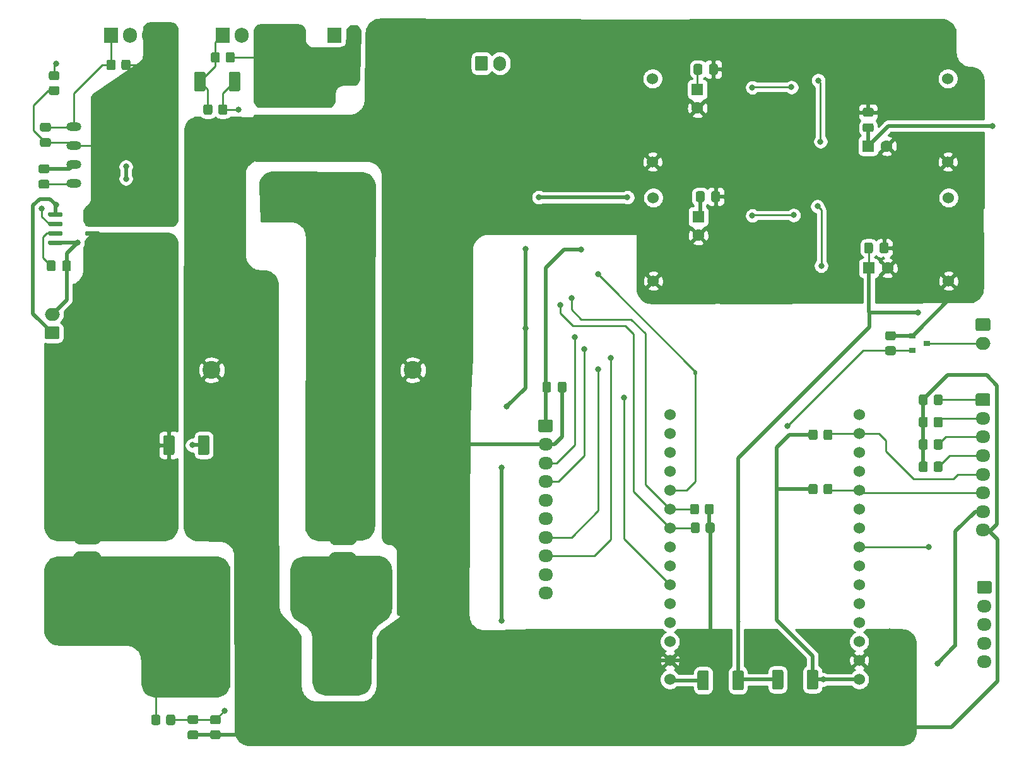
<source format=gbr>
%TF.GenerationSoftware,KiCad,Pcbnew,(5.1.10)-1*%
%TF.CreationDate,2022-09-19T20:48:06-07:00*%
%TF.ProjectId,MPPT_1KW_ESP32_ggmV3,4d505054-5f31-44b5-975f-45535033325f,rev?*%
%TF.SameCoordinates,Original*%
%TF.FileFunction,Copper,L2,Bot*%
%TF.FilePolarity,Positive*%
%FSLAX46Y46*%
G04 Gerber Fmt 4.6, Leading zero omitted, Abs format (unit mm)*
G04 Created by KiCad (PCBNEW (5.1.10)-1) date 2022-09-19 20:48:06*
%MOMM*%
%LPD*%
G01*
G04 APERTURE LIST*
%TA.AperFunction,ComponentPad*%
%ADD10O,2.000000X1.700000*%
%TD*%
%TA.AperFunction,ComponentPad*%
%ADD11O,1.950000X1.700000*%
%TD*%
%TA.AperFunction,ComponentPad*%
%ADD12C,1.524000*%
%TD*%
%TA.AperFunction,ComponentPad*%
%ADD13C,1.600000*%
%TD*%
%TA.AperFunction,ComponentPad*%
%ADD14R,1.600000X1.600000*%
%TD*%
%TA.AperFunction,ComponentPad*%
%ADD15O,2.000000X1.200000*%
%TD*%
%TA.AperFunction,ComponentPad*%
%ADD16C,6.000000*%
%TD*%
%TA.AperFunction,ComponentPad*%
%ADD17C,2.400000*%
%TD*%
%TA.AperFunction,ComponentPad*%
%ADD18R,2.400000X2.400000*%
%TD*%
%TA.AperFunction,ComponentPad*%
%ADD19C,3.600000*%
%TD*%
%TA.AperFunction,SMDPad,CuDef*%
%ADD20R,0.900000X0.800000*%
%TD*%
%TA.AperFunction,ComponentPad*%
%ADD21O,1.700000X2.000000*%
%TD*%
%TA.AperFunction,ComponentPad*%
%ADD22O,1.905000X2.000000*%
%TD*%
%TA.AperFunction,ComponentPad*%
%ADD23R,1.905000X2.000000*%
%TD*%
%TA.AperFunction,ViaPad*%
%ADD24C,0.800000*%
%TD*%
%TA.AperFunction,Conductor*%
%ADD25C,0.250000*%
%TD*%
%TA.AperFunction,Conductor*%
%ADD26C,0.500000*%
%TD*%
%TA.AperFunction,Conductor*%
%ADD27C,0.254000*%
%TD*%
%TA.AperFunction,Conductor*%
%ADD28C,0.100000*%
%TD*%
G04 APERTURE END LIST*
D10*
%TO.P,J8,2*%
%TO.N,BattNeg*%
X93100000Y-110500000D03*
%TO.P,J8,1*%
%TO.N,+5V*%
%TA.AperFunction,ComponentPad*%
G36*
G01*
X93850000Y-113850000D02*
X92350000Y-113850000D01*
G75*
G02*
X92100000Y-113600000I0J250000D01*
G01*
X92100000Y-112400000D01*
G75*
G02*
X92350000Y-112150000I250000J0D01*
G01*
X93850000Y-112150000D01*
G75*
G02*
X94100000Y-112400000I0J-250000D01*
G01*
X94100000Y-113600000D01*
G75*
G02*
X93850000Y-113850000I-250000J0D01*
G01*
G37*
%TD.AperFunction*%
%TD*%
D11*
%TO.P,J6,5*%
%TO.N,TRST*%
X218200000Y-157200000D03*
%TO.P,J6,4*%
%TO.N,TINT*%
X218200000Y-154700000D03*
%TO.P,J6,3*%
%TO.N,Net-(J6-Pad3)*%
X218200000Y-152200000D03*
%TO.P,J6,2*%
%TO.N,Net-(J6-Pad2)*%
X218200000Y-149700000D03*
%TO.P,J6,1*%
%TO.N,Net-(J6-Pad1)*%
%TA.AperFunction,ComponentPad*%
G36*
G01*
X217475000Y-146350000D02*
X218925000Y-146350000D01*
G75*
G02*
X219175000Y-146600000I0J-250000D01*
G01*
X219175000Y-147800000D01*
G75*
G02*
X218925000Y-148050000I-250000J0D01*
G01*
X217475000Y-148050000D01*
G75*
G02*
X217225000Y-147800000I0J250000D01*
G01*
X217225000Y-146600000D01*
G75*
G02*
X217475000Y-146350000I250000J0D01*
G01*
G37*
%TD.AperFunction*%
%TD*%
D12*
%TO.P,U9,4*%
%TO.N,BattNeg*%
X173762000Y-106036000D03*
%TO.P,U9,3*%
%TO.N,+VDC*%
X173762000Y-94860000D03*
%TO.P,U9,2*%
%TO.N,BattNeg*%
X213386000Y-106036000D03*
%TO.P,U9,1*%
%TO.N,VCC*%
X213386000Y-94860000D03*
%TD*%
%TO.P,U6,4*%
%TO.N,BattNeg*%
X173662000Y-90036000D03*
%TO.P,U6,3*%
%TO.N,+VDC*%
X173662000Y-78860000D03*
%TO.P,U6,2*%
%TO.N,BattNeg*%
X213286000Y-90036000D03*
%TO.P,U6,1*%
%TO.N,+12V*%
X213286000Y-78860000D03*
%TD*%
%TO.P,C25,2*%
%TO.N,BattNeg*%
%TA.AperFunction,SMDPad,CuDef*%
G36*
G01*
X204150000Y-102074725D02*
X204150000Y-101125275D01*
G75*
G02*
X204400275Y-100875000I250275J0D01*
G01*
X205074725Y-100875000D01*
G75*
G02*
X205325000Y-101125275I0J-250275D01*
G01*
X205325000Y-102074725D01*
G75*
G02*
X205074725Y-102325000I-250275J0D01*
G01*
X204400275Y-102325000D01*
G75*
G02*
X204150000Y-102074725I0J250275D01*
G01*
G37*
%TD.AperFunction*%
%TO.P,C25,1*%
%TO.N,VCC*%
%TA.AperFunction,SMDPad,CuDef*%
G36*
G01*
X202075000Y-102075000D02*
X202075000Y-101125000D01*
G75*
G02*
X202325000Y-100875000I250000J0D01*
G01*
X203000000Y-100875000D01*
G75*
G02*
X203250000Y-101125000I0J-250000D01*
G01*
X203250000Y-102075000D01*
G75*
G02*
X203000000Y-102325000I-250000J0D01*
G01*
X202325000Y-102325000D01*
G75*
G02*
X202075000Y-102075000I0J250000D01*
G01*
G37*
%TD.AperFunction*%
%TD*%
%TO.P,C24,2*%
%TO.N,BattNeg*%
%TA.AperFunction,SMDPad,CuDef*%
G36*
G01*
X203074725Y-83950000D02*
X202125275Y-83950000D01*
G75*
G02*
X201875000Y-83699725I0J250275D01*
G01*
X201875000Y-83025275D01*
G75*
G02*
X202125275Y-82775000I250275J0D01*
G01*
X203074725Y-82775000D01*
G75*
G02*
X203325000Y-83025275I0J-250275D01*
G01*
X203325000Y-83699725D01*
G75*
G02*
X203074725Y-83950000I-250275J0D01*
G01*
G37*
%TD.AperFunction*%
%TO.P,C24,1*%
%TO.N,+12V*%
%TA.AperFunction,SMDPad,CuDef*%
G36*
G01*
X203074725Y-86025000D02*
X202125275Y-86025000D01*
G75*
G02*
X201875000Y-85774725I0J250275D01*
G01*
X201875000Y-85100275D01*
G75*
G02*
X202125275Y-84850000I250275J0D01*
G01*
X203074725Y-84850000D01*
G75*
G02*
X203325000Y-85100275I0J-250275D01*
G01*
X203325000Y-85774725D01*
G75*
G02*
X203074725Y-86025000I-250275J0D01*
G01*
G37*
%TD.AperFunction*%
%TD*%
%TO.P,C23,2*%
%TO.N,BattNeg*%
%TA.AperFunction,SMDPad,CuDef*%
G36*
G01*
X181550000Y-95174725D02*
X181550000Y-94225275D01*
G75*
G02*
X181800275Y-93975000I250275J0D01*
G01*
X182474725Y-93975000D01*
G75*
G02*
X182725000Y-94225275I0J-250275D01*
G01*
X182725000Y-95174725D01*
G75*
G02*
X182474725Y-95425000I-250275J0D01*
G01*
X181800275Y-95425000D01*
G75*
G02*
X181550000Y-95174725I0J250275D01*
G01*
G37*
%TD.AperFunction*%
%TO.P,C23,1*%
%TO.N,+VDC*%
%TA.AperFunction,SMDPad,CuDef*%
G36*
G01*
X179475000Y-95175000D02*
X179475000Y-94225000D01*
G75*
G02*
X179725000Y-93975000I250000J0D01*
G01*
X180400000Y-93975000D01*
G75*
G02*
X180650000Y-94225000I0J-250000D01*
G01*
X180650000Y-95175000D01*
G75*
G02*
X180400000Y-95425000I-250000J0D01*
G01*
X179725000Y-95425000D01*
G75*
G02*
X179475000Y-95175000I0J250000D01*
G01*
G37*
%TD.AperFunction*%
%TD*%
%TO.P,C22,2*%
%TO.N,BattNeg*%
%TA.AperFunction,SMDPad,CuDef*%
G36*
G01*
X181250000Y-78074725D02*
X181250000Y-77125275D01*
G75*
G02*
X181500275Y-76875000I250275J0D01*
G01*
X182174725Y-76875000D01*
G75*
G02*
X182425000Y-77125275I0J-250275D01*
G01*
X182425000Y-78074725D01*
G75*
G02*
X182174725Y-78325000I-250275J0D01*
G01*
X181500275Y-78325000D01*
G75*
G02*
X181250000Y-78074725I0J250275D01*
G01*
G37*
%TD.AperFunction*%
%TO.P,C22,1*%
%TO.N,+VDC*%
%TA.AperFunction,SMDPad,CuDef*%
G36*
G01*
X179175000Y-78075000D02*
X179175000Y-77125000D01*
G75*
G02*
X179425000Y-76875000I250000J0D01*
G01*
X180100000Y-76875000D01*
G75*
G02*
X180350000Y-77125000I0J-250000D01*
G01*
X180350000Y-78075000D01*
G75*
G02*
X180100000Y-78325000I-250000J0D01*
G01*
X179425000Y-78325000D01*
G75*
G02*
X179175000Y-78075000I0J250000D01*
G01*
G37*
%TD.AperFunction*%
%TD*%
D13*
%TO.P,C19,2*%
%TO.N,BattNeg*%
X205100000Y-87900000D03*
D14*
%TO.P,C19,1*%
%TO.N,+12V*%
X202600000Y-87900000D03*
%TD*%
D13*
%TO.P,C21,2*%
%TO.N,BattNeg*%
X205200000Y-104300000D03*
D14*
%TO.P,C21,1*%
%TO.N,VCC*%
X202700000Y-104300000D03*
%TD*%
D13*
%TO.P,C15,2*%
%TO.N,BattNeg*%
X179800000Y-99900000D03*
D14*
%TO.P,C15,1*%
%TO.N,+VDC*%
X179800000Y-97400000D03*
%TD*%
D13*
%TO.P,C14,2*%
%TO.N,BattNeg*%
X179700000Y-82800000D03*
D14*
%TO.P,C14,1*%
%TO.N,+VDC*%
X179700000Y-80300000D03*
%TD*%
%TO.P,F2,2*%
%TO.N,BattPos*%
%TA.AperFunction,ComponentPad*%
G36*
G01*
X131097500Y-145745000D02*
X133002500Y-145745000D01*
G75*
G02*
X133955000Y-146697500I0J-952500D01*
G01*
X133955000Y-148602500D01*
G75*
G02*
X133002500Y-149555000I-952500J0D01*
G01*
X131097500Y-149555000D01*
G75*
G02*
X130145000Y-148602500I0J952500D01*
G01*
X130145000Y-146697500D01*
G75*
G02*
X131097500Y-145745000I952500J0D01*
G01*
G37*
%TD.AperFunction*%
%TA.AperFunction,ComponentPad*%
G36*
G01*
X131143500Y-142445000D02*
X133048500Y-142445000D01*
G75*
G02*
X134001000Y-143397500I0J-952500D01*
G01*
X134001000Y-145302500D01*
G75*
G02*
X133048500Y-146255000I-952500J0D01*
G01*
X131143500Y-146255000D01*
G75*
G02*
X130191000Y-145302500I0J952500D01*
G01*
X130191000Y-143397500D01*
G75*
G02*
X131143500Y-142445000I952500J0D01*
G01*
G37*
%TD.AperFunction*%
%TO.P,F2,1*%
%TO.N,/BatPos_Fused*%
%TA.AperFunction,ComponentPad*%
G36*
G01*
X131197500Y-137745000D02*
X133102500Y-137745000D01*
G75*
G02*
X134055000Y-138697500I0J-952500D01*
G01*
X134055000Y-140602500D01*
G75*
G02*
X133102500Y-141555000I-952500J0D01*
G01*
X131197500Y-141555000D01*
G75*
G02*
X130245000Y-140602500I0J952500D01*
G01*
X130245000Y-138697500D01*
G75*
G02*
X131197500Y-137745000I952500J0D01*
G01*
G37*
%TD.AperFunction*%
%TA.AperFunction,ComponentPad*%
G36*
G01*
X131243500Y-134445000D02*
X133148500Y-134445000D01*
G75*
G02*
X134101000Y-135397500I0J-952500D01*
G01*
X134101000Y-137302500D01*
G75*
G02*
X133148500Y-138255000I-952500J0D01*
G01*
X131243500Y-138255000D01*
G75*
G02*
X130291000Y-137302500I0J952500D01*
G01*
X130291000Y-135397500D01*
G75*
G02*
X131243500Y-134445000I952500J0D01*
G01*
G37*
%TD.AperFunction*%
%TD*%
%TO.P,F1,2*%
%TO.N,/SolarPos_Fused*%
%TA.AperFunction,ComponentPad*%
G36*
G01*
X98852500Y-138155000D02*
X96947500Y-138155000D01*
G75*
G02*
X95995000Y-137202500I0J952500D01*
G01*
X95995000Y-135297500D01*
G75*
G02*
X96947500Y-134345000I952500J0D01*
G01*
X98852500Y-134345000D01*
G75*
G02*
X99805000Y-135297500I0J-952500D01*
G01*
X99805000Y-137202500D01*
G75*
G02*
X98852500Y-138155000I-952500J0D01*
G01*
G37*
%TD.AperFunction*%
%TA.AperFunction,ComponentPad*%
G36*
G01*
X98806500Y-141455000D02*
X96901500Y-141455000D01*
G75*
G02*
X95949000Y-140502500I0J952500D01*
G01*
X95949000Y-138597500D01*
G75*
G02*
X96901500Y-137645000I952500J0D01*
G01*
X98806500Y-137645000D01*
G75*
G02*
X99759000Y-138597500I0J-952500D01*
G01*
X99759000Y-140502500D01*
G75*
G02*
X98806500Y-141455000I-952500J0D01*
G01*
G37*
%TD.AperFunction*%
%TO.P,F1,1*%
%TO.N,SolarPos*%
%TA.AperFunction,ComponentPad*%
G36*
G01*
X98752500Y-146155000D02*
X96847500Y-146155000D01*
G75*
G02*
X95895000Y-145202500I0J952500D01*
G01*
X95895000Y-143297500D01*
G75*
G02*
X96847500Y-142345000I952500J0D01*
G01*
X98752500Y-142345000D01*
G75*
G02*
X99705000Y-143297500I0J-952500D01*
G01*
X99705000Y-145202500D01*
G75*
G02*
X98752500Y-146155000I-952500J0D01*
G01*
G37*
%TD.AperFunction*%
%TA.AperFunction,ComponentPad*%
G36*
G01*
X98706500Y-149455000D02*
X96801500Y-149455000D01*
G75*
G02*
X95849000Y-148502500I0J952500D01*
G01*
X95849000Y-146597500D01*
G75*
G02*
X96801500Y-145645000I952500J0D01*
G01*
X98706500Y-145645000D01*
G75*
G02*
X99659000Y-146597500I0J-952500D01*
G01*
X99659000Y-148502500D01*
G75*
G02*
X98706500Y-149455000I-952500J0D01*
G01*
G37*
%TD.AperFunction*%
%TD*%
D15*
%TO.P,U2,4*%
%TO.N,Net-(C4-Pad2)*%
X96000000Y-85290000D03*
%TO.P,U2,3*%
%TO.N,Net-(C4-Pad1)*%
X96000000Y-87830000D03*
%TO.P,U2,2*%
%TO.N,+12V*%
X96000000Y-90370000D03*
%TO.P,U2,1*%
%TO.N,Net-(C3-Pad1)*%
X96000000Y-92910000D03*
%TD*%
D16*
%TO.P,J1,4*%
%TO.N,BattNeg*%
X141750000Y-158000000D03*
%TO.P,J1,3*%
%TO.N,BattPos*%
X132250000Y-158000000D03*
%TO.P,J1,2*%
%TO.N,BattNeg*%
X122750000Y-158000000D03*
%TO.P,J1,1*%
%TO.N,SolarPos*%
X113250000Y-158000000D03*
%TD*%
%TO.P,D6,2*%
%TO.N,VCC*%
%TA.AperFunction,SMDPad,CuDef*%
G36*
G01*
X191225000Y-158524999D02*
X191225000Y-160675001D01*
G75*
G02*
X190975001Y-160925000I-249999J0D01*
G01*
X189949999Y-160925000D01*
G75*
G02*
X189700000Y-160675001I0J249999D01*
G01*
X189700000Y-158524999D01*
G75*
G02*
X189949999Y-158275000I249999J0D01*
G01*
X190975001Y-158275000D01*
G75*
G02*
X191225000Y-158524999I0J-249999D01*
G01*
G37*
%TD.AperFunction*%
%TO.P,D6,1*%
%TO.N,+3V3*%
%TA.AperFunction,SMDPad,CuDef*%
G36*
G01*
X195900000Y-158524999D02*
X195900000Y-160675001D01*
G75*
G02*
X195650001Y-160925000I-249999J0D01*
G01*
X194624999Y-160925000D01*
G75*
G02*
X194375000Y-160675001I0J249999D01*
G01*
X194375000Y-158524999D01*
G75*
G02*
X194624999Y-158275000I249999J0D01*
G01*
X195650001Y-158275000D01*
G75*
G02*
X195900000Y-158524999I0J-249999D01*
G01*
G37*
%TD.AperFunction*%
%TD*%
%TO.P,D5,2*%
%TO.N,VCC*%
%TA.AperFunction,SMDPad,CuDef*%
G36*
G01*
X184375000Y-160775001D02*
X184375000Y-158624999D01*
G75*
G02*
X184624999Y-158375000I249999J0D01*
G01*
X185650001Y-158375000D01*
G75*
G02*
X185900000Y-158624999I0J-249999D01*
G01*
X185900000Y-160775001D01*
G75*
G02*
X185650001Y-161025000I-249999J0D01*
G01*
X184624999Y-161025000D01*
G75*
G02*
X184375000Y-160775001I0J249999D01*
G01*
G37*
%TD.AperFunction*%
%TO.P,D5,1*%
%TO.N,+5VP*%
%TA.AperFunction,SMDPad,CuDef*%
G36*
G01*
X179700000Y-160775001D02*
X179700000Y-158624999D01*
G75*
G02*
X179949999Y-158375000I249999J0D01*
G01*
X180975001Y-158375000D01*
G75*
G02*
X181225000Y-158624999I0J-249999D01*
G01*
X181225000Y-160775001D01*
G75*
G02*
X180975001Y-161025000I-249999J0D01*
G01*
X179949999Y-161025000D01*
G75*
G02*
X179700000Y-160775001I0J249999D01*
G01*
G37*
%TD.AperFunction*%
%TD*%
%TO.P,C2,2*%
%TO.N,BattNeg*%
%TA.AperFunction,SMDPad,CuDef*%
G36*
G01*
X94450000Y-104475000D02*
X94450000Y-103525000D01*
G75*
G02*
X94700000Y-103275000I250000J0D01*
G01*
X95375000Y-103275000D01*
G75*
G02*
X95625000Y-103525000I0J-250000D01*
G01*
X95625000Y-104475000D01*
G75*
G02*
X95375000Y-104725000I-250000J0D01*
G01*
X94700000Y-104725000D01*
G75*
G02*
X94450000Y-104475000I0J250000D01*
G01*
G37*
%TD.AperFunction*%
%TO.P,C2,1*%
%TO.N,Net-(C2-Pad1)*%
%TA.AperFunction,SMDPad,CuDef*%
G36*
G01*
X92375000Y-104475000D02*
X92375000Y-103525000D01*
G75*
G02*
X92625000Y-103275000I250000J0D01*
G01*
X93300000Y-103275000D01*
G75*
G02*
X93550000Y-103525000I0J-250000D01*
G01*
X93550000Y-104475000D01*
G75*
G02*
X93300000Y-104725000I-250000J0D01*
G01*
X92625000Y-104725000D01*
G75*
G02*
X92375000Y-104475000I0J250000D01*
G01*
G37*
%TD.AperFunction*%
%TD*%
D17*
%TO.P,C8,2*%
%TO.N,BattNeg*%
X141500000Y-118000000D03*
D18*
%TO.P,C8,1*%
%TO.N,/BatPos_Fused*%
X134000000Y-118000000D03*
%TD*%
D17*
%TO.P,C7,2*%
%TO.N,BattNeg*%
X114500000Y-118000000D03*
D18*
%TO.P,C7,1*%
%TO.N,/SolarPos_Fused*%
X107000000Y-118000000D03*
%TD*%
D19*
%TO.P,L1,2*%
%TO.N,/BatPos_Fused*%
X125000000Y-93700000D03*
%TO.P,L1,1*%
%TO.N,Net-(C10-Pad2)*%
X125000000Y-81000000D03*
%TD*%
D11*
%TO.P,J5,10*%
%TO.N,A3*%
X159300000Y-148000000D03*
%TO.P,J5,9*%
%TO.N,A2*%
X159300000Y-145500000D03*
%TO.P,J5,8*%
%TO.N,A1*%
X159300000Y-143000000D03*
%TO.P,J5,7*%
%TO.N,/A0*%
X159300000Y-140500000D03*
%TO.P,J5,6*%
%TO.N,GPIO34*%
X159300000Y-138000000D03*
%TO.P,J5,5*%
%TO.N,/Address*%
X159300000Y-135500000D03*
%TO.P,J5,4*%
%TO.N,SDA*%
X159300000Y-133000000D03*
%TO.P,J5,3*%
%TO.N,SCL*%
X159300000Y-130500000D03*
%TO.P,J5,2*%
%TO.N,BattNeg*%
X159300000Y-128000000D03*
%TO.P,J5,1*%
%TO.N,+3V3*%
%TA.AperFunction,ComponentPad*%
G36*
G01*
X158575000Y-124650000D02*
X160025000Y-124650000D01*
G75*
G02*
X160275000Y-124900000I0J-250000D01*
G01*
X160275000Y-126100000D01*
G75*
G02*
X160025000Y-126350000I-250000J0D01*
G01*
X158575000Y-126350000D01*
G75*
G02*
X158325000Y-126100000I0J250000D01*
G01*
X158325000Y-124900000D01*
G75*
G02*
X158575000Y-124650000I250000J0D01*
G01*
G37*
%TD.AperFunction*%
%TD*%
%TO.P,D8,2*%
%TO.N,/SolarPos_Fused*%
%TA.AperFunction,SMDPad,CuDef*%
G36*
G01*
X109525000Y-127025100D02*
X109525000Y-129174900D01*
G75*
G02*
X109274900Y-129425000I-250100J0D01*
G01*
X108250100Y-129425000D01*
G75*
G02*
X108000000Y-129174900I0J250100D01*
G01*
X108000000Y-127025100D01*
G75*
G02*
X108250100Y-126775000I250100J0D01*
G01*
X109274900Y-126775000D01*
G75*
G02*
X109525000Y-127025100I0J-250100D01*
G01*
G37*
%TD.AperFunction*%
%TO.P,D8,1*%
%TO.N,+VDC*%
%TA.AperFunction,SMDPad,CuDef*%
G36*
G01*
X114200000Y-127024999D02*
X114200000Y-129175001D01*
G75*
G02*
X113950001Y-129425000I-249999J0D01*
G01*
X112924999Y-129425000D01*
G75*
G02*
X112675000Y-129175001I0J249999D01*
G01*
X112675000Y-127024999D01*
G75*
G02*
X112924999Y-126775000I249999J0D01*
G01*
X113950001Y-126775000D01*
G75*
G02*
X114200000Y-127024999I0J-249999D01*
G01*
G37*
%TD.AperFunction*%
%TD*%
%TO.P,D1,2*%
%TO.N,Net-(D1-Pad2)*%
%TA.AperFunction,SMDPad,CuDef*%
G36*
G01*
X113675000Y-78174999D02*
X113675000Y-80325001D01*
G75*
G02*
X113425001Y-80575000I-249999J0D01*
G01*
X112399999Y-80575000D01*
G75*
G02*
X112150000Y-80325001I0J249999D01*
G01*
X112150000Y-78174999D01*
G75*
G02*
X112399999Y-77925000I249999J0D01*
G01*
X113425001Y-77925000D01*
G75*
G02*
X113675000Y-78174999I0J-249999D01*
G01*
G37*
%TD.AperFunction*%
%TO.P,D1,1*%
%TO.N,Net-(D1-Pad1)*%
%TA.AperFunction,SMDPad,CuDef*%
G36*
G01*
X118350000Y-78174999D02*
X118350000Y-80325001D01*
G75*
G02*
X118100001Y-80575000I-249999J0D01*
G01*
X117074999Y-80575000D01*
G75*
G02*
X116825000Y-80325001I0J249999D01*
G01*
X116825000Y-78174999D01*
G75*
G02*
X117074999Y-77925000I249999J0D01*
G01*
X118100001Y-77925000D01*
G75*
G02*
X118350000Y-78174999I0J-249999D01*
G01*
G37*
%TD.AperFunction*%
%TD*%
D12*
%TO.P,U8,30*%
%TO.N,GPIO23*%
X201400000Y-124000000D03*
%TO.P,U8,29*%
%TO.N,SCL*%
X201400000Y-126540000D03*
%TO.P,U8,28*%
%TO.N,Net-(U8-Pad28)*%
X201400000Y-129080000D03*
%TO.P,U8,27*%
%TO.N,Net-(U8-Pad27)*%
X201400000Y-131620000D03*
%TO.P,U8,26*%
%TO.N,SDA*%
X201400000Y-134160000D03*
%TO.P,U8,25*%
%TO.N,GPIO19*%
X201400000Y-136700000D03*
%TO.P,U8,24*%
%TO.N,GPIO18*%
X201400000Y-139240000D03*
%TO.P,U8,23*%
%TO.N,Net-(J6-Pad1)*%
X201400000Y-141780000D03*
%TO.P,U8,22*%
%TO.N,GPIO17*%
X201400000Y-144320000D03*
%TO.P,U8,21*%
%TO.N,/Sheet2/FAN*%
X201400000Y-146860000D03*
%TO.P,U8,20*%
%TO.N,Net-(J6-Pad2)*%
X201400000Y-149400000D03*
%TO.P,U8,19*%
%TO.N,Net-(R36-Pad2)*%
X201400000Y-151940000D03*
%TO.P,U8,18*%
%TO.N,Net-(J6-Pad3)*%
X201400000Y-154480000D03*
%TO.P,U8,17*%
%TO.N,BattNeg*%
X201400000Y-157020000D03*
%TO.P,U8,16*%
%TO.N,+3V3*%
X201400000Y-159560000D03*
%TO.P,U8,1*%
%TO.N,Net-(U8-Pad1)*%
X176000000Y-124000000D03*
%TO.P,U8,15*%
%TO.N,+5VP*%
X176000000Y-159560000D03*
%TO.P,U8,14*%
%TO.N,BattNeg*%
X176000000Y-157020000D03*
%TO.P,U8,13*%
%TO.N,Net-(U8-Pad13)*%
X176000000Y-154480000D03*
%TO.P,U8,12*%
%TO.N,Net-(U8-Pad12)*%
X176000000Y-151940000D03*
%TO.P,U8,11*%
%TO.N,Net-(U8-Pad11)*%
X176000000Y-149400000D03*
%TO.P,U8,10*%
%TO.N,GPIO27*%
X176000000Y-146860000D03*
%TO.P,U8,9*%
%TO.N,Net-(U8-Pad9)*%
X176000000Y-144320000D03*
%TO.P,U8,8*%
%TO.N,TRST*%
X176000000Y-141780000D03*
%TO.P,U8,7*%
%TO.N,GPIO33*%
X176000000Y-139240000D03*
%TO.P,U8,6*%
%TO.N,GPIO32*%
X176000000Y-136700000D03*
%TO.P,U8,5*%
%TO.N,Net-(C12-Pad1)*%
X176000000Y-134160000D03*
%TO.P,U8,4*%
%TO.N,GPIO34*%
X176000000Y-131620000D03*
%TO.P,U8,3*%
%TO.N,TINT*%
X176000000Y-129080000D03*
%TO.P,U8,2*%
%TO.N,Net-(U8-Pad2)*%
X176000000Y-126540000D03*
%TD*%
%TO.P,R30,2*%
%TO.N,SDA*%
%TA.AperFunction,SMDPad,CuDef*%
G36*
G01*
X196600000Y-134450001D02*
X196600000Y-133549999D01*
G75*
G02*
X196849999Y-133300000I249999J0D01*
G01*
X197550001Y-133300000D01*
G75*
G02*
X197800000Y-133549999I0J-249999D01*
G01*
X197800000Y-134450001D01*
G75*
G02*
X197550001Y-134700000I-249999J0D01*
G01*
X196849999Y-134700000D01*
G75*
G02*
X196600000Y-134450001I0J249999D01*
G01*
G37*
%TD.AperFunction*%
%TO.P,R30,1*%
%TO.N,+3V3*%
%TA.AperFunction,SMDPad,CuDef*%
G36*
G01*
X194600000Y-134450001D02*
X194600000Y-133549999D01*
G75*
G02*
X194849999Y-133300000I249999J0D01*
G01*
X195550001Y-133300000D01*
G75*
G02*
X195800000Y-133549999I0J-249999D01*
G01*
X195800000Y-134450001D01*
G75*
G02*
X195550001Y-134700000I-249999J0D01*
G01*
X194849999Y-134700000D01*
G75*
G02*
X194600000Y-134450001I0J249999D01*
G01*
G37*
%TD.AperFunction*%
%TD*%
%TO.P,R29,2*%
%TO.N,SCL*%
%TA.AperFunction,SMDPad,CuDef*%
G36*
G01*
X196600000Y-127150001D02*
X196600000Y-126249999D01*
G75*
G02*
X196849999Y-126000000I249999J0D01*
G01*
X197550001Y-126000000D01*
G75*
G02*
X197800000Y-126249999I0J-249999D01*
G01*
X197800000Y-127150001D01*
G75*
G02*
X197550001Y-127400000I-249999J0D01*
G01*
X196849999Y-127400000D01*
G75*
G02*
X196600000Y-127150001I0J249999D01*
G01*
G37*
%TD.AperFunction*%
%TO.P,R29,1*%
%TO.N,+3V3*%
%TA.AperFunction,SMDPad,CuDef*%
G36*
G01*
X194600000Y-127150001D02*
X194600000Y-126249999D01*
G75*
G02*
X194849999Y-126000000I249999J0D01*
G01*
X195550001Y-126000000D01*
G75*
G02*
X195800000Y-126249999I0J-249999D01*
G01*
X195800000Y-127150001D01*
G75*
G02*
X195550001Y-127400000I-249999J0D01*
G01*
X194849999Y-127400000D01*
G75*
G02*
X194600000Y-127150001I0J249999D01*
G01*
G37*
%TD.AperFunction*%
%TD*%
%TO.P,R28,2*%
%TO.N,GPIO17*%
%TA.AperFunction,SMDPad,CuDef*%
G36*
G01*
X211400000Y-131450001D02*
X211400000Y-130549999D01*
G75*
G02*
X211649999Y-130300000I249999J0D01*
G01*
X212350001Y-130300000D01*
G75*
G02*
X212600000Y-130549999I0J-249999D01*
G01*
X212600000Y-131450001D01*
G75*
G02*
X212350001Y-131700000I-249999J0D01*
G01*
X211649999Y-131700000D01*
G75*
G02*
X211400000Y-131450001I0J249999D01*
G01*
G37*
%TD.AperFunction*%
%TO.P,R28,1*%
%TO.N,BattNeg*%
%TA.AperFunction,SMDPad,CuDef*%
G36*
G01*
X209400000Y-131450001D02*
X209400000Y-130549999D01*
G75*
G02*
X209649999Y-130300000I249999J0D01*
G01*
X210350001Y-130300000D01*
G75*
G02*
X210600000Y-130549999I0J-249999D01*
G01*
X210600000Y-131450001D01*
G75*
G02*
X210350001Y-131700000I-249999J0D01*
G01*
X209649999Y-131700000D01*
G75*
G02*
X209400000Y-131450001I0J249999D01*
G01*
G37*
%TD.AperFunction*%
%TD*%
%TO.P,R27,2*%
%TO.N,GPIO18*%
%TA.AperFunction,SMDPad,CuDef*%
G36*
G01*
X211400000Y-128450001D02*
X211400000Y-127549999D01*
G75*
G02*
X211649999Y-127300000I249999J0D01*
G01*
X212350001Y-127300000D01*
G75*
G02*
X212600000Y-127549999I0J-249999D01*
G01*
X212600000Y-128450001D01*
G75*
G02*
X212350001Y-128700000I-249999J0D01*
G01*
X211649999Y-128700000D01*
G75*
G02*
X211400000Y-128450001I0J249999D01*
G01*
G37*
%TD.AperFunction*%
%TO.P,R27,1*%
%TO.N,BattNeg*%
%TA.AperFunction,SMDPad,CuDef*%
G36*
G01*
X209400000Y-128450001D02*
X209400000Y-127549999D01*
G75*
G02*
X209649999Y-127300000I249999J0D01*
G01*
X210350001Y-127300000D01*
G75*
G02*
X210600000Y-127549999I0J-249999D01*
G01*
X210600000Y-128450001D01*
G75*
G02*
X210350001Y-128700000I-249999J0D01*
G01*
X209649999Y-128700000D01*
G75*
G02*
X209400000Y-128450001I0J249999D01*
G01*
G37*
%TD.AperFunction*%
%TD*%
%TO.P,R26,2*%
%TO.N,GPIO19*%
%TA.AperFunction,SMDPad,CuDef*%
G36*
G01*
X211400000Y-125450001D02*
X211400000Y-124549999D01*
G75*
G02*
X211649999Y-124300000I249999J0D01*
G01*
X212350001Y-124300000D01*
G75*
G02*
X212600000Y-124549999I0J-249999D01*
G01*
X212600000Y-125450001D01*
G75*
G02*
X212350001Y-125700000I-249999J0D01*
G01*
X211649999Y-125700000D01*
G75*
G02*
X211400000Y-125450001I0J249999D01*
G01*
G37*
%TD.AperFunction*%
%TO.P,R26,1*%
%TO.N,BattNeg*%
%TA.AperFunction,SMDPad,CuDef*%
G36*
G01*
X209400000Y-125450001D02*
X209400000Y-124549999D01*
G75*
G02*
X209649999Y-124300000I249999J0D01*
G01*
X210350001Y-124300000D01*
G75*
G02*
X210600000Y-124549999I0J-249999D01*
G01*
X210600000Y-125450001D01*
G75*
G02*
X210350001Y-125700000I-249999J0D01*
G01*
X209649999Y-125700000D01*
G75*
G02*
X209400000Y-125450001I0J249999D01*
G01*
G37*
%TD.AperFunction*%
%TD*%
%TO.P,R25,2*%
%TO.N,GPIO23*%
%TA.AperFunction,SMDPad,CuDef*%
G36*
G01*
X211400000Y-122450001D02*
X211400000Y-121549999D01*
G75*
G02*
X211649999Y-121300000I249999J0D01*
G01*
X212350001Y-121300000D01*
G75*
G02*
X212600000Y-121549999I0J-249999D01*
G01*
X212600000Y-122450001D01*
G75*
G02*
X212350001Y-122700000I-249999J0D01*
G01*
X211649999Y-122700000D01*
G75*
G02*
X211400000Y-122450001I0J249999D01*
G01*
G37*
%TD.AperFunction*%
%TO.P,R25,1*%
%TO.N,BattNeg*%
%TA.AperFunction,SMDPad,CuDef*%
G36*
G01*
X209400000Y-122450001D02*
X209400000Y-121549999D01*
G75*
G02*
X209649999Y-121300000I249999J0D01*
G01*
X210350001Y-121300000D01*
G75*
G02*
X210600000Y-121549999I0J-249999D01*
G01*
X210600000Y-122450001D01*
G75*
G02*
X210350001Y-122700000I-249999J0D01*
G01*
X209649999Y-122700000D01*
G75*
G02*
X209400000Y-122450001I0J249999D01*
G01*
G37*
%TD.AperFunction*%
%TD*%
%TO.P,R14,2*%
%TO.N,BattNeg*%
%TA.AperFunction,SMDPad,CuDef*%
G36*
G01*
X206050001Y-114000000D02*
X205149999Y-114000000D01*
G75*
G02*
X204900000Y-113750001I0J249999D01*
G01*
X204900000Y-113049999D01*
G75*
G02*
X205149999Y-112800000I249999J0D01*
G01*
X206050001Y-112800000D01*
G75*
G02*
X206300000Y-113049999I0J-249999D01*
G01*
X206300000Y-113750001D01*
G75*
G02*
X206050001Y-114000000I-249999J0D01*
G01*
G37*
%TD.AperFunction*%
%TO.P,R14,1*%
%TO.N,/Sheet2/FAN*%
%TA.AperFunction,SMDPad,CuDef*%
G36*
G01*
X206050001Y-116000000D02*
X205149999Y-116000000D01*
G75*
G02*
X204900000Y-115750001I0J249999D01*
G01*
X204900000Y-115049999D01*
G75*
G02*
X205149999Y-114800000I249999J0D01*
G01*
X206050001Y-114800000D01*
G75*
G02*
X206300000Y-115049999I0J-249999D01*
G01*
X206300000Y-115750001D01*
G75*
G02*
X206050001Y-116000000I-249999J0D01*
G01*
G37*
%TD.AperFunction*%
%TD*%
D20*
%TO.P,Q5,3*%
%TO.N,Net-(J4-Pad2)*%
X210500000Y-114400000D03*
%TO.P,Q5,2*%
%TO.N,BattNeg*%
X208500000Y-113450000D03*
%TO.P,Q5,1*%
%TO.N,/Sheet2/FAN*%
X208500000Y-115350000D03*
%TD*%
D10*
%TO.P,J4,2*%
%TO.N,Net-(J4-Pad2)*%
X218000000Y-114400000D03*
%TO.P,J4,1*%
%TO.N,+12V*%
%TA.AperFunction,ComponentPad*%
G36*
G01*
X217250000Y-111050000D02*
X218750000Y-111050000D01*
G75*
G02*
X219000000Y-111300000I0J-250000D01*
G01*
X219000000Y-112500000D01*
G75*
G02*
X218750000Y-112750000I-250000J0D01*
G01*
X217250000Y-112750000D01*
G75*
G02*
X217000000Y-112500000I0J250000D01*
G01*
X217000000Y-111300000D01*
G75*
G02*
X217250000Y-111050000I250000J0D01*
G01*
G37*
%TD.AperFunction*%
%TD*%
D21*
%TO.P,J3,2*%
%TO.N,Net-(C12-Pad1)*%
X153200000Y-76800000D03*
%TO.P,J3,1*%
%TO.N,+3V3*%
%TA.AperFunction,ComponentPad*%
G36*
G01*
X149850000Y-77550000D02*
X149850000Y-76050000D01*
G75*
G02*
X150100000Y-75800000I250000J0D01*
G01*
X151300000Y-75800000D01*
G75*
G02*
X151550000Y-76050000I0J-250000D01*
G01*
X151550000Y-77550000D01*
G75*
G02*
X151300000Y-77800000I-250000J0D01*
G01*
X150100000Y-77800000D01*
G75*
G02*
X149850000Y-77550000I0J250000D01*
G01*
G37*
%TD.AperFunction*%
%TD*%
D11*
%TO.P,J2,8*%
%TO.N,BattNeg*%
X218000000Y-139500000D03*
%TO.P,J2,7*%
%TO.N,+3V3*%
X218000000Y-137000000D03*
%TO.P,J2,6*%
%TO.N,SDA*%
X218000000Y-134500000D03*
%TO.P,J2,5*%
%TO.N,SCL*%
X218000000Y-132000000D03*
%TO.P,J2,4*%
%TO.N,GPIO17*%
X218000000Y-129500000D03*
%TO.P,J2,3*%
%TO.N,GPIO18*%
X218000000Y-127000000D03*
%TO.P,J2,2*%
%TO.N,GPIO19*%
X218000000Y-124500000D03*
%TO.P,J2,1*%
%TO.N,GPIO23*%
%TA.AperFunction,ComponentPad*%
G36*
G01*
X217275000Y-121150000D02*
X218725000Y-121150000D01*
G75*
G02*
X218975000Y-121400000I0J-250000D01*
G01*
X218975000Y-122600000D01*
G75*
G02*
X218725000Y-122850000I-250000J0D01*
G01*
X217275000Y-122850000D01*
G75*
G02*
X217025000Y-122600000I0J250000D01*
G01*
X217025000Y-121400000D01*
G75*
G02*
X217275000Y-121150000I250000J0D01*
G01*
G37*
%TD.AperFunction*%
%TD*%
%TO.P,U1,8*%
%TO.N,+5V*%
%TA.AperFunction,SMDPad,CuDef*%
G36*
G01*
X94500000Y-96945000D02*
X94500000Y-97245000D01*
G75*
G02*
X94350000Y-97395000I-150000J0D01*
G01*
X92700000Y-97395000D01*
G75*
G02*
X92550000Y-97245000I0J150000D01*
G01*
X92550000Y-96945000D01*
G75*
G02*
X92700000Y-96795000I150000J0D01*
G01*
X94350000Y-96795000D01*
G75*
G02*
X94500000Y-96945000I0J-150000D01*
G01*
G37*
%TD.AperFunction*%
%TO.P,U1,7*%
%TO.N,Net-(R3-Pad1)*%
%TA.AperFunction,SMDPad,CuDef*%
G36*
G01*
X94500000Y-98215000D02*
X94500000Y-98515000D01*
G75*
G02*
X94350000Y-98665000I-150000J0D01*
G01*
X92700000Y-98665000D01*
G75*
G02*
X92550000Y-98515000I0J150000D01*
G01*
X92550000Y-98215000D01*
G75*
G02*
X92700000Y-98065000I150000J0D01*
G01*
X94350000Y-98065000D01*
G75*
G02*
X94500000Y-98215000I0J-150000D01*
G01*
G37*
%TD.AperFunction*%
%TO.P,U1,6*%
%TO.N,Net-(C2-Pad1)*%
%TA.AperFunction,SMDPad,CuDef*%
G36*
G01*
X94500000Y-99485000D02*
X94500000Y-99785000D01*
G75*
G02*
X94350000Y-99935000I-150000J0D01*
G01*
X92700000Y-99935000D01*
G75*
G02*
X92550000Y-99785000I0J150000D01*
G01*
X92550000Y-99485000D01*
G75*
G02*
X92700000Y-99335000I150000J0D01*
G01*
X94350000Y-99335000D01*
G75*
G02*
X94500000Y-99485000I0J-150000D01*
G01*
G37*
%TD.AperFunction*%
%TO.P,U1,5*%
%TO.N,BattNeg*%
%TA.AperFunction,SMDPad,CuDef*%
G36*
G01*
X94500000Y-100755000D02*
X94500000Y-101055000D01*
G75*
G02*
X94350000Y-101205000I-150000J0D01*
G01*
X92700000Y-101205000D01*
G75*
G02*
X92550000Y-101055000I0J150000D01*
G01*
X92550000Y-100755000D01*
G75*
G02*
X92700000Y-100605000I150000J0D01*
G01*
X94350000Y-100605000D01*
G75*
G02*
X94500000Y-100755000I0J-150000D01*
G01*
G37*
%TD.AperFunction*%
%TO.P,U1,4*%
%TO.N,/SolarPos_Fused*%
%TA.AperFunction,SMDPad,CuDef*%
G36*
G01*
X99450000Y-100755000D02*
X99450000Y-101055000D01*
G75*
G02*
X99300000Y-101205000I-150000J0D01*
G01*
X97650000Y-101205000D01*
G75*
G02*
X97500000Y-101055000I0J150000D01*
G01*
X97500000Y-100755000D01*
G75*
G02*
X97650000Y-100605000I150000J0D01*
G01*
X99300000Y-100605000D01*
G75*
G02*
X99450000Y-100755000I0J-150000D01*
G01*
G37*
%TD.AperFunction*%
%TO.P,U1,3*%
%TA.AperFunction,SMDPad,CuDef*%
G36*
G01*
X99450000Y-99485000D02*
X99450000Y-99785000D01*
G75*
G02*
X99300000Y-99935000I-150000J0D01*
G01*
X97650000Y-99935000D01*
G75*
G02*
X97500000Y-99785000I0J150000D01*
G01*
X97500000Y-99485000D01*
G75*
G02*
X97650000Y-99335000I150000J0D01*
G01*
X99300000Y-99335000D01*
G75*
G02*
X99450000Y-99485000I0J-150000D01*
G01*
G37*
%TD.AperFunction*%
%TO.P,U1,2*%
%TO.N,Net-(C4-Pad1)*%
%TA.AperFunction,SMDPad,CuDef*%
G36*
G01*
X99450000Y-98215000D02*
X99450000Y-98515000D01*
G75*
G02*
X99300000Y-98665000I-150000J0D01*
G01*
X97650000Y-98665000D01*
G75*
G02*
X97500000Y-98515000I0J150000D01*
G01*
X97500000Y-98215000D01*
G75*
G02*
X97650000Y-98065000I150000J0D01*
G01*
X99300000Y-98065000D01*
G75*
G02*
X99450000Y-98215000I0J-150000D01*
G01*
G37*
%TD.AperFunction*%
%TO.P,U1,1*%
%TA.AperFunction,SMDPad,CuDef*%
G36*
G01*
X99450000Y-96945000D02*
X99450000Y-97245000D01*
G75*
G02*
X99300000Y-97395000I-150000J0D01*
G01*
X97650000Y-97395000D01*
G75*
G02*
X97500000Y-97245000I0J150000D01*
G01*
X97500000Y-96945000D01*
G75*
G02*
X97650000Y-96795000I150000J0D01*
G01*
X99300000Y-96795000D01*
G75*
G02*
X99450000Y-96945000I0J-150000D01*
G01*
G37*
%TD.AperFunction*%
%TD*%
%TO.P,R37,2*%
%TO.N,Net-(C4-Pad1)*%
%TA.AperFunction,SMDPad,CuDef*%
G36*
G01*
X102400000Y-77450001D02*
X102400000Y-76549999D01*
G75*
G02*
X102649999Y-76300000I249999J0D01*
G01*
X103350001Y-76300000D01*
G75*
G02*
X103600000Y-76549999I0J-249999D01*
G01*
X103600000Y-77450001D01*
G75*
G02*
X103350001Y-77700000I-249999J0D01*
G01*
X102649999Y-77700000D01*
G75*
G02*
X102400000Y-77450001I0J249999D01*
G01*
G37*
%TD.AperFunction*%
%TO.P,R37,1*%
%TO.N,Net-(C4-Pad2)*%
%TA.AperFunction,SMDPad,CuDef*%
G36*
G01*
X100400000Y-77450001D02*
X100400000Y-76549999D01*
G75*
G02*
X100649999Y-76300000I249999J0D01*
G01*
X101350001Y-76300000D01*
G75*
G02*
X101600000Y-76549999I0J-249999D01*
G01*
X101600000Y-77450001D01*
G75*
G02*
X101350001Y-77700000I-249999J0D01*
G01*
X100649999Y-77700000D01*
G75*
G02*
X100400000Y-77450001I0J249999D01*
G01*
G37*
%TD.AperFunction*%
%TD*%
%TO.P,R20,2*%
%TO.N,BattNeg*%
%TA.AperFunction,SMDPad,CuDef*%
G36*
G01*
X180700000Y-137150001D02*
X180700000Y-136249999D01*
G75*
G02*
X180949999Y-136000000I249999J0D01*
G01*
X181650001Y-136000000D01*
G75*
G02*
X181900000Y-136249999I0J-249999D01*
G01*
X181900000Y-137150001D01*
G75*
G02*
X181650001Y-137400000I-249999J0D01*
G01*
X180949999Y-137400000D01*
G75*
G02*
X180700000Y-137150001I0J249999D01*
G01*
G37*
%TD.AperFunction*%
%TO.P,R20,1*%
%TO.N,GPIO32*%
%TA.AperFunction,SMDPad,CuDef*%
G36*
G01*
X178700000Y-137150001D02*
X178700000Y-136249999D01*
G75*
G02*
X178949999Y-136000000I249999J0D01*
G01*
X179650001Y-136000000D01*
G75*
G02*
X179900000Y-136249999I0J-249999D01*
G01*
X179900000Y-137150001D01*
G75*
G02*
X179650001Y-137400000I-249999J0D01*
G01*
X178949999Y-137400000D01*
G75*
G02*
X178700000Y-137150001I0J249999D01*
G01*
G37*
%TD.AperFunction*%
%TD*%
%TO.P,R13,2*%
%TO.N,BattNeg*%
%TA.AperFunction,SMDPad,CuDef*%
G36*
G01*
X180800000Y-139650001D02*
X180800000Y-138749999D01*
G75*
G02*
X181049999Y-138500000I249999J0D01*
G01*
X181750001Y-138500000D01*
G75*
G02*
X182000000Y-138749999I0J-249999D01*
G01*
X182000000Y-139650001D01*
G75*
G02*
X181750001Y-139900000I-249999J0D01*
G01*
X181049999Y-139900000D01*
G75*
G02*
X180800000Y-139650001I0J249999D01*
G01*
G37*
%TD.AperFunction*%
%TO.P,R13,1*%
%TO.N,GPIO33*%
%TA.AperFunction,SMDPad,CuDef*%
G36*
G01*
X178800000Y-139650001D02*
X178800000Y-138749999D01*
G75*
G02*
X179049999Y-138500000I249999J0D01*
G01*
X179750001Y-138500000D01*
G75*
G02*
X180000000Y-138749999I0J-249999D01*
G01*
X180000000Y-139650001D01*
G75*
G02*
X179750001Y-139900000I-249999J0D01*
G01*
X179049999Y-139900000D01*
G75*
G02*
X178800000Y-139650001I0J249999D01*
G01*
G37*
%TD.AperFunction*%
%TD*%
%TO.P,R9,2*%
%TO.N,Net-(D1-Pad1)*%
%TA.AperFunction,SMDPad,CuDef*%
G36*
G01*
X115400000Y-83450001D02*
X115400000Y-82549999D01*
G75*
G02*
X115649999Y-82300000I249999J0D01*
G01*
X116350001Y-82300000D01*
G75*
G02*
X116600000Y-82549999I0J-249999D01*
G01*
X116600000Y-83450001D01*
G75*
G02*
X116350001Y-83700000I-249999J0D01*
G01*
X115649999Y-83700000D01*
G75*
G02*
X115400000Y-83450001I0J249999D01*
G01*
G37*
%TD.AperFunction*%
%TO.P,R9,1*%
%TO.N,Net-(D1-Pad2)*%
%TA.AperFunction,SMDPad,CuDef*%
G36*
G01*
X113400000Y-83450001D02*
X113400000Y-82549999D01*
G75*
G02*
X113649999Y-82300000I249999J0D01*
G01*
X114350001Y-82300000D01*
G75*
G02*
X114600000Y-82549999I0J-249999D01*
G01*
X114600000Y-83450001D01*
G75*
G02*
X114350001Y-83700000I-249999J0D01*
G01*
X113649999Y-83700000D01*
G75*
G02*
X113400000Y-83450001I0J249999D01*
G01*
G37*
%TD.AperFunction*%
%TD*%
%TO.P,R8,2*%
%TO.N,Net-(C10-Pad2)*%
%TA.AperFunction,SMDPad,CuDef*%
G36*
G01*
X116400000Y-76450001D02*
X116400000Y-75549999D01*
G75*
G02*
X116649999Y-75300000I249999J0D01*
G01*
X117350001Y-75300000D01*
G75*
G02*
X117600000Y-75549999I0J-249999D01*
G01*
X117600000Y-76450001D01*
G75*
G02*
X117350001Y-76700000I-249999J0D01*
G01*
X116649999Y-76700000D01*
G75*
G02*
X116400000Y-76450001I0J249999D01*
G01*
G37*
%TD.AperFunction*%
%TO.P,R8,1*%
%TO.N,Net-(D1-Pad2)*%
%TA.AperFunction,SMDPad,CuDef*%
G36*
G01*
X114400000Y-76450001D02*
X114400000Y-75549999D01*
G75*
G02*
X114649999Y-75300000I249999J0D01*
G01*
X115350001Y-75300000D01*
G75*
G02*
X115600000Y-75549999I0J-249999D01*
G01*
X115600000Y-76450001D01*
G75*
G02*
X115350001Y-76700000I-249999J0D01*
G01*
X114649999Y-76700000D01*
G75*
G02*
X114400000Y-76450001I0J249999D01*
G01*
G37*
%TD.AperFunction*%
%TD*%
%TO.P,R6,2*%
%TO.N,Net-(D52-Pad1)*%
%TA.AperFunction,SMDPad,CuDef*%
G36*
G01*
X93810001Y-79060000D02*
X92909999Y-79060000D01*
G75*
G02*
X92660000Y-78810001I0J249999D01*
G01*
X92660000Y-78109999D01*
G75*
G02*
X92909999Y-77860000I249999J0D01*
G01*
X93810001Y-77860000D01*
G75*
G02*
X94060000Y-78109999I0J-249999D01*
G01*
X94060000Y-78810001D01*
G75*
G02*
X93810001Y-79060000I-249999J0D01*
G01*
G37*
%TD.AperFunction*%
%TO.P,R6,1*%
%TO.N,Net-(C4-Pad1)*%
%TA.AperFunction,SMDPad,CuDef*%
G36*
G01*
X93810001Y-81060000D02*
X92909999Y-81060000D01*
G75*
G02*
X92660000Y-80810001I0J249999D01*
G01*
X92660000Y-80109999D01*
G75*
G02*
X92909999Y-79860000I249999J0D01*
G01*
X93810001Y-79860000D01*
G75*
G02*
X94060000Y-80109999I0J-249999D01*
G01*
X94060000Y-80810001D01*
G75*
G02*
X93810001Y-81060000I-249999J0D01*
G01*
G37*
%TD.AperFunction*%
%TD*%
%TO.P,R2,2*%
%TO.N,BattNeg*%
%TA.AperFunction,SMDPad,CuDef*%
G36*
G01*
X114549999Y-166400000D02*
X115450001Y-166400000D01*
G75*
G02*
X115700000Y-166649999I0J-249999D01*
G01*
X115700000Y-167350001D01*
G75*
G02*
X115450001Y-167600000I-249999J0D01*
G01*
X114549999Y-167600000D01*
G75*
G02*
X114300000Y-167350001I0J249999D01*
G01*
X114300000Y-166649999D01*
G75*
G02*
X114549999Y-166400000I249999J0D01*
G01*
G37*
%TD.AperFunction*%
%TO.P,R2,1*%
%TO.N,A3*%
%TA.AperFunction,SMDPad,CuDef*%
G36*
G01*
X114549999Y-164400000D02*
X115450001Y-164400000D01*
G75*
G02*
X115700000Y-164649999I0J-249999D01*
G01*
X115700000Y-165350001D01*
G75*
G02*
X115450001Y-165600000I-249999J0D01*
G01*
X114549999Y-165600000D01*
G75*
G02*
X114300000Y-165350001I0J249999D01*
G01*
X114300000Y-164649999D01*
G75*
G02*
X114549999Y-164400000I249999J0D01*
G01*
G37*
%TD.AperFunction*%
%TD*%
%TO.P,R1,2*%
%TO.N,A3*%
%TA.AperFunction,SMDPad,CuDef*%
G36*
G01*
X108400000Y-165450001D02*
X108400000Y-164549999D01*
G75*
G02*
X108649999Y-164300000I249999J0D01*
G01*
X109350001Y-164300000D01*
G75*
G02*
X109600000Y-164549999I0J-249999D01*
G01*
X109600000Y-165450001D01*
G75*
G02*
X109350001Y-165700000I-249999J0D01*
G01*
X108649999Y-165700000D01*
G75*
G02*
X108400000Y-165450001I0J249999D01*
G01*
G37*
%TD.AperFunction*%
%TO.P,R1,1*%
%TO.N,SolarPos*%
%TA.AperFunction,SMDPad,CuDef*%
G36*
G01*
X106400000Y-165450001D02*
X106400000Y-164549999D01*
G75*
G02*
X106649999Y-164300000I249999J0D01*
G01*
X107350001Y-164300000D01*
G75*
G02*
X107600000Y-164549999I0J-249999D01*
G01*
X107600000Y-165450001D01*
G75*
G02*
X107350001Y-165700000I-249999J0D01*
G01*
X106649999Y-165700000D01*
G75*
G02*
X106400000Y-165450001I0J249999D01*
G01*
G37*
%TD.AperFunction*%
%TD*%
D22*
%TO.P,Q3,3*%
%TO.N,BattNeg*%
X136080000Y-73000000D03*
%TO.P,Q3,2*%
%TO.N,Net-(C10-Pad2)*%
X133540000Y-73000000D03*
D23*
%TO.P,Q3,1*%
%TO.N,Net-(D2-Pad2)*%
X131000000Y-73000000D03*
%TD*%
D22*
%TO.P,Q2,3*%
%TO.N,Net-(C10-Pad2)*%
X121080000Y-73000000D03*
%TO.P,Q2,2*%
%TO.N,Net-(Q1-Pad2)*%
X118540000Y-73000000D03*
D23*
%TO.P,Q2,1*%
%TO.N,Net-(D1-Pad2)*%
X116000000Y-73000000D03*
%TD*%
D22*
%TO.P,Q1,3*%
%TO.N,Net-(C4-Pad1)*%
X106080000Y-73000000D03*
%TO.P,Q1,2*%
%TO.N,Net-(Q1-Pad2)*%
X103540000Y-73000000D03*
D23*
%TO.P,Q1,1*%
%TO.N,Net-(C4-Pad2)*%
X101000000Y-73000000D03*
%TD*%
%TO.P,C20,2*%
%TO.N,BattNeg*%
%TA.AperFunction,SMDPad,CuDef*%
G36*
G01*
X160950000Y-120775000D02*
X160950000Y-119825000D01*
G75*
G02*
X161200000Y-119575000I250000J0D01*
G01*
X161875000Y-119575000D01*
G75*
G02*
X162125000Y-119825000I0J-250000D01*
G01*
X162125000Y-120775000D01*
G75*
G02*
X161875000Y-121025000I-250000J0D01*
G01*
X161200000Y-121025000D01*
G75*
G02*
X160950000Y-120775000I0J250000D01*
G01*
G37*
%TD.AperFunction*%
%TO.P,C20,1*%
%TO.N,+3V3*%
%TA.AperFunction,SMDPad,CuDef*%
G36*
G01*
X158875000Y-120775000D02*
X158875000Y-119825000D01*
G75*
G02*
X159125000Y-119575000I250000J0D01*
G01*
X159800000Y-119575000D01*
G75*
G02*
X160050000Y-119825000I0J-250000D01*
G01*
X160050000Y-120775000D01*
G75*
G02*
X159800000Y-121025000I-250000J0D01*
G01*
X159125000Y-121025000D01*
G75*
G02*
X158875000Y-120775000I0J250000D01*
G01*
G37*
%TD.AperFunction*%
%TD*%
%TO.P,C4,2*%
%TO.N,Net-(C4-Pad2)*%
%TA.AperFunction,SMDPad,CuDef*%
G36*
G01*
X92675000Y-85950000D02*
X91725000Y-85950000D01*
G75*
G02*
X91475000Y-85700000I0J250000D01*
G01*
X91475000Y-85025000D01*
G75*
G02*
X91725000Y-84775000I250000J0D01*
G01*
X92675000Y-84775000D01*
G75*
G02*
X92925000Y-85025000I0J-250000D01*
G01*
X92925000Y-85700000D01*
G75*
G02*
X92675000Y-85950000I-250000J0D01*
G01*
G37*
%TD.AperFunction*%
%TO.P,C4,1*%
%TO.N,Net-(C4-Pad1)*%
%TA.AperFunction,SMDPad,CuDef*%
G36*
G01*
X92675000Y-88025000D02*
X91725000Y-88025000D01*
G75*
G02*
X91475000Y-87775000I0J250000D01*
G01*
X91475000Y-87100000D01*
G75*
G02*
X91725000Y-86850000I250000J0D01*
G01*
X92675000Y-86850000D01*
G75*
G02*
X92925000Y-87100000I0J-250000D01*
G01*
X92925000Y-87775000D01*
G75*
G02*
X92675000Y-88025000I-250000J0D01*
G01*
G37*
%TD.AperFunction*%
%TD*%
%TO.P,C3,2*%
%TO.N,+12V*%
%TA.AperFunction,SMDPad,CuDef*%
G36*
G01*
X92475000Y-91550000D02*
X91525000Y-91550000D01*
G75*
G02*
X91275000Y-91300000I0J250000D01*
G01*
X91275000Y-90625000D01*
G75*
G02*
X91525000Y-90375000I250000J0D01*
G01*
X92475000Y-90375000D01*
G75*
G02*
X92725000Y-90625000I0J-250000D01*
G01*
X92725000Y-91300000D01*
G75*
G02*
X92475000Y-91550000I-250000J0D01*
G01*
G37*
%TD.AperFunction*%
%TO.P,C3,1*%
%TO.N,Net-(C3-Pad1)*%
%TA.AperFunction,SMDPad,CuDef*%
G36*
G01*
X92475000Y-93625000D02*
X91525000Y-93625000D01*
G75*
G02*
X91275000Y-93375000I0J250000D01*
G01*
X91275000Y-92700000D01*
G75*
G02*
X91525000Y-92450000I250000J0D01*
G01*
X92475000Y-92450000D01*
G75*
G02*
X92725000Y-92700000I0J-250000D01*
G01*
X92725000Y-93375000D01*
G75*
G02*
X92475000Y-93625000I-250000J0D01*
G01*
G37*
%TD.AperFunction*%
%TD*%
%TO.P,C1,2*%
%TO.N,BattNeg*%
%TA.AperFunction,SMDPad,CuDef*%
G36*
G01*
X111525000Y-166450000D02*
X112475000Y-166450000D01*
G75*
G02*
X112725000Y-166700000I0J-250000D01*
G01*
X112725000Y-167375000D01*
G75*
G02*
X112475000Y-167625000I-250000J0D01*
G01*
X111525000Y-167625000D01*
G75*
G02*
X111275000Y-167375000I0J250000D01*
G01*
X111275000Y-166700000D01*
G75*
G02*
X111525000Y-166450000I250000J0D01*
G01*
G37*
%TD.AperFunction*%
%TO.P,C1,1*%
%TO.N,A3*%
%TA.AperFunction,SMDPad,CuDef*%
G36*
G01*
X111525000Y-164375000D02*
X112475000Y-164375000D01*
G75*
G02*
X112725000Y-164625000I0J-250000D01*
G01*
X112725000Y-165300000D01*
G75*
G02*
X112475000Y-165550000I-250000J0D01*
G01*
X111525000Y-165550000D01*
G75*
G02*
X111275000Y-165300000I0J250000D01*
G01*
X111275000Y-164625000D01*
G75*
G02*
X111525000Y-164375000I250000J0D01*
G01*
G37*
%TD.AperFunction*%
%TD*%
D24*
%TO.N,A3*%
X116250000Y-163750000D03*
%TO.N,+12V*%
X219300000Y-85200000D03*
X195900000Y-79100000D03*
X196200000Y-87300000D03*
%TO.N,+5V*%
X93600000Y-95800000D03*
X103000000Y-92300000D03*
X103000000Y-90675000D03*
%TO.N,Net-(C12-Pad1)*%
X166400000Y-105150000D03*
%TO.N,A1*%
X168100000Y-116400000D03*
%TO.N,+3V3*%
X211900000Y-157400000D03*
X153400000Y-151650000D03*
X153400000Y-131100000D03*
X164100000Y-101800000D03*
X196600000Y-159600000D03*
%TO.N,Net-(D1-Pad1)*%
X118100000Y-83000000D03*
%TO.N,GPIO27*%
X169800000Y-121700000D03*
%TO.N,Net-(R3-Pad1)*%
X91700000Y-96300000D03*
%TO.N,GPIO33*%
X161300000Y-109300000D03*
%TO.N,GPIO32*%
X162800000Y-108300000D03*
%TO.N,SCL*%
X163200000Y-113600000D03*
%TO.N,SDA*%
X164500000Y-115200000D03*
%TO.N,BattNeg*%
X116000000Y-88500000D03*
X111400000Y-88500000D03*
X111600000Y-97000000D03*
X148045000Y-82345000D03*
X148000000Y-106300000D03*
X144280000Y-71990000D03*
X96500000Y-100900000D03*
X147800000Y-137700000D03*
X168400000Y-88500000D03*
X175600000Y-75500000D03*
X212600000Y-75600000D03*
X187800000Y-75500000D03*
X201600000Y-75500000D03*
X172200000Y-98700000D03*
X205475000Y-153125000D03*
X111400000Y-87400000D03*
X111400000Y-89600000D03*
X112800000Y-97000000D03*
X114000000Y-97000000D03*
%TO.N,/Sheet2/FAN*%
X191800000Y-125500000D03*
%TO.N,Net-(D52-Pad1)*%
X93600000Y-76800000D03*
%TO.N,/A0*%
X166400000Y-117900000D03*
%TO.N,+VDC*%
X158400000Y-94800000D03*
X154100000Y-122900000D03*
X156600000Y-101700000D03*
X156600000Y-112400000D03*
X170300000Y-94800000D03*
X111900000Y-128100000D03*
%TO.N,Net-(C16-Pad2)*%
X187060000Y-80040000D03*
X192300000Y-80000000D03*
%TO.N,Net-(C18-Pad2)*%
X187060000Y-97260000D03*
X192600000Y-97200000D03*
%TO.N,VCC*%
X195800000Y-96000000D03*
X196300000Y-104000000D03*
X209300000Y-110300000D03*
%TO.N,Net-(J6-Pad1)*%
X210700000Y-141800000D03*
%TD*%
D25*
%TO.N,A3*%
X109000000Y-165000000D02*
X115000000Y-165000000D01*
X115000000Y-165000000D02*
X116250000Y-163750000D01*
%TO.N,Net-(C2-Pad1)*%
X93525000Y-99635000D02*
X92365000Y-99635000D01*
X92365000Y-99635000D02*
X91900000Y-100100000D01*
X91900000Y-102937500D02*
X92962500Y-104000000D01*
X91900000Y-100100000D02*
X91900000Y-102937500D01*
D26*
%TO.N,+12V*%
X95407500Y-90962500D02*
X96000000Y-90370000D01*
X92000000Y-90962500D02*
X95407500Y-90962500D01*
X219262500Y-85162500D02*
X219300000Y-85200000D01*
D25*
X196200000Y-79400000D02*
X195900000Y-79100000D01*
X196200000Y-87300000D02*
X196200000Y-79400000D01*
D26*
X205300000Y-85200000D02*
X202600000Y-87900000D01*
X219300000Y-85200000D02*
X205300000Y-85200000D01*
X202600000Y-85437500D02*
X202600000Y-87900000D01*
D25*
%TO.N,Net-(C3-Pad1)*%
X95872500Y-93037500D02*
X96000000Y-92910000D01*
X92000000Y-93037500D02*
X95872500Y-93037500D01*
%TO.N,Net-(C4-Pad2)*%
X95927500Y-85362500D02*
X96000000Y-85290000D01*
X92200000Y-85362500D02*
X95927500Y-85362500D01*
X101000000Y-77000000D02*
X101000000Y-73000000D01*
X101000000Y-77000000D02*
X99800000Y-77000000D01*
X96000000Y-80800000D02*
X96000000Y-85290000D01*
X99800000Y-77000000D02*
X96000000Y-80800000D01*
%TO.N,Net-(C4-Pad1)*%
X95607500Y-87437500D02*
X96000000Y-87830000D01*
X92200000Y-87437500D02*
X95607500Y-87437500D01*
X103000000Y-77000000D02*
X105200000Y-77000000D01*
X96000000Y-87830000D02*
X98570000Y-87830000D01*
X93360000Y-80460000D02*
X92510000Y-80460000D01*
X92510000Y-80460000D02*
X90560000Y-82410000D01*
X90560000Y-85797500D02*
X92200000Y-87437500D01*
X90560000Y-82410000D02*
X90560000Y-85797500D01*
X98475000Y-97095000D02*
X98475000Y-98365000D01*
D26*
%TO.N,+5V*%
X93525000Y-95875000D02*
X93600000Y-95800000D01*
X93525000Y-97095000D02*
X93525000Y-95875000D01*
X103000000Y-92300000D02*
X103000000Y-90675000D01*
X90525010Y-110425010D02*
X93100000Y-113000000D01*
X91400000Y-95000000D02*
X90525010Y-95874990D01*
X90525010Y-95874990D02*
X90525010Y-110425010D01*
X92800000Y-95000000D02*
X91400000Y-95000000D01*
X93600000Y-95800000D02*
X92800000Y-95000000D01*
D25*
%TO.N,Net-(C10-Pad2)*%
X117000000Y-76000000D02*
X121200000Y-76000000D01*
%TO.N,Net-(C12-Pad1)*%
X176000000Y-134160000D02*
X178240000Y-134160000D01*
X178240000Y-134160000D02*
X179400000Y-133000000D01*
D26*
X179400000Y-118200000D02*
X179400000Y-118500000D01*
D25*
X179400000Y-133000000D02*
X179400000Y-118500000D01*
X167700000Y-106500000D02*
X179400000Y-118200000D01*
X167700000Y-106450000D02*
X166400000Y-105150000D01*
%TO.N,A1*%
X159300000Y-143000000D02*
X165900000Y-143000000D01*
X168100000Y-140800000D02*
X168100000Y-116400000D01*
X165900000Y-143000000D02*
X168100000Y-140800000D01*
D26*
%TO.N,+3V3*%
X192000000Y-126700000D02*
X195200000Y-126700000D01*
X190300000Y-128400000D02*
X192000000Y-126700000D01*
X190400000Y-134000000D02*
X190300000Y-134100000D01*
X195200000Y-134000000D02*
X190400000Y-134000000D01*
X190300000Y-134100000D02*
X190300000Y-128400000D01*
X159300000Y-111800000D02*
X159300000Y-112400000D01*
X153400000Y-131100000D02*
X153400000Y-151650000D01*
X159300000Y-104300000D02*
X159300000Y-112400000D01*
X161800000Y-101800000D02*
X159300000Y-104300000D01*
X159300000Y-112400000D02*
X159300000Y-125500000D01*
X195137500Y-156437500D02*
X190300000Y-151600000D01*
X195137500Y-159600000D02*
X195137500Y-156437500D01*
X190300000Y-134100000D02*
X190300000Y-151600000D01*
X201360000Y-159600000D02*
X201400000Y-159560000D01*
X195137500Y-159600000D02*
X196600000Y-159600000D01*
X196600000Y-159600000D02*
X201360000Y-159600000D01*
X217000000Y-137000000D02*
X214300000Y-139700000D01*
X218000000Y-137000000D02*
X217000000Y-137000000D01*
X214200000Y-155100000D02*
X214300000Y-155100000D01*
X211900000Y-157400000D02*
X214200000Y-155100000D01*
X214300000Y-139700000D02*
X214300000Y-155100000D01*
X161800000Y-101800000D02*
X164100000Y-101800000D01*
D25*
%TO.N,Net-(D1-Pad2)*%
X114000000Y-80337500D02*
X112912500Y-79250000D01*
X114000000Y-83000000D02*
X114000000Y-80337500D01*
X115000000Y-77162500D02*
X115000000Y-76000000D01*
X112912500Y-79250000D02*
X115000000Y-77162500D01*
X115000000Y-74000000D02*
X116000000Y-73000000D01*
X115000000Y-76000000D02*
X115000000Y-74000000D01*
%TO.N,Net-(D1-Pad1)*%
X116000000Y-80837500D02*
X117587500Y-79250000D01*
X116000000Y-83000000D02*
X116000000Y-80837500D01*
X118100000Y-83000000D02*
X116000000Y-83000000D01*
%TO.N,GPIO27*%
X176000000Y-146860000D02*
X169800000Y-140660000D01*
X169800000Y-140660000D02*
X169800000Y-121700000D01*
%TO.N,Net-(R3-Pad1)*%
X93525000Y-98365000D02*
X92665000Y-98365000D01*
X91700000Y-97400000D02*
X91700000Y-96300000D01*
X92665000Y-98365000D02*
X91700000Y-97400000D01*
%TO.N,GPIO33*%
X176040000Y-139200000D02*
X176000000Y-139240000D01*
X179400000Y-139200000D02*
X176040000Y-139200000D01*
X171100000Y-134340000D02*
X176000000Y-139240000D01*
X161300000Y-109300000D02*
X161300000Y-110400000D01*
X161300000Y-110400000D02*
X163000000Y-112100000D01*
X170000000Y-112100000D02*
X171100000Y-113200000D01*
X163000000Y-112100000D02*
X170000000Y-112100000D01*
X171100000Y-113200000D02*
X171100000Y-134340000D01*
%TO.N,GPIO32*%
X179300000Y-136700000D02*
X176000000Y-136700000D01*
X172700000Y-133400000D02*
X176000000Y-136700000D01*
X162800000Y-108300000D02*
X162800000Y-109900000D01*
X162800000Y-109900000D02*
X164100000Y-111200000D01*
X170800000Y-111200000D02*
X172700000Y-113100000D01*
X164100000Y-111200000D02*
X170800000Y-111200000D01*
X172700000Y-113100000D02*
X172700000Y-133400000D01*
%TO.N,GPIO23*%
X218000000Y-122000000D02*
X212000000Y-122000000D01*
%TO.N,GPIO19*%
X212500000Y-124500000D02*
X212000000Y-125000000D01*
X218000000Y-124500000D02*
X212500000Y-124500000D01*
%TO.N,GPIO18*%
X213000000Y-127000000D02*
X212000000Y-128000000D01*
X218000000Y-127000000D02*
X213000000Y-127000000D01*
%TO.N,GPIO17*%
X213500000Y-129500000D02*
X212000000Y-131000000D01*
X218000000Y-129500000D02*
X213500000Y-129500000D01*
%TO.N,SCL*%
X218000000Y-132000000D02*
X214600000Y-132000000D01*
X214600000Y-132000000D02*
X214000000Y-132600000D01*
X214000000Y-132600000D02*
X208700000Y-132600000D01*
X208700000Y-132600000D02*
X205000000Y-128900000D01*
X205000000Y-128900000D02*
X205000000Y-127500000D01*
X204040000Y-126540000D02*
X201400000Y-126540000D01*
X205000000Y-127500000D02*
X204040000Y-126540000D01*
X197360000Y-126540000D02*
X197200000Y-126700000D01*
X201400000Y-126540000D02*
X197360000Y-126540000D01*
X159300000Y-130500000D02*
X160800000Y-130500000D01*
X163200000Y-128100000D02*
X163200000Y-113600000D01*
X160800000Y-130500000D02*
X163200000Y-128100000D01*
%TO.N,SDA*%
X201740000Y-134500000D02*
X201400000Y-134160000D01*
X218000000Y-134500000D02*
X201740000Y-134500000D01*
X197360000Y-134160000D02*
X197200000Y-134000000D01*
X201400000Y-134160000D02*
X197360000Y-134160000D01*
X164500000Y-115200000D02*
X164500000Y-129500000D01*
X161000000Y-133000000D02*
X159300000Y-133000000D01*
X164500000Y-129500000D02*
X161000000Y-133000000D01*
D26*
%TO.N,BattNeg*%
X114962500Y-167037500D02*
X115000000Y-167000000D01*
X112000000Y-167037500D02*
X114962500Y-167037500D01*
X115000000Y-167000000D02*
X119000000Y-167000000D01*
X122936000Y-163064000D02*
X122936000Y-158000000D01*
X119000000Y-167000000D02*
X122936000Y-163064000D01*
X168664000Y-98036000D02*
X167900000Y-98800000D01*
X176562000Y-98036000D02*
X168664000Y-98036000D01*
X94300000Y-100900000D02*
X96500000Y-100900000D01*
X210000000Y-122000000D02*
X210000000Y-125000000D01*
X210000000Y-125000000D02*
X210000000Y-128000000D01*
X210000000Y-128000000D02*
X210000000Y-131000000D01*
X218000000Y-139500000D02*
X219100000Y-139500000D01*
X219100000Y-139500000D02*
X219900000Y-138700000D01*
X219900000Y-138700000D02*
X219900000Y-120100000D01*
X219900000Y-120100000D02*
X218500000Y-118700000D01*
X213300000Y-118700000D02*
X210000000Y-122000000D01*
X218500000Y-118700000D02*
X213300000Y-118700000D01*
X176000000Y-157020000D02*
X173480000Y-157020000D01*
X159300000Y-128000000D02*
X147900000Y-128000000D01*
X181300000Y-139100000D02*
X181400000Y-139200000D01*
X181300000Y-136700000D02*
X181300000Y-139100000D01*
X181400000Y-139200000D02*
X181400000Y-154200000D01*
X178580000Y-157020000D02*
X176000000Y-157020000D01*
X181400000Y-154200000D02*
X178580000Y-157020000D01*
X161537500Y-120300000D02*
X161537500Y-126962500D01*
X160500000Y-128000000D02*
X159300000Y-128000000D01*
X161537500Y-126962500D02*
X160500000Y-128000000D01*
X213800000Y-166000000D02*
X208500000Y-166000000D01*
X208450000Y-113400000D02*
X208500000Y-113450000D01*
X205600000Y-113400000D02*
X208450000Y-113400000D01*
D25*
X205600000Y-113400000D02*
X208600000Y-113400000D01*
D26*
X208600000Y-113400000D02*
X213800000Y-108200000D01*
D25*
X218000000Y-139500000D02*
X218700000Y-139500000D01*
D26*
X217500000Y-162300000D02*
X213800000Y-166000000D01*
X218000000Y-161800000D02*
X217500000Y-162300000D01*
X220000000Y-140800000D02*
X220000000Y-159800000D01*
X220000000Y-159800000D02*
X217500000Y-162300000D01*
X218700000Y-139500000D02*
X220000000Y-140800000D01*
X95037500Y-108562500D02*
X93100000Y-110500000D01*
X95037500Y-104000000D02*
X95037500Y-108562500D01*
X95037500Y-102362500D02*
X96500000Y-100900000D01*
X95037500Y-104000000D02*
X95037500Y-102362500D01*
D25*
%TO.N,SolarPos*%
X107000000Y-165000000D02*
X107000000Y-160000000D01*
X109000000Y-158000000D02*
X113792000Y-158000000D01*
X107000000Y-160000000D02*
X109000000Y-158000000D01*
%TO.N,Net-(J4-Pad2)*%
X210500000Y-114400000D02*
X218000000Y-114400000D01*
%TO.N,/Sheet2/FAN*%
X201900000Y-115400000D02*
X205600000Y-115400000D01*
X191800000Y-125500000D02*
X201900000Y-115400000D01*
X208450000Y-115400000D02*
X208500000Y-115350000D01*
X205600000Y-115400000D02*
X208450000Y-115400000D01*
%TO.N,/SolarPos_Fused*%
X98475000Y-99635000D02*
X98475000Y-100905000D01*
%TO.N,Net-(D52-Pad1)*%
X93360000Y-77040000D02*
X93600000Y-76800000D01*
X93360000Y-78460000D02*
X93360000Y-77040000D01*
%TO.N,/A0*%
X159300000Y-140500000D02*
X162800000Y-140500000D01*
X166400000Y-136900000D02*
X166400000Y-117900000D01*
X162800000Y-140500000D02*
X166400000Y-136900000D01*
D26*
%TO.N,+5VP*%
X176140000Y-159700000D02*
X176000000Y-159560000D01*
X180462500Y-159700000D02*
X176140000Y-159700000D01*
%TO.N,+VDC*%
X154100000Y-122900000D02*
X156600000Y-120400000D01*
X156600000Y-120400000D02*
X156600000Y-112400000D01*
X156600000Y-112400000D02*
X156600000Y-101700000D01*
D25*
X179937500Y-97262500D02*
X179800000Y-97400000D01*
X179800000Y-97098000D02*
X179800000Y-97400000D01*
X180062500Y-97137500D02*
X179800000Y-97400000D01*
D26*
X180062500Y-94700000D02*
X180062500Y-97137500D01*
D25*
X179700000Y-77662500D02*
X179762500Y-77600000D01*
X179700000Y-80300000D02*
X179700000Y-77662500D01*
D26*
X158400000Y-94800000D02*
X170300000Y-94800000D01*
X111900000Y-128100000D02*
X113437500Y-128100000D01*
D25*
%TO.N,Net-(C16-Pad2)*%
X187100000Y-80000000D02*
X187060000Y-80040000D01*
X192300000Y-80000000D02*
X187100000Y-80000000D01*
%TO.N,Net-(C18-Pad2)*%
X187120000Y-97200000D02*
X187060000Y-97260000D01*
X192600000Y-97200000D02*
X187120000Y-97200000D01*
%TO.N,VCC*%
X185200000Y-151700000D02*
X185300000Y-151800000D01*
X196300000Y-96500000D02*
X195800000Y-96000000D01*
X196300000Y-104000000D02*
X196300000Y-96500000D01*
X202700000Y-101637500D02*
X202662500Y-101600000D01*
X202700000Y-104300000D02*
X202700000Y-101637500D01*
X202700000Y-110200000D02*
X202800000Y-110300000D01*
D26*
X209300000Y-110300000D02*
X203000000Y-110300000D01*
X202800000Y-110300000D02*
X202800000Y-112200000D01*
X202800000Y-112200000D02*
X185200000Y-129800000D01*
X202700000Y-110000000D02*
X202700000Y-110200000D01*
D25*
X203000000Y-110300000D02*
X202700000Y-110000000D01*
D26*
X202700000Y-104300000D02*
X202700000Y-110000000D01*
X185137500Y-159700000D02*
X185137500Y-151462500D01*
D25*
X185137500Y-151462500D02*
X185200000Y-151400000D01*
D26*
X185200000Y-151400000D02*
X185200000Y-151700000D01*
X185200000Y-129800000D02*
X185200000Y-151400000D01*
D25*
X185237500Y-159600000D02*
X185137500Y-159700000D01*
D26*
X190462500Y-159600000D02*
X185237500Y-159600000D01*
D25*
%TO.N,Net-(J6-Pad1)*%
X201420000Y-141800000D02*
X201400000Y-141780000D01*
X210700000Y-141800000D02*
X201420000Y-141800000D01*
%TD*%
D27*
%TO.N,SolarPos*%
X115266504Y-143146385D02*
X115527593Y-143203181D01*
X115777940Y-143296556D01*
X116012445Y-143424605D01*
X116226338Y-143584724D01*
X116415276Y-143773662D01*
X116575395Y-143987555D01*
X116703444Y-144222060D01*
X116796819Y-144472407D01*
X116853615Y-144733496D01*
X116873000Y-145004530D01*
X116873000Y-159995470D01*
X116853615Y-160266504D01*
X116796819Y-160527593D01*
X116703444Y-160777940D01*
X116575395Y-161012445D01*
X116415276Y-161226338D01*
X116226338Y-161415276D01*
X116012445Y-161575395D01*
X115777940Y-161703444D01*
X115527593Y-161796819D01*
X115266504Y-161853615D01*
X114995470Y-161873000D01*
X107004530Y-161873000D01*
X106733496Y-161853615D01*
X106472407Y-161796819D01*
X106222060Y-161703444D01*
X105987555Y-161575395D01*
X105773662Y-161415276D01*
X105584724Y-161226338D01*
X105424605Y-161012445D01*
X105296556Y-160777940D01*
X105203181Y-160527593D01*
X105146385Y-160266504D01*
X105127000Y-159995470D01*
X105127000Y-157000000D01*
X105126676Y-156990940D01*
X105106319Y-156706310D01*
X105103741Y-156688374D01*
X105043084Y-156409539D01*
X105037979Y-156392153D01*
X104938257Y-156124788D01*
X104930729Y-156108305D01*
X104793972Y-155857853D01*
X104784176Y-155842610D01*
X104613168Y-155614171D01*
X104601302Y-155600476D01*
X104399524Y-155398698D01*
X104385829Y-155386832D01*
X104157390Y-155215824D01*
X104142147Y-155206028D01*
X103891695Y-155069271D01*
X103875212Y-155061743D01*
X103607847Y-154962021D01*
X103590461Y-154956916D01*
X103311626Y-154896259D01*
X103293690Y-154893681D01*
X103009060Y-154873324D01*
X103000000Y-154873000D01*
X94004530Y-154873000D01*
X93733496Y-154853615D01*
X93472407Y-154796819D01*
X93222060Y-154703444D01*
X92987555Y-154575395D01*
X92773662Y-154415276D01*
X92584724Y-154226338D01*
X92424605Y-154012445D01*
X92296556Y-153777940D01*
X92203181Y-153527593D01*
X92146385Y-153266504D01*
X92127000Y-152995470D01*
X92127000Y-145004530D01*
X92146385Y-144733496D01*
X92203181Y-144472407D01*
X92296556Y-144222060D01*
X92424605Y-143987555D01*
X92584724Y-143773662D01*
X92773662Y-143584724D01*
X92987555Y-143424605D01*
X93222060Y-143296556D01*
X93472407Y-143203181D01*
X93733496Y-143146385D01*
X94004530Y-143127000D01*
X114995470Y-143127000D01*
X115266504Y-143146385D01*
%TA.AperFunction,Conductor*%
D28*
G36*
X115266504Y-143146385D02*
G01*
X115527593Y-143203181D01*
X115777940Y-143296556D01*
X116012445Y-143424605D01*
X116226338Y-143584724D01*
X116415276Y-143773662D01*
X116575395Y-143987555D01*
X116703444Y-144222060D01*
X116796819Y-144472407D01*
X116853615Y-144733496D01*
X116873000Y-145004530D01*
X116873000Y-159995470D01*
X116853615Y-160266504D01*
X116796819Y-160527593D01*
X116703444Y-160777940D01*
X116575395Y-161012445D01*
X116415276Y-161226338D01*
X116226338Y-161415276D01*
X116012445Y-161575395D01*
X115777940Y-161703444D01*
X115527593Y-161796819D01*
X115266504Y-161853615D01*
X114995470Y-161873000D01*
X107004530Y-161873000D01*
X106733496Y-161853615D01*
X106472407Y-161796819D01*
X106222060Y-161703444D01*
X105987555Y-161575395D01*
X105773662Y-161415276D01*
X105584724Y-161226338D01*
X105424605Y-161012445D01*
X105296556Y-160777940D01*
X105203181Y-160527593D01*
X105146385Y-160266504D01*
X105127000Y-159995470D01*
X105127000Y-157000000D01*
X105126676Y-156990940D01*
X105106319Y-156706310D01*
X105103741Y-156688374D01*
X105043084Y-156409539D01*
X105037979Y-156392153D01*
X104938257Y-156124788D01*
X104930729Y-156108305D01*
X104793972Y-155857853D01*
X104784176Y-155842610D01*
X104613168Y-155614171D01*
X104601302Y-155600476D01*
X104399524Y-155398698D01*
X104385829Y-155386832D01*
X104157390Y-155215824D01*
X104142147Y-155206028D01*
X103891695Y-155069271D01*
X103875212Y-155061743D01*
X103607847Y-154962021D01*
X103590461Y-154956916D01*
X103311626Y-154896259D01*
X103293690Y-154893681D01*
X103009060Y-154873324D01*
X103000000Y-154873000D01*
X94004530Y-154873000D01*
X93733496Y-154853615D01*
X93472407Y-154796819D01*
X93222060Y-154703444D01*
X92987555Y-154575395D01*
X92773662Y-154415276D01*
X92584724Y-154226338D01*
X92424605Y-154012445D01*
X92296556Y-153777940D01*
X92203181Y-153527593D01*
X92146385Y-153266504D01*
X92127000Y-152995470D01*
X92127000Y-145004530D01*
X92146385Y-144733496D01*
X92203181Y-144472407D01*
X92296556Y-144222060D01*
X92424605Y-143987555D01*
X92584724Y-143773662D01*
X92773662Y-143584724D01*
X92987555Y-143424605D01*
X93222060Y-143296556D01*
X93472407Y-143203181D01*
X93733496Y-143146385D01*
X94004530Y-143127000D01*
X114995470Y-143127000D01*
X115266504Y-143146385D01*
G37*
%TD.AperFunction*%
%TD*%
D27*
%TO.N,BattPos*%
X136954202Y-143059312D02*
X137216851Y-143114716D01*
X137468881Y-143207103D01*
X137705116Y-143334574D01*
X137920694Y-143494508D01*
X138111193Y-143683622D01*
X138272699Y-143898031D01*
X138401891Y-144133327D01*
X138496113Y-144384672D01*
X138553435Y-144646919D01*
X138573000Y-144919203D01*
X138573000Y-149917018D01*
X138551150Y-150204685D01*
X138487188Y-150481043D01*
X138382214Y-150744581D01*
X138238646Y-150989225D01*
X138059763Y-151209390D01*
X137846112Y-151403244D01*
X136688567Y-152303556D01*
X136681243Y-152309709D01*
X136458185Y-152511905D01*
X136445027Y-152525774D01*
X136254847Y-152759161D01*
X136243920Y-152774848D01*
X136090927Y-153034137D01*
X136082479Y-153051286D01*
X135970139Y-153330603D01*
X135964360Y-153348827D01*
X135895220Y-153641842D01*
X135892243Y-153660726D01*
X135867868Y-153960799D01*
X135867453Y-153970355D01*
X135834391Y-159756186D01*
X135813604Y-160026134D01*
X135755731Y-160285993D01*
X135661596Y-160535011D01*
X135533102Y-160768167D01*
X135372846Y-160980745D01*
X135184054Y-161168461D01*
X134970571Y-161327494D01*
X134736675Y-161454660D01*
X134487127Y-161547367D01*
X134226942Y-161603754D01*
X133956873Y-161623000D01*
X129966012Y-161623000D01*
X129693986Y-161603474D01*
X129432005Y-161546268D01*
X129180868Y-161452228D01*
X128945747Y-161323287D01*
X128731453Y-161162085D01*
X128542373Y-160971921D01*
X128382398Y-160756710D01*
X128254797Y-160520845D01*
X128162197Y-160269187D01*
X128106489Y-160006879D01*
X128088518Y-159734746D01*
X128120840Y-154078438D01*
X128120575Y-154069476D01*
X128102275Y-153787874D01*
X128099854Y-153770119D01*
X128042102Y-153493895D01*
X128037206Y-153476657D01*
X127941151Y-153211312D01*
X127933878Y-153194935D01*
X127801433Y-152945750D01*
X127791928Y-152930560D01*
X127625729Y-152702497D01*
X127614180Y-152688795D01*
X127417537Y-152486394D01*
X127404174Y-152474455D01*
X127181001Y-152301746D01*
X127173722Y-152296513D01*
X125964760Y-151490538D01*
X125753392Y-151327104D01*
X125570104Y-151138910D01*
X125414947Y-150926910D01*
X125290986Y-150695285D01*
X125200658Y-150448595D01*
X125145741Y-150191692D01*
X125127000Y-149925175D01*
X125127000Y-144989964D01*
X125146206Y-144720174D01*
X125202478Y-144460249D01*
X125295007Y-144210908D01*
X125421920Y-143977195D01*
X125580664Y-143763813D01*
X125768030Y-143575074D01*
X125980250Y-143414775D01*
X126213031Y-143286159D01*
X126461680Y-143191817D01*
X126721199Y-143133646D01*
X126990835Y-143112472D01*
X136681784Y-143041735D01*
X136954202Y-143059312D01*
%TA.AperFunction,Conductor*%
D28*
G36*
X136954202Y-143059312D02*
G01*
X137216851Y-143114716D01*
X137468881Y-143207103D01*
X137705116Y-143334574D01*
X137920694Y-143494508D01*
X138111193Y-143683622D01*
X138272699Y-143898031D01*
X138401891Y-144133327D01*
X138496113Y-144384672D01*
X138553435Y-144646919D01*
X138573000Y-144919203D01*
X138573000Y-149917018D01*
X138551150Y-150204685D01*
X138487188Y-150481043D01*
X138382214Y-150744581D01*
X138238646Y-150989225D01*
X138059763Y-151209390D01*
X137846112Y-151403244D01*
X136688567Y-152303556D01*
X136681243Y-152309709D01*
X136458185Y-152511905D01*
X136445027Y-152525774D01*
X136254847Y-152759161D01*
X136243920Y-152774848D01*
X136090927Y-153034137D01*
X136082479Y-153051286D01*
X135970139Y-153330603D01*
X135964360Y-153348827D01*
X135895220Y-153641842D01*
X135892243Y-153660726D01*
X135867868Y-153960799D01*
X135867453Y-153970355D01*
X135834391Y-159756186D01*
X135813604Y-160026134D01*
X135755731Y-160285993D01*
X135661596Y-160535011D01*
X135533102Y-160768167D01*
X135372846Y-160980745D01*
X135184054Y-161168461D01*
X134970571Y-161327494D01*
X134736675Y-161454660D01*
X134487127Y-161547367D01*
X134226942Y-161603754D01*
X133956873Y-161623000D01*
X129966012Y-161623000D01*
X129693986Y-161603474D01*
X129432005Y-161546268D01*
X129180868Y-161452228D01*
X128945747Y-161323287D01*
X128731453Y-161162085D01*
X128542373Y-160971921D01*
X128382398Y-160756710D01*
X128254797Y-160520845D01*
X128162197Y-160269187D01*
X128106489Y-160006879D01*
X128088518Y-159734746D01*
X128120840Y-154078438D01*
X128120575Y-154069476D01*
X128102275Y-153787874D01*
X128099854Y-153770119D01*
X128042102Y-153493895D01*
X128037206Y-153476657D01*
X127941151Y-153211312D01*
X127933878Y-153194935D01*
X127801433Y-152945750D01*
X127791928Y-152930560D01*
X127625729Y-152702497D01*
X127614180Y-152688795D01*
X127417537Y-152486394D01*
X127404174Y-152474455D01*
X127181001Y-152301746D01*
X127173722Y-152296513D01*
X125964760Y-151490538D01*
X125753392Y-151327104D01*
X125570104Y-151138910D01*
X125414947Y-150926910D01*
X125290986Y-150695285D01*
X125200658Y-150448595D01*
X125145741Y-150191692D01*
X125127000Y-149925175D01*
X125127000Y-144989964D01*
X125146206Y-144720174D01*
X125202478Y-144460249D01*
X125295007Y-144210908D01*
X125421920Y-143977195D01*
X125580664Y-143763813D01*
X125768030Y-143575074D01*
X125980250Y-143414775D01*
X126213031Y-143286159D01*
X126461680Y-143191817D01*
X126721199Y-143133646D01*
X126990835Y-143112472D01*
X136681784Y-143041735D01*
X136954202Y-143059312D01*
G37*
%TD.AperFunction*%
%TD*%
D27*
%TO.N,BattNeg*%
X149408513Y-70909178D02*
X149427235Y-70922960D01*
X149449779Y-70933524D01*
X149473951Y-70939486D01*
X149494983Y-70940763D01*
X149497792Y-70940700D01*
X149522507Y-70937705D01*
X149555626Y-70925297D01*
X149584469Y-70909609D01*
X178628246Y-70965994D01*
X178653028Y-70963602D01*
X178676866Y-70956421D01*
X178698845Y-70944727D01*
X178715917Y-70931113D01*
X178720251Y-70927000D01*
X212445470Y-70927000D01*
X212716504Y-70946385D01*
X212977593Y-71003181D01*
X213227940Y-71096556D01*
X213462445Y-71224605D01*
X213676338Y-71384724D01*
X213865276Y-71573662D01*
X214025395Y-71787555D01*
X214153444Y-72022060D01*
X214246819Y-72272407D01*
X214303615Y-72533496D01*
X214323000Y-72804530D01*
X214323000Y-75325000D01*
X214323324Y-75334060D01*
X214342409Y-75600900D01*
X214344987Y-75618836D01*
X214401853Y-75880245D01*
X214406958Y-75897631D01*
X214500447Y-76148285D01*
X214507975Y-76164768D01*
X214636185Y-76399567D01*
X214645981Y-76414810D01*
X214806301Y-76628972D01*
X214818167Y-76642667D01*
X215007333Y-76831833D01*
X215021028Y-76843699D01*
X215235190Y-77004019D01*
X215250433Y-77013815D01*
X215485232Y-77142025D01*
X215501715Y-77149553D01*
X215752369Y-77243042D01*
X215769755Y-77248147D01*
X216031164Y-77305013D01*
X216049100Y-77307591D01*
X216573714Y-77345113D01*
X216817378Y-77398118D01*
X217051013Y-77485260D01*
X217269865Y-77604762D01*
X217469481Y-77754193D01*
X217645807Y-77930519D01*
X217795238Y-78130135D01*
X217914740Y-78348987D01*
X218001882Y-78582622D01*
X218054887Y-78826286D01*
X218073000Y-79079530D01*
X218073000Y-84315000D01*
X205343469Y-84315000D01*
X205300000Y-84310719D01*
X205256531Y-84315000D01*
X205256523Y-84315000D01*
X205126510Y-84327805D01*
X204959686Y-84378411D01*
X204805941Y-84460589D01*
X204704953Y-84543468D01*
X204704951Y-84543470D01*
X204671183Y-84571183D01*
X204643470Y-84604951D01*
X203963072Y-85285349D01*
X203963072Y-85100275D01*
X203946003Y-84926967D01*
X203895451Y-84760319D01*
X203813359Y-84606736D01*
X203702881Y-84472119D01*
X203696316Y-84466731D01*
X203776185Y-84401185D01*
X203855537Y-84304494D01*
X203914502Y-84194180D01*
X203950812Y-84074482D01*
X203963072Y-83950000D01*
X203960000Y-83648250D01*
X203801250Y-83489500D01*
X202727000Y-83489500D01*
X202727000Y-83509500D01*
X202473000Y-83509500D01*
X202473000Y-83489500D01*
X201398750Y-83489500D01*
X201240000Y-83648250D01*
X201236928Y-83950000D01*
X201249188Y-84074482D01*
X201285498Y-84194180D01*
X201344463Y-84304494D01*
X201423815Y-84401185D01*
X201503684Y-84466731D01*
X201497119Y-84472119D01*
X201386641Y-84606736D01*
X201304549Y-84760319D01*
X201253997Y-84926967D01*
X201236928Y-85100275D01*
X201236928Y-85774725D01*
X201253997Y-85948033D01*
X201304549Y-86114681D01*
X201386641Y-86268264D01*
X201497119Y-86402881D01*
X201608703Y-86494456D01*
X201555820Y-86510498D01*
X201445506Y-86569463D01*
X201348815Y-86648815D01*
X201269463Y-86745506D01*
X201210498Y-86855820D01*
X201174188Y-86975518D01*
X201161928Y-87100000D01*
X201161928Y-88700000D01*
X201174188Y-88824482D01*
X201210498Y-88944180D01*
X201269463Y-89054494D01*
X201348815Y-89151185D01*
X201445506Y-89230537D01*
X201555820Y-89289502D01*
X201675518Y-89325812D01*
X201800000Y-89338072D01*
X203400000Y-89338072D01*
X203524482Y-89325812D01*
X203644180Y-89289502D01*
X203754494Y-89230537D01*
X203851185Y-89151185D01*
X203930537Y-89054494D01*
X203989502Y-88944180D01*
X204005117Y-88892702D01*
X204286903Y-88892702D01*
X204358486Y-89136671D01*
X204613996Y-89257571D01*
X204888184Y-89326300D01*
X205170512Y-89340217D01*
X205450130Y-89298787D01*
X205716292Y-89203603D01*
X205841514Y-89136671D01*
X205860948Y-89070435D01*
X212500040Y-89070435D01*
X213286000Y-89856395D01*
X214071960Y-89070435D01*
X214004980Y-88830344D01*
X213755952Y-88713244D01*
X213488865Y-88646977D01*
X213213983Y-88634090D01*
X212941867Y-88675078D01*
X212682977Y-88768364D01*
X212567020Y-88830344D01*
X212500040Y-89070435D01*
X205860948Y-89070435D01*
X205913097Y-88892702D01*
X205100000Y-88079605D01*
X204286903Y-88892702D01*
X204005117Y-88892702D01*
X204025812Y-88824482D01*
X204038072Y-88700000D01*
X204038072Y-88692785D01*
X204107298Y-88713097D01*
X204920395Y-87900000D01*
X205279605Y-87900000D01*
X206092702Y-88713097D01*
X206336671Y-88641514D01*
X206457571Y-88386004D01*
X206526300Y-88111816D01*
X206540217Y-87829488D01*
X206498787Y-87549870D01*
X206403603Y-87283708D01*
X206336671Y-87158486D01*
X206092702Y-87086903D01*
X205279605Y-87900000D01*
X204920395Y-87900000D01*
X204906253Y-87885858D01*
X205085858Y-87706253D01*
X205100000Y-87720395D01*
X205913097Y-86907298D01*
X205841514Y-86663329D01*
X205586004Y-86542429D01*
X205311816Y-86473700D01*
X205279473Y-86472106D01*
X205666579Y-86085000D01*
X218073000Y-86085000D01*
X218073000Y-96191596D01*
X218054358Y-96199318D01*
X218032401Y-96211054D01*
X218013156Y-96226848D01*
X217997362Y-96246093D01*
X217985627Y-96268049D01*
X217968977Y-96308245D01*
X217961749Y-96332069D01*
X217959309Y-96356846D01*
X217959309Y-99493192D01*
X217961749Y-99517968D01*
X217969008Y-99541869D01*
X217971014Y-99546703D01*
X217973000Y-99550413D01*
X217973000Y-107001029D01*
X217953683Y-107271606D01*
X217897087Y-107532247D01*
X217804037Y-107782208D01*
X217676419Y-108016415D01*
X217516829Y-108230110D01*
X217328488Y-108418976D01*
X217115237Y-108579162D01*
X216881392Y-108707428D01*
X216631684Y-108801178D01*
X216371206Y-108858498D01*
X216100694Y-108878569D01*
X203585000Y-108913431D01*
X203585000Y-107001565D01*
X212600040Y-107001565D01*
X212667020Y-107241656D01*
X212916048Y-107358756D01*
X213183135Y-107425023D01*
X213458017Y-107437910D01*
X213730133Y-107396922D01*
X213989023Y-107303636D01*
X214104980Y-107241656D01*
X214171960Y-107001565D01*
X213386000Y-106215605D01*
X212600040Y-107001565D01*
X203585000Y-107001565D01*
X203585000Y-106108017D01*
X211984090Y-106108017D01*
X212025078Y-106380133D01*
X212118364Y-106639023D01*
X212180344Y-106754980D01*
X212420435Y-106821960D01*
X213206395Y-106036000D01*
X213565605Y-106036000D01*
X214351565Y-106821960D01*
X214591656Y-106754980D01*
X214708756Y-106505952D01*
X214775023Y-106238865D01*
X214787910Y-105963983D01*
X214746922Y-105691867D01*
X214653636Y-105432977D01*
X214591656Y-105317020D01*
X214351565Y-105250040D01*
X213565605Y-106036000D01*
X213206395Y-106036000D01*
X212420435Y-105250040D01*
X212180344Y-105317020D01*
X212063244Y-105566048D01*
X211996977Y-105833135D01*
X211984090Y-106108017D01*
X203585000Y-106108017D01*
X203585000Y-105729701D01*
X203624482Y-105725812D01*
X203744180Y-105689502D01*
X203854494Y-105630537D01*
X203951185Y-105551185D01*
X204030537Y-105454494D01*
X204089502Y-105344180D01*
X204105117Y-105292702D01*
X204386903Y-105292702D01*
X204458486Y-105536671D01*
X204713996Y-105657571D01*
X204988184Y-105726300D01*
X205270512Y-105740217D01*
X205550130Y-105698787D01*
X205816292Y-105603603D01*
X205941514Y-105536671D01*
X206013097Y-105292702D01*
X205200000Y-104479605D01*
X204386903Y-105292702D01*
X204105117Y-105292702D01*
X204125812Y-105224482D01*
X204138072Y-105100000D01*
X204138072Y-105092785D01*
X204207298Y-105113097D01*
X205020395Y-104300000D01*
X205379605Y-104300000D01*
X206192702Y-105113097D01*
X206338102Y-105070435D01*
X212600040Y-105070435D01*
X213386000Y-105856395D01*
X214171960Y-105070435D01*
X214104980Y-104830344D01*
X213855952Y-104713244D01*
X213588865Y-104646977D01*
X213313983Y-104634090D01*
X213041867Y-104675078D01*
X212782977Y-104768364D01*
X212667020Y-104830344D01*
X212600040Y-105070435D01*
X206338102Y-105070435D01*
X206436671Y-105041514D01*
X206557571Y-104786004D01*
X206626300Y-104511816D01*
X206640217Y-104229488D01*
X206598787Y-103949870D01*
X206503603Y-103683708D01*
X206436671Y-103558486D01*
X206192702Y-103486903D01*
X205379605Y-104300000D01*
X205020395Y-104300000D01*
X204207298Y-103486903D01*
X204138072Y-103507215D01*
X204138072Y-103500000D01*
X204125812Y-103375518D01*
X204089502Y-103255820D01*
X204030537Y-103145506D01*
X203951185Y-103048815D01*
X203854494Y-102969463D01*
X203744180Y-102910498D01*
X203624482Y-102874188D01*
X203500000Y-102861928D01*
X203460000Y-102861928D01*
X203460000Y-102831250D01*
X203493386Y-102813405D01*
X203627962Y-102702962D01*
X203633342Y-102696406D01*
X203698815Y-102776185D01*
X203795506Y-102855537D01*
X203905820Y-102914502D01*
X204025518Y-102950812D01*
X204150000Y-102963072D01*
X204451750Y-102960000D01*
X204610498Y-102801252D01*
X204610498Y-102960000D01*
X204685485Y-102960000D01*
X204583708Y-102996397D01*
X204458486Y-103063329D01*
X204386903Y-103307298D01*
X205200000Y-104120395D01*
X206013097Y-103307298D01*
X205941514Y-103063329D01*
X205686004Y-102942429D01*
X205570908Y-102913579D01*
X205679494Y-102855537D01*
X205776185Y-102776185D01*
X205855537Y-102679494D01*
X205914502Y-102569180D01*
X205950812Y-102449482D01*
X205963072Y-102325000D01*
X205960000Y-101885750D01*
X205801250Y-101727000D01*
X204864500Y-101727000D01*
X204864500Y-101747000D01*
X204610500Y-101747000D01*
X204610500Y-101727000D01*
X204590500Y-101727000D01*
X204590500Y-101473000D01*
X204610500Y-101473000D01*
X204610500Y-100398750D01*
X204864500Y-100398750D01*
X204864500Y-101473000D01*
X205801250Y-101473000D01*
X205960000Y-101314250D01*
X205963072Y-100875000D01*
X205950812Y-100750518D01*
X205914502Y-100630820D01*
X205855537Y-100520506D01*
X205776185Y-100423815D01*
X205679494Y-100344463D01*
X205569180Y-100285498D01*
X205449482Y-100249188D01*
X205325000Y-100236928D01*
X205023250Y-100240000D01*
X204864500Y-100398750D01*
X204610500Y-100398750D01*
X204451750Y-100240000D01*
X204150000Y-100236928D01*
X204025518Y-100249188D01*
X203905820Y-100285498D01*
X203795506Y-100344463D01*
X203698815Y-100423815D01*
X203633342Y-100503594D01*
X203627962Y-100497038D01*
X203493386Y-100386595D01*
X203339850Y-100304528D01*
X203173254Y-100253992D01*
X203000000Y-100236928D01*
X202325000Y-100236928D01*
X202151746Y-100253992D01*
X201985150Y-100304528D01*
X201831614Y-100386595D01*
X201697038Y-100497038D01*
X201586595Y-100631614D01*
X201504528Y-100785150D01*
X201453992Y-100951746D01*
X201436928Y-101125000D01*
X201436928Y-102075000D01*
X201453992Y-102248254D01*
X201504528Y-102414850D01*
X201586595Y-102568386D01*
X201697038Y-102702962D01*
X201831614Y-102813405D01*
X201922394Y-102861928D01*
X201900000Y-102861928D01*
X201775518Y-102874188D01*
X201655820Y-102910498D01*
X201545506Y-102969463D01*
X201448815Y-103048815D01*
X201369463Y-103145506D01*
X201310498Y-103255820D01*
X201274188Y-103375518D01*
X201261928Y-103500000D01*
X201261928Y-105100000D01*
X201274188Y-105224482D01*
X201310498Y-105344180D01*
X201369463Y-105454494D01*
X201448815Y-105551185D01*
X201545506Y-105630537D01*
X201655820Y-105689502D01*
X201775518Y-105725812D01*
X201815000Y-105729701D01*
X201815001Y-108918362D01*
X182782976Y-108971375D01*
X182659148Y-108955394D01*
X182551469Y-108911056D01*
X182458964Y-108840313D01*
X182387966Y-108748008D01*
X182343327Y-108640452D01*
X182325910Y-108508394D01*
X182325909Y-108508394D01*
X182306320Y-108359602D01*
X182297740Y-108327579D01*
X182240298Y-108188900D01*
X182223720Y-108160187D01*
X182132341Y-108041101D01*
X182108899Y-108017659D01*
X181989813Y-107926280D01*
X181961100Y-107909702D01*
X181822421Y-107852260D01*
X181790398Y-107843680D01*
X181641577Y-107824087D01*
X181625000Y-107823000D01*
X177264530Y-107823000D01*
X176993496Y-107803615D01*
X176732407Y-107746819D01*
X176482060Y-107653444D01*
X176247555Y-107525395D01*
X176033662Y-107365276D01*
X175844724Y-107176338D01*
X175684605Y-106962445D01*
X175556556Y-106727940D01*
X175463181Y-106477593D01*
X175406385Y-106216504D01*
X175387000Y-105945470D01*
X175387000Y-101823868D01*
X175386676Y-101814808D01*
X175366319Y-101530178D01*
X175363741Y-101512242D01*
X175303084Y-101233407D01*
X175297979Y-101216021D01*
X175198257Y-100948656D01*
X175190729Y-100932173D01*
X175169177Y-100892702D01*
X178986903Y-100892702D01*
X179058486Y-101136671D01*
X179313996Y-101257571D01*
X179588184Y-101326300D01*
X179870512Y-101340217D01*
X180150130Y-101298787D01*
X180416292Y-101203603D01*
X180541514Y-101136671D01*
X180613097Y-100892702D01*
X179800000Y-100079605D01*
X178986903Y-100892702D01*
X175169177Y-100892702D01*
X175053972Y-100681721D01*
X175044176Y-100666478D01*
X174873168Y-100438039D01*
X174861302Y-100424344D01*
X174659524Y-100222566D01*
X174645829Y-100210700D01*
X174417390Y-100039692D01*
X174402147Y-100029896D01*
X174293394Y-99970512D01*
X178359783Y-99970512D01*
X178401213Y-100250130D01*
X178496397Y-100516292D01*
X178563329Y-100641514D01*
X178807298Y-100713097D01*
X179620395Y-99900000D01*
X179979605Y-99900000D01*
X180792702Y-100713097D01*
X181036671Y-100641514D01*
X181157571Y-100386004D01*
X181226300Y-100111816D01*
X181240217Y-99829488D01*
X181198787Y-99549870D01*
X181103603Y-99283708D01*
X181036671Y-99158486D01*
X180792702Y-99086903D01*
X179979605Y-99900000D01*
X179620395Y-99900000D01*
X178807298Y-99086903D01*
X178563329Y-99158486D01*
X178442429Y-99413996D01*
X178373700Y-99688184D01*
X178359783Y-99970512D01*
X174293394Y-99970512D01*
X174151695Y-99893139D01*
X174135212Y-99885611D01*
X173867847Y-99785889D01*
X173850461Y-99780784D01*
X173571626Y-99720127D01*
X173553690Y-99717549D01*
X173269060Y-99697192D01*
X173260000Y-99696868D01*
X151561986Y-99696868D01*
X151552924Y-99697192D01*
X151268234Y-99717558D01*
X151250294Y-99720138D01*
X150971401Y-99780821D01*
X150954012Y-99785928D01*
X150686597Y-99885692D01*
X150670111Y-99893222D01*
X150419621Y-100030035D01*
X150404376Y-100039836D01*
X150175910Y-100210912D01*
X150162214Y-100222783D01*
X149960427Y-100424639D01*
X149948561Y-100438338D01*
X149777562Y-100666861D01*
X149767767Y-100682110D01*
X149631039Y-100932647D01*
X149623514Y-100949135D01*
X149523840Y-101216584D01*
X149518738Y-101233976D01*
X149458150Y-101512889D01*
X149455577Y-101530829D01*
X149435308Y-101815526D01*
X149434987Y-101824588D01*
X149439846Y-116177043D01*
X149436664Y-116288660D01*
X149162325Y-121067698D01*
X149162185Y-121070803D01*
X149158968Y-121168665D01*
X149158903Y-121171774D01*
X149121827Y-125596145D01*
X149121827Y-125596252D01*
X149121802Y-125599570D01*
X149121801Y-125599673D01*
X148951598Y-150922850D01*
X148951871Y-150932070D01*
X148970996Y-151221759D01*
X148973542Y-151240018D01*
X149034405Y-151523885D01*
X149039568Y-151541582D01*
X149140887Y-151813647D01*
X149148558Y-151830411D01*
X149288199Y-152084941D01*
X149298216Y-152100417D01*
X149473235Y-152332049D01*
X149485387Y-152345912D01*
X149692098Y-152549765D01*
X149706129Y-152561723D01*
X149940174Y-152733501D01*
X149955788Y-152743302D01*
X150212237Y-152879386D01*
X150229106Y-152886822D01*
X150502556Y-152984344D01*
X150520323Y-152989260D01*
X150805010Y-153046166D01*
X150823302Y-153048458D01*
X151113228Y-153063549D01*
X151122451Y-153063694D01*
X156562112Y-152951395D01*
X156586833Y-152948444D01*
X156620480Y-152935819D01*
X156635684Y-152927495D01*
X156656244Y-152913457D01*
X156668582Y-152900868D01*
X174985213Y-152900868D01*
X175109465Y-153025120D01*
X175338273Y-153178005D01*
X175415515Y-153210000D01*
X175338273Y-153241995D01*
X175109465Y-153394880D01*
X174914880Y-153589465D01*
X174761995Y-153818273D01*
X174656686Y-154072510D01*
X174603000Y-154342408D01*
X174603000Y-154617592D01*
X174656686Y-154887490D01*
X174761995Y-155141727D01*
X174914880Y-155370535D01*
X175109465Y-155565120D01*
X175338273Y-155718005D01*
X175409943Y-155747692D01*
X175396977Y-155752364D01*
X175281020Y-155814344D01*
X175214040Y-156054435D01*
X176000000Y-156840395D01*
X176785960Y-156054435D01*
X176718980Y-155814344D01*
X176583240Y-155750515D01*
X176661727Y-155718005D01*
X176890535Y-155565120D01*
X177085120Y-155370535D01*
X177238005Y-155141727D01*
X177343314Y-154887490D01*
X177397000Y-154617592D01*
X177397000Y-154342408D01*
X177343314Y-154072510D01*
X177238005Y-153818273D01*
X177085120Y-153589465D01*
X176890535Y-153394880D01*
X176661727Y-153241995D01*
X176584485Y-153210000D01*
X176661727Y-153178005D01*
X176890535Y-153025120D01*
X177014787Y-152900868D01*
X184252501Y-152900868D01*
X184252500Y-157821979D01*
X184131613Y-157886595D01*
X183997038Y-157997038D01*
X183886595Y-158131613D01*
X183804528Y-158285149D01*
X183753992Y-158451745D01*
X183736928Y-158624999D01*
X183736928Y-160775001D01*
X183753992Y-160948255D01*
X183804528Y-161114851D01*
X183886595Y-161268387D01*
X183997038Y-161402962D01*
X184131613Y-161513405D01*
X184285149Y-161595472D01*
X184451745Y-161646008D01*
X184624999Y-161663072D01*
X185650001Y-161663072D01*
X185823255Y-161646008D01*
X185989851Y-161595472D01*
X186143387Y-161513405D01*
X186277962Y-161402962D01*
X186388405Y-161268387D01*
X186470472Y-161114851D01*
X186521008Y-160948255D01*
X186538072Y-160775001D01*
X186538072Y-160485000D01*
X189061928Y-160485000D01*
X189061928Y-160675001D01*
X189078992Y-160848255D01*
X189129528Y-161014851D01*
X189211595Y-161168387D01*
X189322038Y-161302962D01*
X189456613Y-161413405D01*
X189610149Y-161495472D01*
X189776745Y-161546008D01*
X189949999Y-161563072D01*
X190975001Y-161563072D01*
X191148255Y-161546008D01*
X191314851Y-161495472D01*
X191468387Y-161413405D01*
X191602962Y-161302962D01*
X191713405Y-161168387D01*
X191795472Y-161014851D01*
X191846008Y-160848255D01*
X191863072Y-160675001D01*
X191863072Y-158524999D01*
X191846008Y-158351745D01*
X191795472Y-158185149D01*
X191713405Y-158031613D01*
X191602962Y-157897038D01*
X191468387Y-157786595D01*
X191314851Y-157704528D01*
X191148255Y-157653992D01*
X190975001Y-157636928D01*
X189949999Y-157636928D01*
X189776745Y-157653992D01*
X189610149Y-157704528D01*
X189456613Y-157786595D01*
X189322038Y-157897038D01*
X189211595Y-158031613D01*
X189129528Y-158185149D01*
X189078992Y-158351745D01*
X189061928Y-158524999D01*
X189061928Y-158715000D01*
X186538072Y-158715000D01*
X186538072Y-158624999D01*
X186521008Y-158451745D01*
X186470472Y-158285149D01*
X186388405Y-158131613D01*
X186277962Y-157997038D01*
X186143387Y-157886595D01*
X186022500Y-157821979D01*
X186022500Y-152900868D01*
X190349290Y-152900868D01*
X194252501Y-156804080D01*
X194252501Y-157721979D01*
X194131613Y-157786595D01*
X193997038Y-157897038D01*
X193886595Y-158031613D01*
X193804528Y-158185149D01*
X193753992Y-158351745D01*
X193736928Y-158524999D01*
X193736928Y-160675001D01*
X193753992Y-160848255D01*
X193804528Y-161014851D01*
X193886595Y-161168387D01*
X193997038Y-161302962D01*
X194131613Y-161413405D01*
X194285149Y-161495472D01*
X194451745Y-161546008D01*
X194624999Y-161563072D01*
X195650001Y-161563072D01*
X195823255Y-161546008D01*
X195989851Y-161495472D01*
X196143387Y-161413405D01*
X196277962Y-161302962D01*
X196388405Y-161168387D01*
X196470472Y-161014851D01*
X196521008Y-160848255D01*
X196538072Y-160675001D01*
X196538072Y-160635000D01*
X196701939Y-160635000D01*
X196901898Y-160595226D01*
X197090256Y-160517205D01*
X197138454Y-160485000D01*
X200349345Y-160485000D01*
X200509465Y-160645120D01*
X200738273Y-160798005D01*
X200992510Y-160903314D01*
X201262408Y-160957000D01*
X201537592Y-160957000D01*
X201807490Y-160903314D01*
X202061727Y-160798005D01*
X202290535Y-160645120D01*
X202485120Y-160450535D01*
X202638005Y-160221727D01*
X202743314Y-159967490D01*
X202797000Y-159697592D01*
X202797000Y-159422408D01*
X202743314Y-159152510D01*
X202638005Y-158898273D01*
X202485120Y-158669465D01*
X202290535Y-158474880D01*
X202061727Y-158321995D01*
X201990057Y-158292308D01*
X202003023Y-158287636D01*
X202118980Y-158225656D01*
X202185960Y-157985565D01*
X201400000Y-157199605D01*
X200614040Y-157985565D01*
X200681020Y-158225656D01*
X200816760Y-158289485D01*
X200738273Y-158321995D01*
X200509465Y-158474880D01*
X200314880Y-158669465D01*
X200284454Y-158715000D01*
X197138454Y-158715000D01*
X197090256Y-158682795D01*
X196901898Y-158604774D01*
X196701939Y-158565000D01*
X196538072Y-158565000D01*
X196538072Y-158524999D01*
X196521008Y-158351745D01*
X196470472Y-158185149D01*
X196388405Y-158031613D01*
X196277962Y-157897038D01*
X196143387Y-157786595D01*
X196022500Y-157721979D01*
X196022500Y-157092017D01*
X199998090Y-157092017D01*
X200039078Y-157364133D01*
X200132364Y-157623023D01*
X200194344Y-157738980D01*
X200434435Y-157805960D01*
X201220395Y-157020000D01*
X201579605Y-157020000D01*
X202365565Y-157805960D01*
X202605656Y-157738980D01*
X202722756Y-157489952D01*
X202789023Y-157222865D01*
X202801910Y-156947983D01*
X202760922Y-156675867D01*
X202667636Y-156416977D01*
X202605656Y-156301020D01*
X202365565Y-156234040D01*
X201579605Y-157020000D01*
X201220395Y-157020000D01*
X200434435Y-156234040D01*
X200194344Y-156301020D01*
X200077244Y-156550048D01*
X200010977Y-156817135D01*
X199998090Y-157092017D01*
X196022500Y-157092017D01*
X196022500Y-156480965D01*
X196026781Y-156437499D01*
X196022500Y-156394033D01*
X196022500Y-156394023D01*
X196009695Y-156264010D01*
X195959089Y-156097187D01*
X195876911Y-155943441D01*
X195766317Y-155808683D01*
X195732549Y-155780970D01*
X192852446Y-152900868D01*
X200385213Y-152900868D01*
X200509465Y-153025120D01*
X200738273Y-153178005D01*
X200815515Y-153210000D01*
X200738273Y-153241995D01*
X200509465Y-153394880D01*
X200314880Y-153589465D01*
X200161995Y-153818273D01*
X200056686Y-154072510D01*
X200003000Y-154342408D01*
X200003000Y-154617592D01*
X200056686Y-154887490D01*
X200161995Y-155141727D01*
X200314880Y-155370535D01*
X200509465Y-155565120D01*
X200738273Y-155718005D01*
X200809943Y-155747692D01*
X200796977Y-155752364D01*
X200681020Y-155814344D01*
X200614040Y-156054435D01*
X201400000Y-156840395D01*
X202185960Y-156054435D01*
X202118980Y-155814344D01*
X201983240Y-155750515D01*
X202061727Y-155718005D01*
X202290535Y-155565120D01*
X202485120Y-155370535D01*
X202638005Y-155141727D01*
X202743314Y-154887490D01*
X202797000Y-154617592D01*
X202797000Y-154342408D01*
X202743314Y-154072510D01*
X202638005Y-153818273D01*
X202485120Y-153589465D01*
X202290535Y-153394880D01*
X202061727Y-153241995D01*
X201984485Y-153210000D01*
X202061727Y-153178005D01*
X202290535Y-153025120D01*
X202414787Y-152900868D01*
X207081779Y-152900868D01*
X207352813Y-152920253D01*
X207613902Y-152977049D01*
X207864249Y-153070424D01*
X208098754Y-153198473D01*
X208312647Y-153358592D01*
X208501585Y-153547530D01*
X208661704Y-153761423D01*
X208789753Y-153995928D01*
X208883128Y-154246275D01*
X208939924Y-154507364D01*
X208959309Y-154778398D01*
X208959309Y-166519338D01*
X208939924Y-166790372D01*
X208883128Y-167051461D01*
X208789753Y-167301808D01*
X208661704Y-167536313D01*
X208501585Y-167750206D01*
X208312647Y-167939144D01*
X208098754Y-168099263D01*
X207864249Y-168227312D01*
X207613902Y-168320687D01*
X207352813Y-168377483D01*
X207081779Y-168396868D01*
X156164166Y-168396868D01*
X156151392Y-168386385D01*
X156129446Y-168374654D01*
X156116240Y-168369183D01*
X156092416Y-168361955D01*
X156067632Y-168359513D01*
X119567135Y-168359513D01*
X119296458Y-168340180D01*
X119035713Y-168283538D01*
X118785660Y-168190411D01*
X118551389Y-168062696D01*
X118337638Y-167902974D01*
X118148762Y-167714500D01*
X117988590Y-167501096D01*
X117860368Y-167267085D01*
X117766714Y-167017244D01*
X117709513Y-166756612D01*
X117689604Y-166485976D01*
X117639603Y-143024157D01*
X117639269Y-143015226D01*
X117618883Y-142734626D01*
X117616339Y-142716943D01*
X117556781Y-142441981D01*
X117551780Y-142424830D01*
X117454228Y-142160945D01*
X117446870Y-142144665D01*
X117313254Y-141897080D01*
X117303685Y-141881995D01*
X117136651Y-141655608D01*
X117125059Y-141642013D01*
X116927910Y-141441305D01*
X116914526Y-141429472D01*
X116691164Y-141258414D01*
X116676252Y-141248577D01*
X116431097Y-141110553D01*
X116414951Y-141102905D01*
X116152853Y-141000648D01*
X116135795Y-140995341D01*
X115861943Y-140930873D01*
X115844308Y-140928013D01*
X115564118Y-140902610D01*
X115555194Y-140902116D01*
X112660553Y-140844149D01*
X112393193Y-140819870D01*
X112136282Y-140759274D01*
X111890443Y-140663156D01*
X111660551Y-140533422D01*
X111451194Y-140372660D01*
X111266512Y-140184049D01*
X111110193Y-139971358D01*
X110985327Y-139738790D01*
X110894403Y-139490976D01*
X110839226Y-139232847D01*
X110820581Y-138965041D01*
X110831807Y-127998061D01*
X110865000Y-127998061D01*
X110865000Y-128201939D01*
X110904774Y-128401898D01*
X110982795Y-128590256D01*
X111096063Y-128759774D01*
X111240226Y-128903937D01*
X111409744Y-129017205D01*
X111598102Y-129095226D01*
X111798061Y-129135000D01*
X112001939Y-129135000D01*
X112036928Y-129128040D01*
X112036928Y-129175001D01*
X112053992Y-129348255D01*
X112104528Y-129514851D01*
X112186595Y-129668387D01*
X112297038Y-129802962D01*
X112431613Y-129913405D01*
X112585149Y-129995472D01*
X112751745Y-130046008D01*
X112924999Y-130063072D01*
X113950001Y-130063072D01*
X114123255Y-130046008D01*
X114289851Y-129995472D01*
X114443387Y-129913405D01*
X114577962Y-129802962D01*
X114688405Y-129668387D01*
X114770472Y-129514851D01*
X114821008Y-129348255D01*
X114838072Y-129175001D01*
X114838072Y-127024999D01*
X114821008Y-126851745D01*
X114770472Y-126685149D01*
X114688405Y-126531613D01*
X114577962Y-126397038D01*
X114443387Y-126286595D01*
X114289851Y-126204528D01*
X114123255Y-126153992D01*
X113950001Y-126136928D01*
X112924999Y-126136928D01*
X112751745Y-126153992D01*
X112585149Y-126204528D01*
X112431613Y-126286595D01*
X112297038Y-126397038D01*
X112186595Y-126531613D01*
X112104528Y-126685149D01*
X112053992Y-126851745D01*
X112036928Y-127024999D01*
X112036928Y-127071960D01*
X112001939Y-127065000D01*
X111798061Y-127065000D01*
X111598102Y-127104774D01*
X111409744Y-127182795D01*
X111240226Y-127296063D01*
X111096063Y-127440226D01*
X110982795Y-127609744D01*
X110904774Y-127798102D01*
X110865000Y-127998061D01*
X110831807Y-127998061D01*
X110840732Y-119277980D01*
X113401626Y-119277980D01*
X113521514Y-119562836D01*
X113845210Y-119723699D01*
X114194069Y-119818322D01*
X114554684Y-119843067D01*
X114913198Y-119796985D01*
X115255833Y-119681846D01*
X115478486Y-119562836D01*
X115598374Y-119277980D01*
X114500000Y-118179605D01*
X113401626Y-119277980D01*
X110840732Y-119277980D01*
X110841985Y-118054684D01*
X112656933Y-118054684D01*
X112703015Y-118413198D01*
X112818154Y-118755833D01*
X112937164Y-118978486D01*
X113222020Y-119098374D01*
X114320395Y-118000000D01*
X114679605Y-118000000D01*
X115777980Y-119098374D01*
X116062836Y-118978486D01*
X116223699Y-118654790D01*
X116318322Y-118305931D01*
X116343067Y-117945316D01*
X116296985Y-117586802D01*
X116181846Y-117244167D01*
X116062836Y-117021514D01*
X115777980Y-116901626D01*
X114679605Y-118000000D01*
X114320395Y-118000000D01*
X113222020Y-116901626D01*
X112937164Y-117021514D01*
X112776301Y-117345210D01*
X112681678Y-117694069D01*
X112656933Y-118054684D01*
X110841985Y-118054684D01*
X110843349Y-116722020D01*
X113401626Y-116722020D01*
X114500000Y-117820395D01*
X115598374Y-116722020D01*
X115478486Y-116437164D01*
X115154790Y-116276301D01*
X114805931Y-116181678D01*
X114445316Y-116156933D01*
X114086802Y-116203015D01*
X113744167Y-116318154D01*
X113521514Y-116437164D01*
X113401626Y-116722020D01*
X110843349Y-116722020D01*
X110869183Y-91485923D01*
X118939867Y-91485923D01*
X118939867Y-102547707D01*
X118940178Y-102556588D01*
X118959739Y-102835625D01*
X118962217Y-102853214D01*
X119020518Y-103126792D01*
X119025426Y-103143862D01*
X119121325Y-103406631D01*
X119128566Y-103422851D01*
X119260189Y-103669671D01*
X119269623Y-103684721D01*
X119434395Y-103910762D01*
X119445836Y-103924349D01*
X119640532Y-104125191D01*
X119653757Y-104137048D01*
X119874571Y-104308762D01*
X119889321Y-104318659D01*
X120131932Y-104457885D01*
X120147918Y-104465627D01*
X120407581Y-104569644D01*
X120424491Y-104575080D01*
X120696127Y-104641851D01*
X120713631Y-104644874D01*
X120991926Y-104673093D01*
X121000793Y-104673680D01*
X121540054Y-104690441D01*
X121805060Y-104717312D01*
X122059409Y-104779834D01*
X122302543Y-104877230D01*
X122529711Y-105007594D01*
X122736464Y-105168373D01*
X122918770Y-105356435D01*
X123073051Y-105568083D01*
X123196299Y-105799199D01*
X123286091Y-106045234D01*
X123340682Y-106301401D01*
X123359309Y-106567119D01*
X123359309Y-141544250D01*
X123361749Y-141569026D01*
X123368976Y-141592851D01*
X123385422Y-141621391D01*
X123401379Y-141642260D01*
X123418367Y-141660460D01*
X123438579Y-141674996D01*
X123439867Y-141675582D01*
X123439867Y-149658086D01*
X123440139Y-149666392D01*
X123457249Y-149927444D01*
X123459417Y-149943914D01*
X123510455Y-150200500D01*
X123514755Y-150216547D01*
X123598848Y-150464276D01*
X123605205Y-150479624D01*
X123720913Y-150714257D01*
X123729219Y-150728643D01*
X123874563Y-150946166D01*
X123884676Y-150959346D01*
X124057169Y-151156036D01*
X124062850Y-151162102D01*
X125888342Y-152987594D01*
X126052603Y-153174897D01*
X126188696Y-153378575D01*
X126297042Y-153598281D01*
X126375783Y-153830241D01*
X126423574Y-154070502D01*
X126439867Y-154319096D01*
X126439867Y-160486513D01*
X126440191Y-160495573D01*
X126460548Y-160780203D01*
X126463126Y-160798139D01*
X126523783Y-161076974D01*
X126528888Y-161094360D01*
X126628610Y-161361725D01*
X126636138Y-161378208D01*
X126772895Y-161628660D01*
X126782691Y-161643903D01*
X126953699Y-161872342D01*
X126965565Y-161886037D01*
X127167343Y-162087815D01*
X127181038Y-162099681D01*
X127409477Y-162270689D01*
X127424720Y-162280485D01*
X127675172Y-162417242D01*
X127691655Y-162424770D01*
X127959020Y-162524492D01*
X127976406Y-162529597D01*
X128255241Y-162590254D01*
X128273177Y-162592832D01*
X128557807Y-162613189D01*
X128566867Y-162613513D01*
X134566867Y-162613513D01*
X134575927Y-162613189D01*
X134860557Y-162592832D01*
X134878493Y-162590254D01*
X135157328Y-162529597D01*
X135174714Y-162524492D01*
X135442079Y-162424770D01*
X135458562Y-162417242D01*
X135709014Y-162280485D01*
X135724257Y-162270689D01*
X135952696Y-162099681D01*
X135966391Y-162087815D01*
X136168169Y-161886037D01*
X136180035Y-161872342D01*
X136351043Y-161643903D01*
X136360839Y-161628660D01*
X136497596Y-161378208D01*
X136505124Y-161361725D01*
X136604846Y-161094360D01*
X136609951Y-161076974D01*
X136670608Y-160798139D01*
X136673186Y-160780203D01*
X136693543Y-160495573D01*
X136693867Y-160486513D01*
X136693867Y-159422408D01*
X174603000Y-159422408D01*
X174603000Y-159697592D01*
X174656686Y-159967490D01*
X174761995Y-160221727D01*
X174914880Y-160450535D01*
X175109465Y-160645120D01*
X175338273Y-160798005D01*
X175592510Y-160903314D01*
X175862408Y-160957000D01*
X176137592Y-160957000D01*
X176407490Y-160903314D01*
X176661727Y-160798005D01*
X176890535Y-160645120D01*
X176950655Y-160585000D01*
X179061928Y-160585000D01*
X179061928Y-160775001D01*
X179078992Y-160948255D01*
X179129528Y-161114851D01*
X179211595Y-161268387D01*
X179322038Y-161402962D01*
X179456613Y-161513405D01*
X179610149Y-161595472D01*
X179776745Y-161646008D01*
X179949999Y-161663072D01*
X180975001Y-161663072D01*
X181148255Y-161646008D01*
X181314851Y-161595472D01*
X181468387Y-161513405D01*
X181602962Y-161402962D01*
X181713405Y-161268387D01*
X181795472Y-161114851D01*
X181846008Y-160948255D01*
X181863072Y-160775001D01*
X181863072Y-158624999D01*
X181846008Y-158451745D01*
X181795472Y-158285149D01*
X181713405Y-158131613D01*
X181602962Y-157997038D01*
X181468387Y-157886595D01*
X181314851Y-157804528D01*
X181148255Y-157753992D01*
X180975001Y-157736928D01*
X179949999Y-157736928D01*
X179776745Y-157753992D01*
X179610149Y-157804528D01*
X179456613Y-157886595D01*
X179322038Y-157997038D01*
X179211595Y-158131613D01*
X179129528Y-158285149D01*
X179078992Y-158451745D01*
X179061928Y-158624999D01*
X179061928Y-158815000D01*
X177182364Y-158815000D01*
X177085120Y-158669465D01*
X176890535Y-158474880D01*
X176661727Y-158321995D01*
X176590057Y-158292308D01*
X176603023Y-158287636D01*
X176718980Y-158225656D01*
X176785960Y-157985565D01*
X176000000Y-157199605D01*
X175214040Y-157985565D01*
X175281020Y-158225656D01*
X175416760Y-158289485D01*
X175338273Y-158321995D01*
X175109465Y-158474880D01*
X174914880Y-158669465D01*
X174761995Y-158898273D01*
X174656686Y-159152510D01*
X174603000Y-159422408D01*
X136693867Y-159422408D01*
X136693867Y-157092017D01*
X174598090Y-157092017D01*
X174639078Y-157364133D01*
X174732364Y-157623023D01*
X174794344Y-157738980D01*
X175034435Y-157805960D01*
X175820395Y-157020000D01*
X176179605Y-157020000D01*
X176965565Y-157805960D01*
X177205656Y-157738980D01*
X177322756Y-157489952D01*
X177389023Y-157222865D01*
X177401910Y-156947983D01*
X177360922Y-156675867D01*
X177267636Y-156416977D01*
X177205656Y-156301020D01*
X176965565Y-156234040D01*
X176179605Y-157020000D01*
X175820395Y-157020000D01*
X175034435Y-156234040D01*
X174794344Y-156301020D01*
X174677244Y-156550048D01*
X174610977Y-156817135D01*
X174598090Y-157092017D01*
X136693867Y-157092017D01*
X136693867Y-154490728D01*
X136710555Y-154239154D01*
X136759489Y-153996137D01*
X136840097Y-153761704D01*
X136950960Y-153539979D01*
X137090139Y-153334837D01*
X137255190Y-153149881D01*
X137446439Y-152985584D01*
X139749888Y-151257997D01*
X139768245Y-151241179D01*
X139777547Y-151229488D01*
X139811954Y-151180597D01*
X139824218Y-151158930D01*
X139832019Y-151135288D01*
X139835081Y-151105615D01*
X139834191Y-151045838D01*
X139831382Y-151021101D01*
X139823801Y-150997387D01*
X139808843Y-150971580D01*
X139772996Y-150923734D01*
X139756187Y-150905369D01*
X139736119Y-150890635D01*
X139708848Y-150878543D01*
X139651728Y-150860895D01*
X139651526Y-150861548D01*
X139637446Y-150857373D01*
X139549041Y-150840942D01*
X139495160Y-150805637D01*
X139459082Y-150752267D01*
X139443867Y-150676488D01*
X139443867Y-142486513D01*
X139443255Y-142474065D01*
X139424040Y-142278975D01*
X139419184Y-142254557D01*
X139362279Y-142066964D01*
X139352751Y-142043963D01*
X139260341Y-141871076D01*
X139246509Y-141850375D01*
X139122146Y-141698838D01*
X139104542Y-141681234D01*
X138953005Y-141556871D01*
X138932304Y-141543039D01*
X138759417Y-141450629D01*
X138736416Y-141441101D01*
X138548823Y-141384196D01*
X138524405Y-141379340D01*
X138146678Y-141342137D01*
X137983017Y-141292491D01*
X137832195Y-141211875D01*
X137699997Y-141103383D01*
X137591505Y-140971185D01*
X137510889Y-140820363D01*
X137461243Y-140656702D01*
X137443867Y-140480279D01*
X137443867Y-119277980D01*
X140401626Y-119277980D01*
X140521514Y-119562836D01*
X140845210Y-119723699D01*
X141194069Y-119818322D01*
X141554684Y-119843067D01*
X141913198Y-119796985D01*
X142255833Y-119681846D01*
X142478486Y-119562836D01*
X142598374Y-119277980D01*
X141500000Y-118179605D01*
X140401626Y-119277980D01*
X137443867Y-119277980D01*
X137443867Y-118054684D01*
X139656933Y-118054684D01*
X139703015Y-118413198D01*
X139818154Y-118755833D01*
X139937164Y-118978486D01*
X140222020Y-119098374D01*
X141320395Y-118000000D01*
X141679605Y-118000000D01*
X142777980Y-119098374D01*
X143062836Y-118978486D01*
X143223699Y-118654790D01*
X143318322Y-118305931D01*
X143343067Y-117945316D01*
X143296985Y-117586802D01*
X143181846Y-117244167D01*
X143062836Y-117021514D01*
X142777980Y-116901626D01*
X141679605Y-118000000D01*
X141320395Y-118000000D01*
X140222020Y-116901626D01*
X139937164Y-117021514D01*
X139776301Y-117345210D01*
X139681678Y-117694069D01*
X139656933Y-118054684D01*
X137443867Y-118054684D01*
X137443867Y-116722020D01*
X140401626Y-116722020D01*
X141500000Y-117820395D01*
X142598374Y-116722020D01*
X142478486Y-116437164D01*
X142154790Y-116276301D01*
X141805931Y-116181678D01*
X141445316Y-116156933D01*
X141086802Y-116203015D01*
X140744167Y-116318154D01*
X140521514Y-116437164D01*
X140401626Y-116722020D01*
X137443867Y-116722020D01*
X137443867Y-96600000D01*
X178361928Y-96600000D01*
X178361928Y-98200000D01*
X178374188Y-98324482D01*
X178410498Y-98444180D01*
X178469463Y-98554494D01*
X178548815Y-98651185D01*
X178645506Y-98730537D01*
X178755820Y-98789502D01*
X178875518Y-98825812D01*
X179000000Y-98838072D01*
X179007215Y-98838072D01*
X178986903Y-98907298D01*
X179800000Y-99720395D01*
X180613097Y-98907298D01*
X180592785Y-98838072D01*
X180600000Y-98838072D01*
X180724482Y-98825812D01*
X180844180Y-98789502D01*
X180954494Y-98730537D01*
X181051185Y-98651185D01*
X181130537Y-98554494D01*
X181189502Y-98444180D01*
X181225812Y-98324482D01*
X181238072Y-98200000D01*
X181238072Y-97158061D01*
X186025000Y-97158061D01*
X186025000Y-97361939D01*
X186064774Y-97561898D01*
X186142795Y-97750256D01*
X186256063Y-97919774D01*
X186400226Y-98063937D01*
X186569744Y-98177205D01*
X186758102Y-98255226D01*
X186958061Y-98295000D01*
X187161939Y-98295000D01*
X187361898Y-98255226D01*
X187550256Y-98177205D01*
X187719774Y-98063937D01*
X187823711Y-97960000D01*
X191896289Y-97960000D01*
X191940226Y-98003937D01*
X192109744Y-98117205D01*
X192298102Y-98195226D01*
X192498061Y-98235000D01*
X192701939Y-98235000D01*
X192901898Y-98195226D01*
X193090256Y-98117205D01*
X193259774Y-98003937D01*
X193403937Y-97859774D01*
X193517205Y-97690256D01*
X193595226Y-97501898D01*
X193635000Y-97301939D01*
X193635000Y-97098061D01*
X193595226Y-96898102D01*
X193517205Y-96709744D01*
X193403937Y-96540226D01*
X193259774Y-96396063D01*
X193090256Y-96282795D01*
X192901898Y-96204774D01*
X192701939Y-96165000D01*
X192498061Y-96165000D01*
X192298102Y-96204774D01*
X192109744Y-96282795D01*
X191940226Y-96396063D01*
X191896289Y-96440000D01*
X187695734Y-96440000D01*
X187550256Y-96342795D01*
X187361898Y-96264774D01*
X187161939Y-96225000D01*
X186958061Y-96225000D01*
X186758102Y-96264774D01*
X186569744Y-96342795D01*
X186400226Y-96456063D01*
X186256063Y-96600226D01*
X186142795Y-96769744D01*
X186064774Y-96958102D01*
X186025000Y-97158061D01*
X181238072Y-97158061D01*
X181238072Y-96600000D01*
X181225812Y-96475518D01*
X181189502Y-96355820D01*
X181130537Y-96245506D01*
X181051185Y-96148815D01*
X180954494Y-96069463D01*
X180947500Y-96065725D01*
X180947500Y-95868995D01*
X181027962Y-95802962D01*
X181033342Y-95796406D01*
X181098815Y-95876185D01*
X181195506Y-95955537D01*
X181305820Y-96014502D01*
X181425518Y-96050812D01*
X181550000Y-96063072D01*
X181851750Y-96060000D01*
X182010500Y-95901250D01*
X182010500Y-94827000D01*
X182264500Y-94827000D01*
X182264500Y-95901250D01*
X182423250Y-96060000D01*
X182725000Y-96063072D01*
X182849482Y-96050812D01*
X182969180Y-96014502D01*
X183079494Y-95955537D01*
X183149528Y-95898061D01*
X194765000Y-95898061D01*
X194765000Y-96101939D01*
X194804774Y-96301898D01*
X194882795Y-96490256D01*
X194996063Y-96659774D01*
X195140226Y-96803937D01*
X195309744Y-96917205D01*
X195498102Y-96995226D01*
X195540001Y-97003560D01*
X195540000Y-103296289D01*
X195496063Y-103340226D01*
X195382795Y-103509744D01*
X195304774Y-103698102D01*
X195265000Y-103898061D01*
X195265000Y-104101939D01*
X195304774Y-104301898D01*
X195382795Y-104490256D01*
X195496063Y-104659774D01*
X195640226Y-104803937D01*
X195809744Y-104917205D01*
X195998102Y-104995226D01*
X196198061Y-105035000D01*
X196401939Y-105035000D01*
X196601898Y-104995226D01*
X196790256Y-104917205D01*
X196959774Y-104803937D01*
X197103937Y-104659774D01*
X197217205Y-104490256D01*
X197295226Y-104301898D01*
X197335000Y-104101939D01*
X197335000Y-103898061D01*
X197295226Y-103698102D01*
X197217205Y-103509744D01*
X197103937Y-103340226D01*
X197060000Y-103296289D01*
X197060000Y-96537325D01*
X197063676Y-96500000D01*
X197060000Y-96462675D01*
X197060000Y-96462667D01*
X197049003Y-96351014D01*
X197005546Y-96207753D01*
X196934974Y-96075724D01*
X196840001Y-95959999D01*
X196835000Y-95955895D01*
X196835000Y-95898061D01*
X196795226Y-95698102D01*
X196717205Y-95509744D01*
X196603937Y-95340226D01*
X196459774Y-95196063D01*
X196290256Y-95082795D01*
X196101898Y-95004774D01*
X195901939Y-94965000D01*
X195698061Y-94965000D01*
X195498102Y-95004774D01*
X195309744Y-95082795D01*
X195140226Y-95196063D01*
X194996063Y-95340226D01*
X194882795Y-95509744D01*
X194804774Y-95698102D01*
X194765000Y-95898061D01*
X183149528Y-95898061D01*
X183176185Y-95876185D01*
X183255537Y-95779494D01*
X183314502Y-95669180D01*
X183350812Y-95549482D01*
X183363072Y-95425000D01*
X183360000Y-94985750D01*
X183201250Y-94827000D01*
X182264500Y-94827000D01*
X182010500Y-94827000D01*
X181990500Y-94827000D01*
X181990500Y-94722408D01*
X211989000Y-94722408D01*
X211989000Y-94997592D01*
X212042686Y-95267490D01*
X212147995Y-95521727D01*
X212300880Y-95750535D01*
X212495465Y-95945120D01*
X212724273Y-96098005D01*
X212978510Y-96203314D01*
X213248408Y-96257000D01*
X213523592Y-96257000D01*
X213793490Y-96203314D01*
X214047727Y-96098005D01*
X214276535Y-95945120D01*
X214471120Y-95750535D01*
X214624005Y-95521727D01*
X214729314Y-95267490D01*
X214783000Y-94997592D01*
X214783000Y-94722408D01*
X214729314Y-94452510D01*
X214624005Y-94198273D01*
X214471120Y-93969465D01*
X214276535Y-93774880D01*
X214047727Y-93621995D01*
X213793490Y-93516686D01*
X213523592Y-93463000D01*
X213248408Y-93463000D01*
X212978510Y-93516686D01*
X212724273Y-93621995D01*
X212495465Y-93774880D01*
X212300880Y-93969465D01*
X212147995Y-94198273D01*
X212042686Y-94452510D01*
X211989000Y-94722408D01*
X181990500Y-94722408D01*
X181990500Y-94573000D01*
X182010500Y-94573000D01*
X182010500Y-93498750D01*
X182264500Y-93498750D01*
X182264500Y-94573000D01*
X183201250Y-94573000D01*
X183360000Y-94414250D01*
X183363072Y-93975000D01*
X183350812Y-93850518D01*
X183314502Y-93730820D01*
X183255537Y-93620506D01*
X183176185Y-93523815D01*
X183079494Y-93444463D01*
X182969180Y-93385498D01*
X182849482Y-93349188D01*
X182725000Y-93336928D01*
X182423250Y-93340000D01*
X182264500Y-93498750D01*
X182010500Y-93498750D01*
X181851750Y-93340000D01*
X181550000Y-93336928D01*
X181425518Y-93349188D01*
X181305820Y-93385498D01*
X181195506Y-93444463D01*
X181098815Y-93523815D01*
X181033342Y-93603594D01*
X181027962Y-93597038D01*
X180893386Y-93486595D01*
X180739850Y-93404528D01*
X180573254Y-93353992D01*
X180400000Y-93336928D01*
X179725000Y-93336928D01*
X179551746Y-93353992D01*
X179385150Y-93404528D01*
X179231614Y-93486595D01*
X179097038Y-93597038D01*
X178986595Y-93731614D01*
X178904528Y-93885150D01*
X178853992Y-94051746D01*
X178836928Y-94225000D01*
X178836928Y-95175000D01*
X178853992Y-95348254D01*
X178904528Y-95514850D01*
X178986595Y-95668386D01*
X179097038Y-95802962D01*
X179177500Y-95868995D01*
X179177501Y-95961928D01*
X179000000Y-95961928D01*
X178875518Y-95974188D01*
X178755820Y-96010498D01*
X178645506Y-96069463D01*
X178548815Y-96148815D01*
X178469463Y-96245506D01*
X178410498Y-96355820D01*
X178374188Y-96475518D01*
X178361928Y-96600000D01*
X137443867Y-96600000D01*
X137443867Y-94698061D01*
X157365000Y-94698061D01*
X157365000Y-94901939D01*
X157404774Y-95101898D01*
X157482795Y-95290256D01*
X157596063Y-95459774D01*
X157740226Y-95603937D01*
X157909744Y-95717205D01*
X158098102Y-95795226D01*
X158298061Y-95835000D01*
X158501939Y-95835000D01*
X158701898Y-95795226D01*
X158890256Y-95717205D01*
X158938454Y-95685000D01*
X169761546Y-95685000D01*
X169809744Y-95717205D01*
X169998102Y-95795226D01*
X170198061Y-95835000D01*
X170401939Y-95835000D01*
X170601898Y-95795226D01*
X170790256Y-95717205D01*
X170959774Y-95603937D01*
X171103937Y-95459774D01*
X171217205Y-95290256D01*
X171295226Y-95101898D01*
X171335000Y-94901939D01*
X171335000Y-94722408D01*
X172365000Y-94722408D01*
X172365000Y-94997592D01*
X172418686Y-95267490D01*
X172523995Y-95521727D01*
X172676880Y-95750535D01*
X172871465Y-95945120D01*
X173100273Y-96098005D01*
X173354510Y-96203314D01*
X173624408Y-96257000D01*
X173899592Y-96257000D01*
X174169490Y-96203314D01*
X174423727Y-96098005D01*
X174652535Y-95945120D01*
X174847120Y-95750535D01*
X175000005Y-95521727D01*
X175105314Y-95267490D01*
X175159000Y-94997592D01*
X175159000Y-94722408D01*
X175105314Y-94452510D01*
X175000005Y-94198273D01*
X174847120Y-93969465D01*
X174652535Y-93774880D01*
X174423727Y-93621995D01*
X174169490Y-93516686D01*
X173899592Y-93463000D01*
X173624408Y-93463000D01*
X173354510Y-93516686D01*
X173100273Y-93621995D01*
X172871465Y-93774880D01*
X172676880Y-93969465D01*
X172523995Y-94198273D01*
X172418686Y-94452510D01*
X172365000Y-94722408D01*
X171335000Y-94722408D01*
X171335000Y-94698061D01*
X171295226Y-94498102D01*
X171217205Y-94309744D01*
X171103937Y-94140226D01*
X170959774Y-93996063D01*
X170790256Y-93882795D01*
X170601898Y-93804774D01*
X170401939Y-93765000D01*
X170198061Y-93765000D01*
X169998102Y-93804774D01*
X169809744Y-93882795D01*
X169761546Y-93915000D01*
X158938454Y-93915000D01*
X158890256Y-93882795D01*
X158701898Y-93804774D01*
X158501939Y-93765000D01*
X158298061Y-93765000D01*
X158098102Y-93804774D01*
X157909744Y-93882795D01*
X157740226Y-93996063D01*
X157596063Y-94140226D01*
X157482795Y-94309744D01*
X157404774Y-94498102D01*
X157365000Y-94698061D01*
X137443867Y-94698061D01*
X137443867Y-91986513D01*
X137443543Y-91977453D01*
X137423186Y-91692823D01*
X137420608Y-91674887D01*
X137359951Y-91396052D01*
X137354846Y-91378666D01*
X137255124Y-91111301D01*
X137247596Y-91094818D01*
X137196677Y-91001565D01*
X172876040Y-91001565D01*
X172943020Y-91241656D01*
X173192048Y-91358756D01*
X173459135Y-91425023D01*
X173734017Y-91437910D01*
X174006133Y-91396922D01*
X174265023Y-91303636D01*
X174380980Y-91241656D01*
X174447960Y-91001565D01*
X212500040Y-91001565D01*
X212567020Y-91241656D01*
X212816048Y-91358756D01*
X213083135Y-91425023D01*
X213358017Y-91437910D01*
X213630133Y-91396922D01*
X213889023Y-91303636D01*
X214004980Y-91241656D01*
X214071960Y-91001565D01*
X213286000Y-90215605D01*
X212500040Y-91001565D01*
X174447960Y-91001565D01*
X173662000Y-90215605D01*
X172876040Y-91001565D01*
X137196677Y-91001565D01*
X137110839Y-90844366D01*
X137101043Y-90829123D01*
X136930035Y-90600684D01*
X136918169Y-90586989D01*
X136716391Y-90385211D01*
X136702696Y-90373345D01*
X136474257Y-90202337D01*
X136459014Y-90192541D01*
X136304220Y-90108017D01*
X172260090Y-90108017D01*
X172301078Y-90380133D01*
X172394364Y-90639023D01*
X172456344Y-90754980D01*
X172696435Y-90821960D01*
X173482395Y-90036000D01*
X173841605Y-90036000D01*
X174627565Y-90821960D01*
X174867656Y-90754980D01*
X174984756Y-90505952D01*
X175051023Y-90238865D01*
X175057157Y-90108017D01*
X211884090Y-90108017D01*
X211925078Y-90380133D01*
X212018364Y-90639023D01*
X212080344Y-90754980D01*
X212320435Y-90821960D01*
X213106395Y-90036000D01*
X213465605Y-90036000D01*
X214251565Y-90821960D01*
X214491656Y-90754980D01*
X214608756Y-90505952D01*
X214675023Y-90238865D01*
X214687910Y-89963983D01*
X214646922Y-89691867D01*
X214553636Y-89432977D01*
X214491656Y-89317020D01*
X214251565Y-89250040D01*
X213465605Y-90036000D01*
X213106395Y-90036000D01*
X212320435Y-89250040D01*
X212080344Y-89317020D01*
X211963244Y-89566048D01*
X211896977Y-89833135D01*
X211884090Y-90108017D01*
X175057157Y-90108017D01*
X175063910Y-89963983D01*
X175022922Y-89691867D01*
X174929636Y-89432977D01*
X174867656Y-89317020D01*
X174627565Y-89250040D01*
X173841605Y-90036000D01*
X173482395Y-90036000D01*
X172696435Y-89250040D01*
X172456344Y-89317020D01*
X172339244Y-89566048D01*
X172272977Y-89833135D01*
X172260090Y-90108017D01*
X136304220Y-90108017D01*
X136208562Y-90055784D01*
X136192079Y-90048256D01*
X135924714Y-89948534D01*
X135907328Y-89943429D01*
X135628493Y-89882772D01*
X135610557Y-89880194D01*
X135325927Y-89859837D01*
X135316867Y-89859513D01*
X120411034Y-89859513D01*
X120410220Y-89858233D01*
X120394864Y-89838636D01*
X120375980Y-89822412D01*
X120354293Y-89810184D01*
X120330638Y-89802422D01*
X120295799Y-89799599D01*
X120272816Y-89800915D01*
X120248219Y-89804767D01*
X120224847Y-89813344D01*
X120209629Y-89822037D01*
X119619967Y-90215146D01*
X119611559Y-90221263D01*
X119431964Y-90363518D01*
X119416785Y-90377709D01*
X119262792Y-90547347D01*
X119250131Y-90563823D01*
X119125861Y-90756301D01*
X119116056Y-90774622D01*
X119024837Y-90984789D01*
X119018151Y-91004463D01*
X118962424Y-91226691D01*
X118959036Y-91247192D01*
X118940293Y-91475533D01*
X118939867Y-91485923D01*
X110869183Y-91485923D01*
X110871655Y-89070435D01*
X172876040Y-89070435D01*
X173662000Y-89856395D01*
X174447960Y-89070435D01*
X174380980Y-88830344D01*
X174131952Y-88713244D01*
X173864865Y-88646977D01*
X173589983Y-88634090D01*
X173317867Y-88675078D01*
X173058977Y-88768364D01*
X172943020Y-88830344D01*
X172876040Y-89070435D01*
X110871655Y-89070435D01*
X110874920Y-85882027D01*
X110894920Y-85608682D01*
X110952963Y-85345513D01*
X111048176Y-85093405D01*
X111178597Y-84857561D01*
X111341513Y-84642888D01*
X111533551Y-84453826D01*
X111750748Y-84294279D01*
X111988591Y-84167561D01*
X112242160Y-84076296D01*
X112506206Y-84022371D01*
X112779845Y-84006641D01*
X112965733Y-84009354D01*
X113022038Y-84077962D01*
X113156613Y-84188405D01*
X113310149Y-84270472D01*
X113476745Y-84321008D01*
X113649999Y-84338072D01*
X114350001Y-84338072D01*
X114523255Y-84321008D01*
X114689851Y-84270472D01*
X114843387Y-84188405D01*
X114977962Y-84077962D01*
X115000000Y-84051109D01*
X115022038Y-84077962D01*
X115156613Y-84188405D01*
X115310149Y-84270472D01*
X115476745Y-84321008D01*
X115649999Y-84338072D01*
X116350001Y-84338072D01*
X116523255Y-84321008D01*
X116689851Y-84270472D01*
X116843387Y-84188405D01*
X116977962Y-84077962D01*
X116986107Y-84068037D01*
X119943143Y-84111199D01*
X119975451Y-84107508D01*
X120055547Y-84087724D01*
X120079016Y-84079413D01*
X120100412Y-84066684D01*
X120112187Y-84056861D01*
X120172234Y-84000282D01*
X120188593Y-83981515D01*
X120200976Y-83959917D01*
X120206407Y-83945577D01*
X120230916Y-83866798D01*
X120231009Y-83866497D01*
X120245727Y-83818772D01*
X120257964Y-83807069D01*
X120290587Y-83798581D01*
X132981208Y-83795098D01*
X132990177Y-83794778D01*
X133019384Y-83792702D01*
X178886903Y-83792702D01*
X178958486Y-84036671D01*
X179213996Y-84157571D01*
X179488184Y-84226300D01*
X179770512Y-84240217D01*
X180050130Y-84198787D01*
X180316292Y-84103603D01*
X180441514Y-84036671D01*
X180513097Y-83792702D01*
X179700000Y-82979605D01*
X178886903Y-83792702D01*
X133019384Y-83792702D01*
X133271967Y-83774749D01*
X133289726Y-83772217D01*
X133565883Y-83712684D01*
X133583108Y-83707675D01*
X133848122Y-83609827D01*
X133864470Y-83602440D01*
X134113053Y-83468227D01*
X134128197Y-83458611D01*
X134355391Y-83290713D01*
X134369029Y-83279059D01*
X134570299Y-83080824D01*
X134582158Y-83067365D01*
X134732313Y-82870512D01*
X178259783Y-82870512D01*
X178301213Y-83150130D01*
X178396397Y-83416292D01*
X178463329Y-83541514D01*
X178707298Y-83613097D01*
X179520395Y-82800000D01*
X179879605Y-82800000D01*
X180692702Y-83613097D01*
X180936671Y-83541514D01*
X181057571Y-83286004D01*
X181126300Y-83011816D01*
X181140217Y-82729488D01*
X181098787Y-82449870D01*
X181003603Y-82183708D01*
X180936671Y-82058486D01*
X180692702Y-81986903D01*
X179879605Y-82800000D01*
X179520395Y-82800000D01*
X178707298Y-81986903D01*
X178463329Y-82058486D01*
X178342429Y-82313996D01*
X178273700Y-82588184D01*
X178259783Y-82870512D01*
X134732313Y-82870512D01*
X134753490Y-82842749D01*
X134763335Y-82827754D01*
X134901310Y-82581239D01*
X134908944Y-82565005D01*
X135010809Y-82301509D01*
X135016080Y-82284362D01*
X135079802Y-82009141D01*
X135082604Y-81991423D01*
X135106914Y-81709970D01*
X135107370Y-81701006D01*
X135153458Y-78722408D01*
X172265000Y-78722408D01*
X172265000Y-78997592D01*
X172318686Y-79267490D01*
X172423995Y-79521727D01*
X172576880Y-79750535D01*
X172771465Y-79945120D01*
X173000273Y-80098005D01*
X173254510Y-80203314D01*
X173524408Y-80257000D01*
X173799592Y-80257000D01*
X174069490Y-80203314D01*
X174323727Y-80098005D01*
X174552535Y-79945120D01*
X174747120Y-79750535D01*
X174900005Y-79521727D01*
X174909004Y-79500000D01*
X178261928Y-79500000D01*
X178261928Y-81100000D01*
X178274188Y-81224482D01*
X178310498Y-81344180D01*
X178369463Y-81454494D01*
X178448815Y-81551185D01*
X178545506Y-81630537D01*
X178655820Y-81689502D01*
X178775518Y-81725812D01*
X178900000Y-81738072D01*
X178907215Y-81738072D01*
X178886903Y-81807298D01*
X179700000Y-82620395D01*
X180513097Y-81807298D01*
X180492785Y-81738072D01*
X180500000Y-81738072D01*
X180624482Y-81725812D01*
X180744180Y-81689502D01*
X180854494Y-81630537D01*
X180951185Y-81551185D01*
X181030537Y-81454494D01*
X181089502Y-81344180D01*
X181125812Y-81224482D01*
X181138072Y-81100000D01*
X181138072Y-79938061D01*
X186025000Y-79938061D01*
X186025000Y-80141939D01*
X186064774Y-80341898D01*
X186142795Y-80530256D01*
X186256063Y-80699774D01*
X186400226Y-80843937D01*
X186569744Y-80957205D01*
X186758102Y-81035226D01*
X186958061Y-81075000D01*
X187161939Y-81075000D01*
X187361898Y-81035226D01*
X187550256Y-80957205D01*
X187719774Y-80843937D01*
X187803711Y-80760000D01*
X191596289Y-80760000D01*
X191640226Y-80803937D01*
X191809744Y-80917205D01*
X191998102Y-80995226D01*
X192198061Y-81035000D01*
X192401939Y-81035000D01*
X192601898Y-80995226D01*
X192790256Y-80917205D01*
X192959774Y-80803937D01*
X193103937Y-80659774D01*
X193217205Y-80490256D01*
X193295226Y-80301898D01*
X193335000Y-80101939D01*
X193335000Y-79898061D01*
X193295226Y-79698102D01*
X193217205Y-79509744D01*
X193103937Y-79340226D01*
X192959774Y-79196063D01*
X192790256Y-79082795D01*
X192601898Y-79004774D01*
X192568150Y-78998061D01*
X194865000Y-78998061D01*
X194865000Y-79201939D01*
X194904774Y-79401898D01*
X194982795Y-79590256D01*
X195096063Y-79759774D01*
X195240226Y-79903937D01*
X195409744Y-80017205D01*
X195440001Y-80029738D01*
X195440000Y-86596289D01*
X195396063Y-86640226D01*
X195282795Y-86809744D01*
X195204774Y-86998102D01*
X195165000Y-87198061D01*
X195165000Y-87401939D01*
X195204774Y-87601898D01*
X195282795Y-87790256D01*
X195396063Y-87959774D01*
X195540226Y-88103937D01*
X195709744Y-88217205D01*
X195898102Y-88295226D01*
X196098061Y-88335000D01*
X196301939Y-88335000D01*
X196501898Y-88295226D01*
X196690256Y-88217205D01*
X196859774Y-88103937D01*
X197003937Y-87959774D01*
X197117205Y-87790256D01*
X197195226Y-87601898D01*
X197235000Y-87401939D01*
X197235000Y-87198061D01*
X197195226Y-86998102D01*
X197117205Y-86809744D01*
X197003937Y-86640226D01*
X196960000Y-86596289D01*
X196960000Y-82775000D01*
X201236928Y-82775000D01*
X201240000Y-83076750D01*
X201398750Y-83235500D01*
X202473000Y-83235500D01*
X202473000Y-82298750D01*
X202727000Y-82298750D01*
X202727000Y-83235500D01*
X203801250Y-83235500D01*
X203960000Y-83076750D01*
X203963072Y-82775000D01*
X203950812Y-82650518D01*
X203914502Y-82530820D01*
X203855537Y-82420506D01*
X203776185Y-82323815D01*
X203679494Y-82244463D01*
X203569180Y-82185498D01*
X203449482Y-82149188D01*
X203325000Y-82136928D01*
X202885750Y-82140000D01*
X202727000Y-82298750D01*
X202473000Y-82298750D01*
X202314250Y-82140000D01*
X201875000Y-82136928D01*
X201750518Y-82149188D01*
X201630820Y-82185498D01*
X201520506Y-82244463D01*
X201423815Y-82323815D01*
X201344463Y-82420506D01*
X201285498Y-82530820D01*
X201249188Y-82650518D01*
X201236928Y-82775000D01*
X196960000Y-82775000D01*
X196960000Y-79437322D01*
X196963676Y-79399999D01*
X196960000Y-79362676D01*
X196960000Y-79362667D01*
X196949003Y-79251014D01*
X196934650Y-79203698D01*
X196935000Y-79201939D01*
X196935000Y-78998061D01*
X196895226Y-78798102D01*
X196863873Y-78722408D01*
X211889000Y-78722408D01*
X211889000Y-78997592D01*
X211942686Y-79267490D01*
X212047995Y-79521727D01*
X212200880Y-79750535D01*
X212395465Y-79945120D01*
X212624273Y-80098005D01*
X212878510Y-80203314D01*
X213148408Y-80257000D01*
X213423592Y-80257000D01*
X213693490Y-80203314D01*
X213947727Y-80098005D01*
X214176535Y-79945120D01*
X214371120Y-79750535D01*
X214524005Y-79521727D01*
X214629314Y-79267490D01*
X214683000Y-78997592D01*
X214683000Y-78722408D01*
X214629314Y-78452510D01*
X214524005Y-78198273D01*
X214371120Y-77969465D01*
X214176535Y-77774880D01*
X213947727Y-77621995D01*
X213693490Y-77516686D01*
X213423592Y-77463000D01*
X213148408Y-77463000D01*
X212878510Y-77516686D01*
X212624273Y-77621995D01*
X212395465Y-77774880D01*
X212200880Y-77969465D01*
X212047995Y-78198273D01*
X211942686Y-78452510D01*
X211889000Y-78722408D01*
X196863873Y-78722408D01*
X196817205Y-78609744D01*
X196703937Y-78440226D01*
X196559774Y-78296063D01*
X196390256Y-78182795D01*
X196201898Y-78104774D01*
X196001939Y-78065000D01*
X195798061Y-78065000D01*
X195598102Y-78104774D01*
X195409744Y-78182795D01*
X195240226Y-78296063D01*
X195096063Y-78440226D01*
X194982795Y-78609744D01*
X194904774Y-78798102D01*
X194865000Y-78998061D01*
X192568150Y-78998061D01*
X192401939Y-78965000D01*
X192198061Y-78965000D01*
X191998102Y-79004774D01*
X191809744Y-79082795D01*
X191640226Y-79196063D01*
X191596289Y-79240000D01*
X187723711Y-79240000D01*
X187719774Y-79236063D01*
X187550256Y-79122795D01*
X187361898Y-79044774D01*
X187161939Y-79005000D01*
X186958061Y-79005000D01*
X186758102Y-79044774D01*
X186569744Y-79122795D01*
X186400226Y-79236063D01*
X186256063Y-79380226D01*
X186142795Y-79549744D01*
X186064774Y-79738102D01*
X186025000Y-79938061D01*
X181138072Y-79938061D01*
X181138072Y-79500000D01*
X181125812Y-79375518D01*
X181089502Y-79255820D01*
X181030537Y-79145506D01*
X180951185Y-79048815D01*
X180854494Y-78969463D01*
X180744180Y-78910498D01*
X180624482Y-78874188D01*
X180502201Y-78862145D01*
X180593386Y-78813405D01*
X180727962Y-78702962D01*
X180733342Y-78696406D01*
X180798815Y-78776185D01*
X180895506Y-78855537D01*
X181005820Y-78914502D01*
X181125518Y-78950812D01*
X181250000Y-78963072D01*
X181551750Y-78960000D01*
X181710500Y-78801250D01*
X181710500Y-77727000D01*
X181964500Y-77727000D01*
X181964500Y-78801250D01*
X182123250Y-78960000D01*
X182425000Y-78963072D01*
X182549482Y-78950812D01*
X182669180Y-78914502D01*
X182779494Y-78855537D01*
X182876185Y-78776185D01*
X182955537Y-78679494D01*
X183014502Y-78569180D01*
X183050812Y-78449482D01*
X183063072Y-78325000D01*
X183060000Y-77885750D01*
X182901250Y-77727000D01*
X181964500Y-77727000D01*
X181710500Y-77727000D01*
X181690500Y-77727000D01*
X181690500Y-77473000D01*
X181710500Y-77473000D01*
X181710500Y-76398750D01*
X181964500Y-76398750D01*
X181964500Y-77473000D01*
X182901250Y-77473000D01*
X183060000Y-77314250D01*
X183063072Y-76875000D01*
X183050812Y-76750518D01*
X183014502Y-76630820D01*
X182955537Y-76520506D01*
X182876185Y-76423815D01*
X182779494Y-76344463D01*
X182669180Y-76285498D01*
X182549482Y-76249188D01*
X182425000Y-76236928D01*
X182123250Y-76240000D01*
X181964500Y-76398750D01*
X181710500Y-76398750D01*
X181551750Y-76240000D01*
X181250000Y-76236928D01*
X181125518Y-76249188D01*
X181005820Y-76285498D01*
X180895506Y-76344463D01*
X180798815Y-76423815D01*
X180733342Y-76503594D01*
X180727962Y-76497038D01*
X180593386Y-76386595D01*
X180439850Y-76304528D01*
X180273254Y-76253992D01*
X180100000Y-76236928D01*
X179425000Y-76236928D01*
X179251746Y-76253992D01*
X179085150Y-76304528D01*
X178931614Y-76386595D01*
X178797038Y-76497038D01*
X178686595Y-76631614D01*
X178604528Y-76785150D01*
X178553992Y-76951746D01*
X178536928Y-77125000D01*
X178536928Y-78075000D01*
X178553992Y-78248254D01*
X178604528Y-78414850D01*
X178686595Y-78568386D01*
X178797038Y-78702962D01*
X178931614Y-78813405D01*
X178940001Y-78817888D01*
X178940001Y-78861928D01*
X178900000Y-78861928D01*
X178775518Y-78874188D01*
X178655820Y-78910498D01*
X178545506Y-78969463D01*
X178448815Y-79048815D01*
X178369463Y-79145506D01*
X178310498Y-79255820D01*
X178274188Y-79375518D01*
X178261928Y-79500000D01*
X174909004Y-79500000D01*
X175005314Y-79267490D01*
X175059000Y-78997592D01*
X175059000Y-78722408D01*
X175005314Y-78452510D01*
X174900005Y-78198273D01*
X174747120Y-77969465D01*
X174552535Y-77774880D01*
X174323727Y-77621995D01*
X174069490Y-77516686D01*
X173799592Y-77463000D01*
X173524408Y-77463000D01*
X173254510Y-77516686D01*
X173000273Y-77621995D01*
X172771465Y-77774880D01*
X172576880Y-77969465D01*
X172423995Y-78198273D01*
X172318686Y-78452510D01*
X172265000Y-78722408D01*
X135153458Y-78722408D01*
X135194809Y-76050000D01*
X149211928Y-76050000D01*
X149211928Y-77550000D01*
X149228992Y-77723254D01*
X149279528Y-77889850D01*
X149361595Y-78043386D01*
X149472038Y-78177962D01*
X149606614Y-78288405D01*
X149760150Y-78370472D01*
X149926746Y-78421008D01*
X150100000Y-78438072D01*
X151300000Y-78438072D01*
X151473254Y-78421008D01*
X151639850Y-78370472D01*
X151793386Y-78288405D01*
X151927962Y-78177962D01*
X152038405Y-78043386D01*
X152092777Y-77941663D01*
X152144866Y-78005134D01*
X152370987Y-78190706D01*
X152628967Y-78328599D01*
X152908890Y-78413513D01*
X153200000Y-78442185D01*
X153491111Y-78413513D01*
X153771034Y-78328599D01*
X154029014Y-78190706D01*
X154255134Y-78005134D01*
X154440706Y-77779014D01*
X154578599Y-77521033D01*
X154663513Y-77241110D01*
X154685000Y-77022949D01*
X154685000Y-76577050D01*
X154663513Y-76358889D01*
X154578599Y-76078966D01*
X154440706Y-75820986D01*
X154255134Y-75594866D01*
X154029013Y-75409294D01*
X153771033Y-75271401D01*
X153491110Y-75186487D01*
X153200000Y-75157815D01*
X152908889Y-75186487D01*
X152628966Y-75271401D01*
X152370986Y-75409294D01*
X152144866Y-75594866D01*
X152092777Y-75658337D01*
X152038405Y-75556614D01*
X151927962Y-75422038D01*
X151793386Y-75311595D01*
X151639850Y-75229528D01*
X151473254Y-75178992D01*
X151300000Y-75161928D01*
X150100000Y-75161928D01*
X149926746Y-75178992D01*
X149760150Y-75229528D01*
X149606614Y-75311595D01*
X149472038Y-75422038D01*
X149361595Y-75556614D01*
X149279528Y-75710150D01*
X149228992Y-75876746D01*
X149211928Y-76050000D01*
X135194809Y-76050000D01*
X135246416Y-72714843D01*
X135269667Y-72446180D01*
X135329609Y-72187891D01*
X135425431Y-71940655D01*
X135555209Y-71709433D01*
X135716351Y-71498850D01*
X135905609Y-71313147D01*
X136119206Y-71156029D01*
X136352850Y-71030656D01*
X136601859Y-70939539D01*
X136861236Y-70884504D01*
X137130299Y-70866351D01*
X149408513Y-70909178D01*
%TA.AperFunction,Conductor*%
D28*
G36*
X149408513Y-70909178D02*
G01*
X149427235Y-70922960D01*
X149449779Y-70933524D01*
X149473951Y-70939486D01*
X149494983Y-70940763D01*
X149497792Y-70940700D01*
X149522507Y-70937705D01*
X149555626Y-70925297D01*
X149584469Y-70909609D01*
X178628246Y-70965994D01*
X178653028Y-70963602D01*
X178676866Y-70956421D01*
X178698845Y-70944727D01*
X178715917Y-70931113D01*
X178720251Y-70927000D01*
X212445470Y-70927000D01*
X212716504Y-70946385D01*
X212977593Y-71003181D01*
X213227940Y-71096556D01*
X213462445Y-71224605D01*
X213676338Y-71384724D01*
X213865276Y-71573662D01*
X214025395Y-71787555D01*
X214153444Y-72022060D01*
X214246819Y-72272407D01*
X214303615Y-72533496D01*
X214323000Y-72804530D01*
X214323000Y-75325000D01*
X214323324Y-75334060D01*
X214342409Y-75600900D01*
X214344987Y-75618836D01*
X214401853Y-75880245D01*
X214406958Y-75897631D01*
X214500447Y-76148285D01*
X214507975Y-76164768D01*
X214636185Y-76399567D01*
X214645981Y-76414810D01*
X214806301Y-76628972D01*
X214818167Y-76642667D01*
X215007333Y-76831833D01*
X215021028Y-76843699D01*
X215235190Y-77004019D01*
X215250433Y-77013815D01*
X215485232Y-77142025D01*
X215501715Y-77149553D01*
X215752369Y-77243042D01*
X215769755Y-77248147D01*
X216031164Y-77305013D01*
X216049100Y-77307591D01*
X216573714Y-77345113D01*
X216817378Y-77398118D01*
X217051013Y-77485260D01*
X217269865Y-77604762D01*
X217469481Y-77754193D01*
X217645807Y-77930519D01*
X217795238Y-78130135D01*
X217914740Y-78348987D01*
X218001882Y-78582622D01*
X218054887Y-78826286D01*
X218073000Y-79079530D01*
X218073000Y-84315000D01*
X205343469Y-84315000D01*
X205300000Y-84310719D01*
X205256531Y-84315000D01*
X205256523Y-84315000D01*
X205126510Y-84327805D01*
X204959686Y-84378411D01*
X204805941Y-84460589D01*
X204704953Y-84543468D01*
X204704951Y-84543470D01*
X204671183Y-84571183D01*
X204643470Y-84604951D01*
X203963072Y-85285349D01*
X203963072Y-85100275D01*
X203946003Y-84926967D01*
X203895451Y-84760319D01*
X203813359Y-84606736D01*
X203702881Y-84472119D01*
X203696316Y-84466731D01*
X203776185Y-84401185D01*
X203855537Y-84304494D01*
X203914502Y-84194180D01*
X203950812Y-84074482D01*
X203963072Y-83950000D01*
X203960000Y-83648250D01*
X203801250Y-83489500D01*
X202727000Y-83489500D01*
X202727000Y-83509500D01*
X202473000Y-83509500D01*
X202473000Y-83489500D01*
X201398750Y-83489500D01*
X201240000Y-83648250D01*
X201236928Y-83950000D01*
X201249188Y-84074482D01*
X201285498Y-84194180D01*
X201344463Y-84304494D01*
X201423815Y-84401185D01*
X201503684Y-84466731D01*
X201497119Y-84472119D01*
X201386641Y-84606736D01*
X201304549Y-84760319D01*
X201253997Y-84926967D01*
X201236928Y-85100275D01*
X201236928Y-85774725D01*
X201253997Y-85948033D01*
X201304549Y-86114681D01*
X201386641Y-86268264D01*
X201497119Y-86402881D01*
X201608703Y-86494456D01*
X201555820Y-86510498D01*
X201445506Y-86569463D01*
X201348815Y-86648815D01*
X201269463Y-86745506D01*
X201210498Y-86855820D01*
X201174188Y-86975518D01*
X201161928Y-87100000D01*
X201161928Y-88700000D01*
X201174188Y-88824482D01*
X201210498Y-88944180D01*
X201269463Y-89054494D01*
X201348815Y-89151185D01*
X201445506Y-89230537D01*
X201555820Y-89289502D01*
X201675518Y-89325812D01*
X201800000Y-89338072D01*
X203400000Y-89338072D01*
X203524482Y-89325812D01*
X203644180Y-89289502D01*
X203754494Y-89230537D01*
X203851185Y-89151185D01*
X203930537Y-89054494D01*
X203989502Y-88944180D01*
X204005117Y-88892702D01*
X204286903Y-88892702D01*
X204358486Y-89136671D01*
X204613996Y-89257571D01*
X204888184Y-89326300D01*
X205170512Y-89340217D01*
X205450130Y-89298787D01*
X205716292Y-89203603D01*
X205841514Y-89136671D01*
X205860948Y-89070435D01*
X212500040Y-89070435D01*
X213286000Y-89856395D01*
X214071960Y-89070435D01*
X214004980Y-88830344D01*
X213755952Y-88713244D01*
X213488865Y-88646977D01*
X213213983Y-88634090D01*
X212941867Y-88675078D01*
X212682977Y-88768364D01*
X212567020Y-88830344D01*
X212500040Y-89070435D01*
X205860948Y-89070435D01*
X205913097Y-88892702D01*
X205100000Y-88079605D01*
X204286903Y-88892702D01*
X204005117Y-88892702D01*
X204025812Y-88824482D01*
X204038072Y-88700000D01*
X204038072Y-88692785D01*
X204107298Y-88713097D01*
X204920395Y-87900000D01*
X205279605Y-87900000D01*
X206092702Y-88713097D01*
X206336671Y-88641514D01*
X206457571Y-88386004D01*
X206526300Y-88111816D01*
X206540217Y-87829488D01*
X206498787Y-87549870D01*
X206403603Y-87283708D01*
X206336671Y-87158486D01*
X206092702Y-87086903D01*
X205279605Y-87900000D01*
X204920395Y-87900000D01*
X204906253Y-87885858D01*
X205085858Y-87706253D01*
X205100000Y-87720395D01*
X205913097Y-86907298D01*
X205841514Y-86663329D01*
X205586004Y-86542429D01*
X205311816Y-86473700D01*
X205279473Y-86472106D01*
X205666579Y-86085000D01*
X218073000Y-86085000D01*
X218073000Y-96191596D01*
X218054358Y-96199318D01*
X218032401Y-96211054D01*
X218013156Y-96226848D01*
X217997362Y-96246093D01*
X217985627Y-96268049D01*
X217968977Y-96308245D01*
X217961749Y-96332069D01*
X217959309Y-96356846D01*
X217959309Y-99493192D01*
X217961749Y-99517968D01*
X217969008Y-99541869D01*
X217971014Y-99546703D01*
X217973000Y-99550413D01*
X217973000Y-107001029D01*
X217953683Y-107271606D01*
X217897087Y-107532247D01*
X217804037Y-107782208D01*
X217676419Y-108016415D01*
X217516829Y-108230110D01*
X217328488Y-108418976D01*
X217115237Y-108579162D01*
X216881392Y-108707428D01*
X216631684Y-108801178D01*
X216371206Y-108858498D01*
X216100694Y-108878569D01*
X203585000Y-108913431D01*
X203585000Y-107001565D01*
X212600040Y-107001565D01*
X212667020Y-107241656D01*
X212916048Y-107358756D01*
X213183135Y-107425023D01*
X213458017Y-107437910D01*
X213730133Y-107396922D01*
X213989023Y-107303636D01*
X214104980Y-107241656D01*
X214171960Y-107001565D01*
X213386000Y-106215605D01*
X212600040Y-107001565D01*
X203585000Y-107001565D01*
X203585000Y-106108017D01*
X211984090Y-106108017D01*
X212025078Y-106380133D01*
X212118364Y-106639023D01*
X212180344Y-106754980D01*
X212420435Y-106821960D01*
X213206395Y-106036000D01*
X213565605Y-106036000D01*
X214351565Y-106821960D01*
X214591656Y-106754980D01*
X214708756Y-106505952D01*
X214775023Y-106238865D01*
X214787910Y-105963983D01*
X214746922Y-105691867D01*
X214653636Y-105432977D01*
X214591656Y-105317020D01*
X214351565Y-105250040D01*
X213565605Y-106036000D01*
X213206395Y-106036000D01*
X212420435Y-105250040D01*
X212180344Y-105317020D01*
X212063244Y-105566048D01*
X211996977Y-105833135D01*
X211984090Y-106108017D01*
X203585000Y-106108017D01*
X203585000Y-105729701D01*
X203624482Y-105725812D01*
X203744180Y-105689502D01*
X203854494Y-105630537D01*
X203951185Y-105551185D01*
X204030537Y-105454494D01*
X204089502Y-105344180D01*
X204105117Y-105292702D01*
X204386903Y-105292702D01*
X204458486Y-105536671D01*
X204713996Y-105657571D01*
X204988184Y-105726300D01*
X205270512Y-105740217D01*
X205550130Y-105698787D01*
X205816292Y-105603603D01*
X205941514Y-105536671D01*
X206013097Y-105292702D01*
X205200000Y-104479605D01*
X204386903Y-105292702D01*
X204105117Y-105292702D01*
X204125812Y-105224482D01*
X204138072Y-105100000D01*
X204138072Y-105092785D01*
X204207298Y-105113097D01*
X205020395Y-104300000D01*
X205379605Y-104300000D01*
X206192702Y-105113097D01*
X206338102Y-105070435D01*
X212600040Y-105070435D01*
X213386000Y-105856395D01*
X214171960Y-105070435D01*
X214104980Y-104830344D01*
X213855952Y-104713244D01*
X213588865Y-104646977D01*
X213313983Y-104634090D01*
X213041867Y-104675078D01*
X212782977Y-104768364D01*
X212667020Y-104830344D01*
X212600040Y-105070435D01*
X206338102Y-105070435D01*
X206436671Y-105041514D01*
X206557571Y-104786004D01*
X206626300Y-104511816D01*
X206640217Y-104229488D01*
X206598787Y-103949870D01*
X206503603Y-103683708D01*
X206436671Y-103558486D01*
X206192702Y-103486903D01*
X205379605Y-104300000D01*
X205020395Y-104300000D01*
X204207298Y-103486903D01*
X204138072Y-103507215D01*
X204138072Y-103500000D01*
X204125812Y-103375518D01*
X204089502Y-103255820D01*
X204030537Y-103145506D01*
X203951185Y-103048815D01*
X203854494Y-102969463D01*
X203744180Y-102910498D01*
X203624482Y-102874188D01*
X203500000Y-102861928D01*
X203460000Y-102861928D01*
X203460000Y-102831250D01*
X203493386Y-102813405D01*
X203627962Y-102702962D01*
X203633342Y-102696406D01*
X203698815Y-102776185D01*
X203795506Y-102855537D01*
X203905820Y-102914502D01*
X204025518Y-102950812D01*
X204150000Y-102963072D01*
X204451750Y-102960000D01*
X204610498Y-102801252D01*
X204610498Y-102960000D01*
X204685485Y-102960000D01*
X204583708Y-102996397D01*
X204458486Y-103063329D01*
X204386903Y-103307298D01*
X205200000Y-104120395D01*
X206013097Y-103307298D01*
X205941514Y-103063329D01*
X205686004Y-102942429D01*
X205570908Y-102913579D01*
X205679494Y-102855537D01*
X205776185Y-102776185D01*
X205855537Y-102679494D01*
X205914502Y-102569180D01*
X205950812Y-102449482D01*
X205963072Y-102325000D01*
X205960000Y-101885750D01*
X205801250Y-101727000D01*
X204864500Y-101727000D01*
X204864500Y-101747000D01*
X204610500Y-101747000D01*
X204610500Y-101727000D01*
X204590500Y-101727000D01*
X204590500Y-101473000D01*
X204610500Y-101473000D01*
X204610500Y-100398750D01*
X204864500Y-100398750D01*
X204864500Y-101473000D01*
X205801250Y-101473000D01*
X205960000Y-101314250D01*
X205963072Y-100875000D01*
X205950812Y-100750518D01*
X205914502Y-100630820D01*
X205855537Y-100520506D01*
X205776185Y-100423815D01*
X205679494Y-100344463D01*
X205569180Y-100285498D01*
X205449482Y-100249188D01*
X205325000Y-100236928D01*
X205023250Y-100240000D01*
X204864500Y-100398750D01*
X204610500Y-100398750D01*
X204451750Y-100240000D01*
X204150000Y-100236928D01*
X204025518Y-100249188D01*
X203905820Y-100285498D01*
X203795506Y-100344463D01*
X203698815Y-100423815D01*
X203633342Y-100503594D01*
X203627962Y-100497038D01*
X203493386Y-100386595D01*
X203339850Y-100304528D01*
X203173254Y-100253992D01*
X203000000Y-100236928D01*
X202325000Y-100236928D01*
X202151746Y-100253992D01*
X201985150Y-100304528D01*
X201831614Y-100386595D01*
X201697038Y-100497038D01*
X201586595Y-100631614D01*
X201504528Y-100785150D01*
X201453992Y-100951746D01*
X201436928Y-101125000D01*
X201436928Y-102075000D01*
X201453992Y-102248254D01*
X201504528Y-102414850D01*
X201586595Y-102568386D01*
X201697038Y-102702962D01*
X201831614Y-102813405D01*
X201922394Y-102861928D01*
X201900000Y-102861928D01*
X201775518Y-102874188D01*
X201655820Y-102910498D01*
X201545506Y-102969463D01*
X201448815Y-103048815D01*
X201369463Y-103145506D01*
X201310498Y-103255820D01*
X201274188Y-103375518D01*
X201261928Y-103500000D01*
X201261928Y-105100000D01*
X201274188Y-105224482D01*
X201310498Y-105344180D01*
X201369463Y-105454494D01*
X201448815Y-105551185D01*
X201545506Y-105630537D01*
X201655820Y-105689502D01*
X201775518Y-105725812D01*
X201815000Y-105729701D01*
X201815001Y-108918362D01*
X182782976Y-108971375D01*
X182659148Y-108955394D01*
X182551469Y-108911056D01*
X182458964Y-108840313D01*
X182387966Y-108748008D01*
X182343327Y-108640452D01*
X182325910Y-108508394D01*
X182325909Y-108508394D01*
X182306320Y-108359602D01*
X182297740Y-108327579D01*
X182240298Y-108188900D01*
X182223720Y-108160187D01*
X182132341Y-108041101D01*
X182108899Y-108017659D01*
X181989813Y-107926280D01*
X181961100Y-107909702D01*
X181822421Y-107852260D01*
X181790398Y-107843680D01*
X181641577Y-107824087D01*
X181625000Y-107823000D01*
X177264530Y-107823000D01*
X176993496Y-107803615D01*
X176732407Y-107746819D01*
X176482060Y-107653444D01*
X176247555Y-107525395D01*
X176033662Y-107365276D01*
X175844724Y-107176338D01*
X175684605Y-106962445D01*
X175556556Y-106727940D01*
X175463181Y-106477593D01*
X175406385Y-106216504D01*
X175387000Y-105945470D01*
X175387000Y-101823868D01*
X175386676Y-101814808D01*
X175366319Y-101530178D01*
X175363741Y-101512242D01*
X175303084Y-101233407D01*
X175297979Y-101216021D01*
X175198257Y-100948656D01*
X175190729Y-100932173D01*
X175169177Y-100892702D01*
X178986903Y-100892702D01*
X179058486Y-101136671D01*
X179313996Y-101257571D01*
X179588184Y-101326300D01*
X179870512Y-101340217D01*
X180150130Y-101298787D01*
X180416292Y-101203603D01*
X180541514Y-101136671D01*
X180613097Y-100892702D01*
X179800000Y-100079605D01*
X178986903Y-100892702D01*
X175169177Y-100892702D01*
X175053972Y-100681721D01*
X175044176Y-100666478D01*
X174873168Y-100438039D01*
X174861302Y-100424344D01*
X174659524Y-100222566D01*
X174645829Y-100210700D01*
X174417390Y-100039692D01*
X174402147Y-100029896D01*
X174293394Y-99970512D01*
X178359783Y-99970512D01*
X178401213Y-100250130D01*
X178496397Y-100516292D01*
X178563329Y-100641514D01*
X178807298Y-100713097D01*
X179620395Y-99900000D01*
X179979605Y-99900000D01*
X180792702Y-100713097D01*
X181036671Y-100641514D01*
X181157571Y-100386004D01*
X181226300Y-100111816D01*
X181240217Y-99829488D01*
X181198787Y-99549870D01*
X181103603Y-99283708D01*
X181036671Y-99158486D01*
X180792702Y-99086903D01*
X179979605Y-99900000D01*
X179620395Y-99900000D01*
X178807298Y-99086903D01*
X178563329Y-99158486D01*
X178442429Y-99413996D01*
X178373700Y-99688184D01*
X178359783Y-99970512D01*
X174293394Y-99970512D01*
X174151695Y-99893139D01*
X174135212Y-99885611D01*
X173867847Y-99785889D01*
X173850461Y-99780784D01*
X173571626Y-99720127D01*
X173553690Y-99717549D01*
X173269060Y-99697192D01*
X173260000Y-99696868D01*
X151561986Y-99696868D01*
X151552924Y-99697192D01*
X151268234Y-99717558D01*
X151250294Y-99720138D01*
X150971401Y-99780821D01*
X150954012Y-99785928D01*
X150686597Y-99885692D01*
X150670111Y-99893222D01*
X150419621Y-100030035D01*
X150404376Y-100039836D01*
X150175910Y-100210912D01*
X150162214Y-100222783D01*
X149960427Y-100424639D01*
X149948561Y-100438338D01*
X149777562Y-100666861D01*
X149767767Y-100682110D01*
X149631039Y-100932647D01*
X149623514Y-100949135D01*
X149523840Y-101216584D01*
X149518738Y-101233976D01*
X149458150Y-101512889D01*
X149455577Y-101530829D01*
X149435308Y-101815526D01*
X149434987Y-101824588D01*
X149439846Y-116177043D01*
X149436664Y-116288660D01*
X149162325Y-121067698D01*
X149162185Y-121070803D01*
X149158968Y-121168665D01*
X149158903Y-121171774D01*
X149121827Y-125596145D01*
X149121827Y-125596252D01*
X149121802Y-125599570D01*
X149121801Y-125599673D01*
X148951598Y-150922850D01*
X148951871Y-150932070D01*
X148970996Y-151221759D01*
X148973542Y-151240018D01*
X149034405Y-151523885D01*
X149039568Y-151541582D01*
X149140887Y-151813647D01*
X149148558Y-151830411D01*
X149288199Y-152084941D01*
X149298216Y-152100417D01*
X149473235Y-152332049D01*
X149485387Y-152345912D01*
X149692098Y-152549765D01*
X149706129Y-152561723D01*
X149940174Y-152733501D01*
X149955788Y-152743302D01*
X150212237Y-152879386D01*
X150229106Y-152886822D01*
X150502556Y-152984344D01*
X150520323Y-152989260D01*
X150805010Y-153046166D01*
X150823302Y-153048458D01*
X151113228Y-153063549D01*
X151122451Y-153063694D01*
X156562112Y-152951395D01*
X156586833Y-152948444D01*
X156620480Y-152935819D01*
X156635684Y-152927495D01*
X156656244Y-152913457D01*
X156668582Y-152900868D01*
X174985213Y-152900868D01*
X175109465Y-153025120D01*
X175338273Y-153178005D01*
X175415515Y-153210000D01*
X175338273Y-153241995D01*
X175109465Y-153394880D01*
X174914880Y-153589465D01*
X174761995Y-153818273D01*
X174656686Y-154072510D01*
X174603000Y-154342408D01*
X174603000Y-154617592D01*
X174656686Y-154887490D01*
X174761995Y-155141727D01*
X174914880Y-155370535D01*
X175109465Y-155565120D01*
X175338273Y-155718005D01*
X175409943Y-155747692D01*
X175396977Y-155752364D01*
X175281020Y-155814344D01*
X175214040Y-156054435D01*
X176000000Y-156840395D01*
X176785960Y-156054435D01*
X176718980Y-155814344D01*
X176583240Y-155750515D01*
X176661727Y-155718005D01*
X176890535Y-155565120D01*
X177085120Y-155370535D01*
X177238005Y-155141727D01*
X177343314Y-154887490D01*
X177397000Y-154617592D01*
X177397000Y-154342408D01*
X177343314Y-154072510D01*
X177238005Y-153818273D01*
X177085120Y-153589465D01*
X176890535Y-153394880D01*
X176661727Y-153241995D01*
X176584485Y-153210000D01*
X176661727Y-153178005D01*
X176890535Y-153025120D01*
X177014787Y-152900868D01*
X184252501Y-152900868D01*
X184252500Y-157821979D01*
X184131613Y-157886595D01*
X183997038Y-157997038D01*
X183886595Y-158131613D01*
X183804528Y-158285149D01*
X183753992Y-158451745D01*
X183736928Y-158624999D01*
X183736928Y-160775001D01*
X183753992Y-160948255D01*
X183804528Y-161114851D01*
X183886595Y-161268387D01*
X183997038Y-161402962D01*
X184131613Y-161513405D01*
X184285149Y-161595472D01*
X184451745Y-161646008D01*
X184624999Y-161663072D01*
X185650001Y-161663072D01*
X185823255Y-161646008D01*
X185989851Y-161595472D01*
X186143387Y-161513405D01*
X186277962Y-161402962D01*
X186388405Y-161268387D01*
X186470472Y-161114851D01*
X186521008Y-160948255D01*
X186538072Y-160775001D01*
X186538072Y-160485000D01*
X189061928Y-160485000D01*
X189061928Y-160675001D01*
X189078992Y-160848255D01*
X189129528Y-161014851D01*
X189211595Y-161168387D01*
X189322038Y-161302962D01*
X189456613Y-161413405D01*
X189610149Y-161495472D01*
X189776745Y-161546008D01*
X189949999Y-161563072D01*
X190975001Y-161563072D01*
X191148255Y-161546008D01*
X191314851Y-161495472D01*
X191468387Y-161413405D01*
X191602962Y-161302962D01*
X191713405Y-161168387D01*
X191795472Y-161014851D01*
X191846008Y-160848255D01*
X191863072Y-160675001D01*
X191863072Y-158524999D01*
X191846008Y-158351745D01*
X191795472Y-158185149D01*
X191713405Y-158031613D01*
X191602962Y-157897038D01*
X191468387Y-157786595D01*
X191314851Y-157704528D01*
X191148255Y-157653992D01*
X190975001Y-157636928D01*
X189949999Y-157636928D01*
X189776745Y-157653992D01*
X189610149Y-157704528D01*
X189456613Y-157786595D01*
X189322038Y-157897038D01*
X189211595Y-158031613D01*
X189129528Y-158185149D01*
X189078992Y-158351745D01*
X189061928Y-158524999D01*
X189061928Y-158715000D01*
X186538072Y-158715000D01*
X186538072Y-158624999D01*
X186521008Y-158451745D01*
X186470472Y-158285149D01*
X186388405Y-158131613D01*
X186277962Y-157997038D01*
X186143387Y-157886595D01*
X186022500Y-157821979D01*
X186022500Y-152900868D01*
X190349290Y-152900868D01*
X194252501Y-156804080D01*
X194252501Y-157721979D01*
X194131613Y-157786595D01*
X193997038Y-157897038D01*
X193886595Y-158031613D01*
X193804528Y-158185149D01*
X193753992Y-158351745D01*
X193736928Y-158524999D01*
X193736928Y-160675001D01*
X193753992Y-160848255D01*
X193804528Y-161014851D01*
X193886595Y-161168387D01*
X193997038Y-161302962D01*
X194131613Y-161413405D01*
X194285149Y-161495472D01*
X194451745Y-161546008D01*
X194624999Y-161563072D01*
X195650001Y-161563072D01*
X195823255Y-161546008D01*
X195989851Y-161495472D01*
X196143387Y-161413405D01*
X196277962Y-161302962D01*
X196388405Y-161168387D01*
X196470472Y-161014851D01*
X196521008Y-160848255D01*
X196538072Y-160675001D01*
X196538072Y-160635000D01*
X196701939Y-160635000D01*
X196901898Y-160595226D01*
X197090256Y-160517205D01*
X197138454Y-160485000D01*
X200349345Y-160485000D01*
X200509465Y-160645120D01*
X200738273Y-160798005D01*
X200992510Y-160903314D01*
X201262408Y-160957000D01*
X201537592Y-160957000D01*
X201807490Y-160903314D01*
X202061727Y-160798005D01*
X202290535Y-160645120D01*
X202485120Y-160450535D01*
X202638005Y-160221727D01*
X202743314Y-159967490D01*
X202797000Y-159697592D01*
X202797000Y-159422408D01*
X202743314Y-159152510D01*
X202638005Y-158898273D01*
X202485120Y-158669465D01*
X202290535Y-158474880D01*
X202061727Y-158321995D01*
X201990057Y-158292308D01*
X202003023Y-158287636D01*
X202118980Y-158225656D01*
X202185960Y-157985565D01*
X201400000Y-157199605D01*
X200614040Y-157985565D01*
X200681020Y-158225656D01*
X200816760Y-158289485D01*
X200738273Y-158321995D01*
X200509465Y-158474880D01*
X200314880Y-158669465D01*
X200284454Y-158715000D01*
X197138454Y-158715000D01*
X197090256Y-158682795D01*
X196901898Y-158604774D01*
X196701939Y-158565000D01*
X196538072Y-158565000D01*
X196538072Y-158524999D01*
X196521008Y-158351745D01*
X196470472Y-158185149D01*
X196388405Y-158031613D01*
X196277962Y-157897038D01*
X196143387Y-157786595D01*
X196022500Y-157721979D01*
X196022500Y-157092017D01*
X199998090Y-157092017D01*
X200039078Y-157364133D01*
X200132364Y-157623023D01*
X200194344Y-157738980D01*
X200434435Y-157805960D01*
X201220395Y-157020000D01*
X201579605Y-157020000D01*
X202365565Y-157805960D01*
X202605656Y-157738980D01*
X202722756Y-157489952D01*
X202789023Y-157222865D01*
X202801910Y-156947983D01*
X202760922Y-156675867D01*
X202667636Y-156416977D01*
X202605656Y-156301020D01*
X202365565Y-156234040D01*
X201579605Y-157020000D01*
X201220395Y-157020000D01*
X200434435Y-156234040D01*
X200194344Y-156301020D01*
X200077244Y-156550048D01*
X200010977Y-156817135D01*
X199998090Y-157092017D01*
X196022500Y-157092017D01*
X196022500Y-156480965D01*
X196026781Y-156437499D01*
X196022500Y-156394033D01*
X196022500Y-156394023D01*
X196009695Y-156264010D01*
X195959089Y-156097187D01*
X195876911Y-155943441D01*
X195766317Y-155808683D01*
X195732549Y-155780970D01*
X192852446Y-152900868D01*
X200385213Y-152900868D01*
X200509465Y-153025120D01*
X200738273Y-153178005D01*
X200815515Y-153210000D01*
X200738273Y-153241995D01*
X200509465Y-153394880D01*
X200314880Y-153589465D01*
X200161995Y-153818273D01*
X200056686Y-154072510D01*
X200003000Y-154342408D01*
X200003000Y-154617592D01*
X200056686Y-154887490D01*
X200161995Y-155141727D01*
X200314880Y-155370535D01*
X200509465Y-155565120D01*
X200738273Y-155718005D01*
X200809943Y-155747692D01*
X200796977Y-155752364D01*
X200681020Y-155814344D01*
X200614040Y-156054435D01*
X201400000Y-156840395D01*
X202185960Y-156054435D01*
X202118980Y-155814344D01*
X201983240Y-155750515D01*
X202061727Y-155718005D01*
X202290535Y-155565120D01*
X202485120Y-155370535D01*
X202638005Y-155141727D01*
X202743314Y-154887490D01*
X202797000Y-154617592D01*
X202797000Y-154342408D01*
X202743314Y-154072510D01*
X202638005Y-153818273D01*
X202485120Y-153589465D01*
X202290535Y-153394880D01*
X202061727Y-153241995D01*
X201984485Y-153210000D01*
X202061727Y-153178005D01*
X202290535Y-153025120D01*
X202414787Y-152900868D01*
X207081779Y-152900868D01*
X207352813Y-152920253D01*
X207613902Y-152977049D01*
X207864249Y-153070424D01*
X208098754Y-153198473D01*
X208312647Y-153358592D01*
X208501585Y-153547530D01*
X208661704Y-153761423D01*
X208789753Y-153995928D01*
X208883128Y-154246275D01*
X208939924Y-154507364D01*
X208959309Y-154778398D01*
X208959309Y-166519338D01*
X208939924Y-166790372D01*
X208883128Y-167051461D01*
X208789753Y-167301808D01*
X208661704Y-167536313D01*
X208501585Y-167750206D01*
X208312647Y-167939144D01*
X208098754Y-168099263D01*
X207864249Y-168227312D01*
X207613902Y-168320687D01*
X207352813Y-168377483D01*
X207081779Y-168396868D01*
X156164166Y-168396868D01*
X156151392Y-168386385D01*
X156129446Y-168374654D01*
X156116240Y-168369183D01*
X156092416Y-168361955D01*
X156067632Y-168359513D01*
X119567135Y-168359513D01*
X119296458Y-168340180D01*
X119035713Y-168283538D01*
X118785660Y-168190411D01*
X118551389Y-168062696D01*
X118337638Y-167902974D01*
X118148762Y-167714500D01*
X117988590Y-167501096D01*
X117860368Y-167267085D01*
X117766714Y-167017244D01*
X117709513Y-166756612D01*
X117689604Y-166485976D01*
X117639603Y-143024157D01*
X117639269Y-143015226D01*
X117618883Y-142734626D01*
X117616339Y-142716943D01*
X117556781Y-142441981D01*
X117551780Y-142424830D01*
X117454228Y-142160945D01*
X117446870Y-142144665D01*
X117313254Y-141897080D01*
X117303685Y-141881995D01*
X117136651Y-141655608D01*
X117125059Y-141642013D01*
X116927910Y-141441305D01*
X116914526Y-141429472D01*
X116691164Y-141258414D01*
X116676252Y-141248577D01*
X116431097Y-141110553D01*
X116414951Y-141102905D01*
X116152853Y-141000648D01*
X116135795Y-140995341D01*
X115861943Y-140930873D01*
X115844308Y-140928013D01*
X115564118Y-140902610D01*
X115555194Y-140902116D01*
X112660553Y-140844149D01*
X112393193Y-140819870D01*
X112136282Y-140759274D01*
X111890443Y-140663156D01*
X111660551Y-140533422D01*
X111451194Y-140372660D01*
X111266512Y-140184049D01*
X111110193Y-139971358D01*
X110985327Y-139738790D01*
X110894403Y-139490976D01*
X110839226Y-139232847D01*
X110820581Y-138965041D01*
X110831807Y-127998061D01*
X110865000Y-127998061D01*
X110865000Y-128201939D01*
X110904774Y-128401898D01*
X110982795Y-128590256D01*
X111096063Y-128759774D01*
X111240226Y-128903937D01*
X111409744Y-129017205D01*
X111598102Y-129095226D01*
X111798061Y-129135000D01*
X112001939Y-129135000D01*
X112036928Y-129128040D01*
X112036928Y-129175001D01*
X112053992Y-129348255D01*
X112104528Y-129514851D01*
X112186595Y-129668387D01*
X112297038Y-129802962D01*
X112431613Y-129913405D01*
X112585149Y-129995472D01*
X112751745Y-130046008D01*
X112924999Y-130063072D01*
X113950001Y-130063072D01*
X114123255Y-130046008D01*
X114289851Y-129995472D01*
X114443387Y-129913405D01*
X114577962Y-129802962D01*
X114688405Y-129668387D01*
X114770472Y-129514851D01*
X114821008Y-129348255D01*
X114838072Y-129175001D01*
X114838072Y-127024999D01*
X114821008Y-126851745D01*
X114770472Y-126685149D01*
X114688405Y-126531613D01*
X114577962Y-126397038D01*
X114443387Y-126286595D01*
X114289851Y-126204528D01*
X114123255Y-126153992D01*
X113950001Y-126136928D01*
X112924999Y-126136928D01*
X112751745Y-126153992D01*
X112585149Y-126204528D01*
X112431613Y-126286595D01*
X112297038Y-126397038D01*
X112186595Y-126531613D01*
X112104528Y-126685149D01*
X112053992Y-126851745D01*
X112036928Y-127024999D01*
X112036928Y-127071960D01*
X112001939Y-127065000D01*
X111798061Y-127065000D01*
X111598102Y-127104774D01*
X111409744Y-127182795D01*
X111240226Y-127296063D01*
X111096063Y-127440226D01*
X110982795Y-127609744D01*
X110904774Y-127798102D01*
X110865000Y-127998061D01*
X110831807Y-127998061D01*
X110840732Y-119277980D01*
X113401626Y-119277980D01*
X113521514Y-119562836D01*
X113845210Y-119723699D01*
X114194069Y-119818322D01*
X114554684Y-119843067D01*
X114913198Y-119796985D01*
X115255833Y-119681846D01*
X115478486Y-119562836D01*
X115598374Y-119277980D01*
X114500000Y-118179605D01*
X113401626Y-119277980D01*
X110840732Y-119277980D01*
X110841985Y-118054684D01*
X112656933Y-118054684D01*
X112703015Y-118413198D01*
X112818154Y-118755833D01*
X112937164Y-118978486D01*
X113222020Y-119098374D01*
X114320395Y-118000000D01*
X114679605Y-118000000D01*
X115777980Y-119098374D01*
X116062836Y-118978486D01*
X116223699Y-118654790D01*
X116318322Y-118305931D01*
X116343067Y-117945316D01*
X116296985Y-117586802D01*
X116181846Y-117244167D01*
X116062836Y-117021514D01*
X115777980Y-116901626D01*
X114679605Y-118000000D01*
X114320395Y-118000000D01*
X113222020Y-116901626D01*
X112937164Y-117021514D01*
X112776301Y-117345210D01*
X112681678Y-117694069D01*
X112656933Y-118054684D01*
X110841985Y-118054684D01*
X110843349Y-116722020D01*
X113401626Y-116722020D01*
X114500000Y-117820395D01*
X115598374Y-116722020D01*
X115478486Y-116437164D01*
X115154790Y-116276301D01*
X114805931Y-116181678D01*
X114445316Y-116156933D01*
X114086802Y-116203015D01*
X113744167Y-116318154D01*
X113521514Y-116437164D01*
X113401626Y-116722020D01*
X110843349Y-116722020D01*
X110869183Y-91485923D01*
X118939867Y-91485923D01*
X118939867Y-102547707D01*
X118940178Y-102556588D01*
X118959739Y-102835625D01*
X118962217Y-102853214D01*
X119020518Y-103126792D01*
X119025426Y-103143862D01*
X119121325Y-103406631D01*
X119128566Y-103422851D01*
X119260189Y-103669671D01*
X119269623Y-103684721D01*
X119434395Y-103910762D01*
X119445836Y-103924349D01*
X119640532Y-104125191D01*
X119653757Y-104137048D01*
X119874571Y-104308762D01*
X119889321Y-104318659D01*
X120131932Y-104457885D01*
X120147918Y-104465627D01*
X120407581Y-104569644D01*
X120424491Y-104575080D01*
X120696127Y-104641851D01*
X120713631Y-104644874D01*
X120991926Y-104673093D01*
X121000793Y-104673680D01*
X121540054Y-104690441D01*
X121805060Y-104717312D01*
X122059409Y-104779834D01*
X122302543Y-104877230D01*
X122529711Y-105007594D01*
X122736464Y-105168373D01*
X122918770Y-105356435D01*
X123073051Y-105568083D01*
X123196299Y-105799199D01*
X123286091Y-106045234D01*
X123340682Y-106301401D01*
X123359309Y-106567119D01*
X123359309Y-141544250D01*
X123361749Y-141569026D01*
X123368976Y-141592851D01*
X123385422Y-141621391D01*
X123401379Y-141642260D01*
X123418367Y-141660460D01*
X123438579Y-141674996D01*
X123439867Y-141675582D01*
X123439867Y-149658086D01*
X123440139Y-149666392D01*
X123457249Y-149927444D01*
X123459417Y-149943914D01*
X123510455Y-150200500D01*
X123514755Y-150216547D01*
X123598848Y-150464276D01*
X123605205Y-150479624D01*
X123720913Y-150714257D01*
X123729219Y-150728643D01*
X123874563Y-150946166D01*
X123884676Y-150959346D01*
X124057169Y-151156036D01*
X124062850Y-151162102D01*
X125888342Y-152987594D01*
X126052603Y-153174897D01*
X126188696Y-153378575D01*
X126297042Y-153598281D01*
X126375783Y-153830241D01*
X126423574Y-154070502D01*
X126439867Y-154319096D01*
X126439867Y-160486513D01*
X126440191Y-160495573D01*
X126460548Y-160780203D01*
X126463126Y-160798139D01*
X126523783Y-161076974D01*
X126528888Y-161094360D01*
X126628610Y-161361725D01*
X126636138Y-161378208D01*
X126772895Y-161628660D01*
X126782691Y-161643903D01*
X126953699Y-161872342D01*
X126965565Y-161886037D01*
X127167343Y-162087815D01*
X127181038Y-162099681D01*
X127409477Y-162270689D01*
X127424720Y-162280485D01*
X127675172Y-162417242D01*
X127691655Y-162424770D01*
X127959020Y-162524492D01*
X127976406Y-162529597D01*
X128255241Y-162590254D01*
X128273177Y-162592832D01*
X128557807Y-162613189D01*
X128566867Y-162613513D01*
X134566867Y-162613513D01*
X134575927Y-162613189D01*
X134860557Y-162592832D01*
X134878493Y-162590254D01*
X135157328Y-162529597D01*
X135174714Y-162524492D01*
X135442079Y-162424770D01*
X135458562Y-162417242D01*
X135709014Y-162280485D01*
X135724257Y-162270689D01*
X135952696Y-162099681D01*
X135966391Y-162087815D01*
X136168169Y-161886037D01*
X136180035Y-161872342D01*
X136351043Y-161643903D01*
X136360839Y-161628660D01*
X136497596Y-161378208D01*
X136505124Y-161361725D01*
X136604846Y-161094360D01*
X136609951Y-161076974D01*
X136670608Y-160798139D01*
X136673186Y-160780203D01*
X136693543Y-160495573D01*
X136693867Y-160486513D01*
X136693867Y-159422408D01*
X174603000Y-159422408D01*
X174603000Y-159697592D01*
X174656686Y-159967490D01*
X174761995Y-160221727D01*
X174914880Y-160450535D01*
X175109465Y-160645120D01*
X175338273Y-160798005D01*
X175592510Y-160903314D01*
X175862408Y-160957000D01*
X176137592Y-160957000D01*
X176407490Y-160903314D01*
X176661727Y-160798005D01*
X176890535Y-160645120D01*
X176950655Y-160585000D01*
X179061928Y-160585000D01*
X179061928Y-160775001D01*
X179078992Y-160948255D01*
X179129528Y-161114851D01*
X179211595Y-161268387D01*
X179322038Y-161402962D01*
X179456613Y-161513405D01*
X179610149Y-161595472D01*
X179776745Y-161646008D01*
X179949999Y-161663072D01*
X180975001Y-161663072D01*
X181148255Y-161646008D01*
X181314851Y-161595472D01*
X181468387Y-161513405D01*
X181602962Y-161402962D01*
X181713405Y-161268387D01*
X181795472Y-161114851D01*
X181846008Y-160948255D01*
X181863072Y-160775001D01*
X181863072Y-158624999D01*
X181846008Y-158451745D01*
X181795472Y-158285149D01*
X181713405Y-158131613D01*
X181602962Y-157997038D01*
X181468387Y-157886595D01*
X181314851Y-157804528D01*
X181148255Y-157753992D01*
X180975001Y-157736928D01*
X179949999Y-157736928D01*
X179776745Y-157753992D01*
X179610149Y-157804528D01*
X179456613Y-157886595D01*
X179322038Y-157997038D01*
X179211595Y-158131613D01*
X179129528Y-158285149D01*
X179078992Y-158451745D01*
X179061928Y-158624999D01*
X179061928Y-158815000D01*
X177182364Y-158815000D01*
X177085120Y-158669465D01*
X176890535Y-158474880D01*
X176661727Y-158321995D01*
X176590057Y-158292308D01*
X176603023Y-158287636D01*
X176718980Y-158225656D01*
X176785960Y-157985565D01*
X176000000Y-157199605D01*
X175214040Y-157985565D01*
X175281020Y-158225656D01*
X175416760Y-158289485D01*
X175338273Y-158321995D01*
X175109465Y-158474880D01*
X174914880Y-158669465D01*
X174761995Y-158898273D01*
X174656686Y-159152510D01*
X174603000Y-159422408D01*
X136693867Y-159422408D01*
X136693867Y-157092017D01*
X174598090Y-157092017D01*
X174639078Y-157364133D01*
X174732364Y-157623023D01*
X174794344Y-157738980D01*
X175034435Y-157805960D01*
X175820395Y-157020000D01*
X176179605Y-157020000D01*
X176965565Y-157805960D01*
X177205656Y-157738980D01*
X177322756Y-157489952D01*
X177389023Y-157222865D01*
X177401910Y-156947983D01*
X177360922Y-156675867D01*
X177267636Y-156416977D01*
X177205656Y-156301020D01*
X176965565Y-156234040D01*
X176179605Y-157020000D01*
X175820395Y-157020000D01*
X175034435Y-156234040D01*
X174794344Y-156301020D01*
X174677244Y-156550048D01*
X174610977Y-156817135D01*
X174598090Y-157092017D01*
X136693867Y-157092017D01*
X136693867Y-154490728D01*
X136710555Y-154239154D01*
X136759489Y-153996137D01*
X136840097Y-153761704D01*
X136950960Y-153539979D01*
X137090139Y-153334837D01*
X137255190Y-153149881D01*
X137446439Y-152985584D01*
X139749888Y-151257997D01*
X139768245Y-151241179D01*
X139777547Y-151229488D01*
X139811954Y-151180597D01*
X139824218Y-151158930D01*
X139832019Y-151135288D01*
X139835081Y-151105615D01*
X139834191Y-151045838D01*
X139831382Y-151021101D01*
X139823801Y-150997387D01*
X139808843Y-150971580D01*
X139772996Y-150923734D01*
X139756187Y-150905369D01*
X139736119Y-150890635D01*
X139708848Y-150878543D01*
X139651728Y-150860895D01*
X139651526Y-150861548D01*
X139637446Y-150857373D01*
X139549041Y-150840942D01*
X139495160Y-150805637D01*
X139459082Y-150752267D01*
X139443867Y-150676488D01*
X139443867Y-142486513D01*
X139443255Y-142474065D01*
X139424040Y-142278975D01*
X139419184Y-142254557D01*
X139362279Y-142066964D01*
X139352751Y-142043963D01*
X139260341Y-141871076D01*
X139246509Y-141850375D01*
X139122146Y-141698838D01*
X139104542Y-141681234D01*
X138953005Y-141556871D01*
X138932304Y-141543039D01*
X138759417Y-141450629D01*
X138736416Y-141441101D01*
X138548823Y-141384196D01*
X138524405Y-141379340D01*
X138146678Y-141342137D01*
X137983017Y-141292491D01*
X137832195Y-141211875D01*
X137699997Y-141103383D01*
X137591505Y-140971185D01*
X137510889Y-140820363D01*
X137461243Y-140656702D01*
X137443867Y-140480279D01*
X137443867Y-119277980D01*
X140401626Y-119277980D01*
X140521514Y-119562836D01*
X140845210Y-119723699D01*
X141194069Y-119818322D01*
X141554684Y-119843067D01*
X141913198Y-119796985D01*
X142255833Y-119681846D01*
X142478486Y-119562836D01*
X142598374Y-119277980D01*
X141500000Y-118179605D01*
X140401626Y-119277980D01*
X137443867Y-119277980D01*
X137443867Y-118054684D01*
X139656933Y-118054684D01*
X139703015Y-118413198D01*
X139818154Y-118755833D01*
X139937164Y-118978486D01*
X140222020Y-119098374D01*
X141320395Y-118000000D01*
X141679605Y-118000000D01*
X142777980Y-119098374D01*
X143062836Y-118978486D01*
X143223699Y-118654790D01*
X143318322Y-118305931D01*
X143343067Y-117945316D01*
X143296985Y-117586802D01*
X143181846Y-117244167D01*
X143062836Y-117021514D01*
X142777980Y-116901626D01*
X141679605Y-118000000D01*
X141320395Y-118000000D01*
X140222020Y-116901626D01*
X139937164Y-117021514D01*
X139776301Y-117345210D01*
X139681678Y-117694069D01*
X139656933Y-118054684D01*
X137443867Y-118054684D01*
X137443867Y-116722020D01*
X140401626Y-116722020D01*
X141500000Y-117820395D01*
X142598374Y-116722020D01*
X142478486Y-116437164D01*
X142154790Y-116276301D01*
X141805931Y-116181678D01*
X141445316Y-116156933D01*
X141086802Y-116203015D01*
X140744167Y-116318154D01*
X140521514Y-116437164D01*
X140401626Y-116722020D01*
X137443867Y-116722020D01*
X137443867Y-96600000D01*
X178361928Y-96600000D01*
X178361928Y-98200000D01*
X178374188Y-98324482D01*
X178410498Y-98444180D01*
X178469463Y-98554494D01*
X178548815Y-98651185D01*
X178645506Y-98730537D01*
X178755820Y-98789502D01*
X178875518Y-98825812D01*
X179000000Y-98838072D01*
X179007215Y-98838072D01*
X178986903Y-98907298D01*
X179800000Y-99720395D01*
X180613097Y-98907298D01*
X180592785Y-98838072D01*
X180600000Y-98838072D01*
X180724482Y-98825812D01*
X180844180Y-98789502D01*
X180954494Y-98730537D01*
X181051185Y-98651185D01*
X181130537Y-98554494D01*
X181189502Y-98444180D01*
X181225812Y-98324482D01*
X181238072Y-98200000D01*
X181238072Y-97158061D01*
X186025000Y-97158061D01*
X186025000Y-97361939D01*
X186064774Y-97561898D01*
X186142795Y-97750256D01*
X186256063Y-97919774D01*
X186400226Y-98063937D01*
X186569744Y-98177205D01*
X186758102Y-98255226D01*
X186958061Y-98295000D01*
X187161939Y-98295000D01*
X187361898Y-98255226D01*
X187550256Y-98177205D01*
X187719774Y-98063937D01*
X187823711Y-97960000D01*
X191896289Y-97960000D01*
X191940226Y-98003937D01*
X192109744Y-98117205D01*
X192298102Y-98195226D01*
X192498061Y-98235000D01*
X192701939Y-98235000D01*
X192901898Y-98195226D01*
X193090256Y-98117205D01*
X193259774Y-98003937D01*
X193403937Y-97859774D01*
X193517205Y-97690256D01*
X193595226Y-97501898D01*
X193635000Y-97301939D01*
X193635000Y-97098061D01*
X193595226Y-96898102D01*
X193517205Y-96709744D01*
X193403937Y-96540226D01*
X193259774Y-96396063D01*
X193090256Y-96282795D01*
X192901898Y-96204774D01*
X192701939Y-96165000D01*
X192498061Y-96165000D01*
X192298102Y-96204774D01*
X192109744Y-96282795D01*
X191940226Y-96396063D01*
X191896289Y-96440000D01*
X187695734Y-96440000D01*
X187550256Y-96342795D01*
X187361898Y-96264774D01*
X187161939Y-96225000D01*
X186958061Y-96225000D01*
X186758102Y-96264774D01*
X186569744Y-96342795D01*
X186400226Y-96456063D01*
X186256063Y-96600226D01*
X186142795Y-96769744D01*
X186064774Y-96958102D01*
X186025000Y-97158061D01*
X181238072Y-97158061D01*
X181238072Y-96600000D01*
X181225812Y-96475518D01*
X181189502Y-96355820D01*
X181130537Y-96245506D01*
X181051185Y-96148815D01*
X180954494Y-96069463D01*
X180947500Y-96065725D01*
X180947500Y-95868995D01*
X181027962Y-95802962D01*
X181033342Y-95796406D01*
X181098815Y-95876185D01*
X181195506Y-95955537D01*
X181305820Y-96014502D01*
X181425518Y-96050812D01*
X181550000Y-96063072D01*
X181851750Y-96060000D01*
X182010500Y-95901250D01*
X182010500Y-94827000D01*
X182264500Y-94827000D01*
X182264500Y-95901250D01*
X182423250Y-96060000D01*
X182725000Y-96063072D01*
X182849482Y-96050812D01*
X182969180Y-96014502D01*
X183079494Y-95955537D01*
X183149528Y-95898061D01*
X194765000Y-95898061D01*
X194765000Y-96101939D01*
X194804774Y-96301898D01*
X194882795Y-96490256D01*
X194996063Y-96659774D01*
X195140226Y-96803937D01*
X195309744Y-96917205D01*
X195498102Y-96995226D01*
X195540001Y-97003560D01*
X195540000Y-103296289D01*
X195496063Y-103340226D01*
X195382795Y-103509744D01*
X195304774Y-103698102D01*
X195265000Y-103898061D01*
X195265000Y-104101939D01*
X195304774Y-104301898D01*
X195382795Y-104490256D01*
X195496063Y-104659774D01*
X195640226Y-104803937D01*
X195809744Y-104917205D01*
X195998102Y-104995226D01*
X196198061Y-105035000D01*
X196401939Y-105035000D01*
X196601898Y-104995226D01*
X196790256Y-104917205D01*
X196959774Y-104803937D01*
X197103937Y-104659774D01*
X197217205Y-104490256D01*
X197295226Y-104301898D01*
X197335000Y-104101939D01*
X197335000Y-103898061D01*
X197295226Y-103698102D01*
X197217205Y-103509744D01*
X197103937Y-103340226D01*
X197060000Y-103296289D01*
X197060000Y-96537325D01*
X197063676Y-96500000D01*
X197060000Y-96462675D01*
X197060000Y-96462667D01*
X197049003Y-96351014D01*
X197005546Y-96207753D01*
X196934974Y-96075724D01*
X196840001Y-95959999D01*
X196835000Y-95955895D01*
X196835000Y-95898061D01*
X196795226Y-95698102D01*
X196717205Y-95509744D01*
X196603937Y-95340226D01*
X196459774Y-95196063D01*
X196290256Y-95082795D01*
X196101898Y-95004774D01*
X195901939Y-94965000D01*
X195698061Y-94965000D01*
X195498102Y-95004774D01*
X195309744Y-95082795D01*
X195140226Y-95196063D01*
X194996063Y-95340226D01*
X194882795Y-95509744D01*
X194804774Y-95698102D01*
X194765000Y-95898061D01*
X183149528Y-95898061D01*
X183176185Y-95876185D01*
X183255537Y-95779494D01*
X183314502Y-95669180D01*
X183350812Y-95549482D01*
X183363072Y-95425000D01*
X183360000Y-94985750D01*
X183201250Y-94827000D01*
X182264500Y-94827000D01*
X182010500Y-94827000D01*
X181990500Y-94827000D01*
X181990500Y-94722408D01*
X211989000Y-94722408D01*
X211989000Y-94997592D01*
X212042686Y-95267490D01*
X212147995Y-95521727D01*
X212300880Y-95750535D01*
X212495465Y-95945120D01*
X212724273Y-96098005D01*
X212978510Y-96203314D01*
X213248408Y-96257000D01*
X213523592Y-96257000D01*
X213793490Y-96203314D01*
X214047727Y-96098005D01*
X214276535Y-95945120D01*
X214471120Y-95750535D01*
X214624005Y-95521727D01*
X214729314Y-95267490D01*
X214783000Y-94997592D01*
X214783000Y-94722408D01*
X214729314Y-94452510D01*
X214624005Y-94198273D01*
X214471120Y-93969465D01*
X214276535Y-93774880D01*
X214047727Y-93621995D01*
X213793490Y-93516686D01*
X213523592Y-93463000D01*
X213248408Y-93463000D01*
X212978510Y-93516686D01*
X212724273Y-93621995D01*
X212495465Y-93774880D01*
X212300880Y-93969465D01*
X212147995Y-94198273D01*
X212042686Y-94452510D01*
X211989000Y-94722408D01*
X181990500Y-94722408D01*
X181990500Y-94573000D01*
X182010500Y-94573000D01*
X182010500Y-93498750D01*
X182264500Y-93498750D01*
X182264500Y-94573000D01*
X183201250Y-94573000D01*
X183360000Y-94414250D01*
X183363072Y-93975000D01*
X183350812Y-93850518D01*
X183314502Y-93730820D01*
X183255537Y-93620506D01*
X183176185Y-93523815D01*
X183079494Y-93444463D01*
X182969180Y-93385498D01*
X182849482Y-93349188D01*
X182725000Y-93336928D01*
X182423250Y-93340000D01*
X182264500Y-93498750D01*
X182010500Y-93498750D01*
X181851750Y-93340000D01*
X181550000Y-93336928D01*
X181425518Y-93349188D01*
X181305820Y-93385498D01*
X181195506Y-93444463D01*
X181098815Y-93523815D01*
X181033342Y-93603594D01*
X181027962Y-93597038D01*
X180893386Y-93486595D01*
X180739850Y-93404528D01*
X180573254Y-93353992D01*
X180400000Y-93336928D01*
X179725000Y-93336928D01*
X179551746Y-93353992D01*
X179385150Y-93404528D01*
X179231614Y-93486595D01*
X179097038Y-93597038D01*
X178986595Y-93731614D01*
X178904528Y-93885150D01*
X178853992Y-94051746D01*
X178836928Y-94225000D01*
X178836928Y-95175000D01*
X178853992Y-95348254D01*
X178904528Y-95514850D01*
X178986595Y-95668386D01*
X179097038Y-95802962D01*
X179177500Y-95868995D01*
X179177501Y-95961928D01*
X179000000Y-95961928D01*
X178875518Y-95974188D01*
X178755820Y-96010498D01*
X178645506Y-96069463D01*
X178548815Y-96148815D01*
X178469463Y-96245506D01*
X178410498Y-96355820D01*
X178374188Y-96475518D01*
X178361928Y-96600000D01*
X137443867Y-96600000D01*
X137443867Y-94698061D01*
X157365000Y-94698061D01*
X157365000Y-94901939D01*
X157404774Y-95101898D01*
X157482795Y-95290256D01*
X157596063Y-95459774D01*
X157740226Y-95603937D01*
X157909744Y-95717205D01*
X158098102Y-95795226D01*
X158298061Y-95835000D01*
X158501939Y-95835000D01*
X158701898Y-95795226D01*
X158890256Y-95717205D01*
X158938454Y-95685000D01*
X169761546Y-95685000D01*
X169809744Y-95717205D01*
X169998102Y-95795226D01*
X170198061Y-95835000D01*
X170401939Y-95835000D01*
X170601898Y-95795226D01*
X170790256Y-95717205D01*
X170959774Y-95603937D01*
X171103937Y-95459774D01*
X171217205Y-95290256D01*
X171295226Y-95101898D01*
X171335000Y-94901939D01*
X171335000Y-94722408D01*
X172365000Y-94722408D01*
X172365000Y-94997592D01*
X172418686Y-95267490D01*
X172523995Y-95521727D01*
X172676880Y-95750535D01*
X172871465Y-95945120D01*
X173100273Y-96098005D01*
X173354510Y-96203314D01*
X173624408Y-96257000D01*
X173899592Y-96257000D01*
X174169490Y-96203314D01*
X174423727Y-96098005D01*
X174652535Y-95945120D01*
X174847120Y-95750535D01*
X175000005Y-95521727D01*
X175105314Y-95267490D01*
X175159000Y-94997592D01*
X175159000Y-94722408D01*
X175105314Y-94452510D01*
X175000005Y-94198273D01*
X174847120Y-93969465D01*
X174652535Y-93774880D01*
X174423727Y-93621995D01*
X174169490Y-93516686D01*
X173899592Y-93463000D01*
X173624408Y-93463000D01*
X173354510Y-93516686D01*
X173100273Y-93621995D01*
X172871465Y-93774880D01*
X172676880Y-93969465D01*
X172523995Y-94198273D01*
X172418686Y-94452510D01*
X172365000Y-94722408D01*
X171335000Y-94722408D01*
X171335000Y-94698061D01*
X171295226Y-94498102D01*
X171217205Y-94309744D01*
X171103937Y-94140226D01*
X170959774Y-93996063D01*
X170790256Y-93882795D01*
X170601898Y-93804774D01*
X170401939Y-93765000D01*
X170198061Y-93765000D01*
X169998102Y-93804774D01*
X169809744Y-93882795D01*
X169761546Y-93915000D01*
X158938454Y-93915000D01*
X158890256Y-93882795D01*
X158701898Y-93804774D01*
X158501939Y-93765000D01*
X158298061Y-93765000D01*
X158098102Y-93804774D01*
X157909744Y-93882795D01*
X157740226Y-93996063D01*
X157596063Y-94140226D01*
X157482795Y-94309744D01*
X157404774Y-94498102D01*
X157365000Y-94698061D01*
X137443867Y-94698061D01*
X137443867Y-91986513D01*
X137443543Y-91977453D01*
X137423186Y-91692823D01*
X137420608Y-91674887D01*
X137359951Y-91396052D01*
X137354846Y-91378666D01*
X137255124Y-91111301D01*
X137247596Y-91094818D01*
X137196677Y-91001565D01*
X172876040Y-91001565D01*
X172943020Y-91241656D01*
X173192048Y-91358756D01*
X173459135Y-91425023D01*
X173734017Y-91437910D01*
X174006133Y-91396922D01*
X174265023Y-91303636D01*
X174380980Y-91241656D01*
X174447960Y-91001565D01*
X212500040Y-91001565D01*
X212567020Y-91241656D01*
X212816048Y-91358756D01*
X213083135Y-91425023D01*
X213358017Y-91437910D01*
X213630133Y-91396922D01*
X213889023Y-91303636D01*
X214004980Y-91241656D01*
X214071960Y-91001565D01*
X213286000Y-90215605D01*
X212500040Y-91001565D01*
X174447960Y-91001565D01*
X173662000Y-90215605D01*
X172876040Y-91001565D01*
X137196677Y-91001565D01*
X137110839Y-90844366D01*
X137101043Y-90829123D01*
X136930035Y-90600684D01*
X136918169Y-90586989D01*
X136716391Y-90385211D01*
X136702696Y-90373345D01*
X136474257Y-90202337D01*
X136459014Y-90192541D01*
X136304220Y-90108017D01*
X172260090Y-90108017D01*
X172301078Y-90380133D01*
X172394364Y-90639023D01*
X172456344Y-90754980D01*
X172696435Y-90821960D01*
X173482395Y-90036000D01*
X173841605Y-90036000D01*
X174627565Y-90821960D01*
X174867656Y-90754980D01*
X174984756Y-90505952D01*
X175051023Y-90238865D01*
X175057157Y-90108017D01*
X211884090Y-90108017D01*
X211925078Y-90380133D01*
X212018364Y-90639023D01*
X212080344Y-90754980D01*
X212320435Y-90821960D01*
X213106395Y-90036000D01*
X213465605Y-90036000D01*
X214251565Y-90821960D01*
X214491656Y-90754980D01*
X214608756Y-90505952D01*
X214675023Y-90238865D01*
X214687910Y-89963983D01*
X214646922Y-89691867D01*
X214553636Y-89432977D01*
X214491656Y-89317020D01*
X214251565Y-89250040D01*
X213465605Y-90036000D01*
X213106395Y-90036000D01*
X212320435Y-89250040D01*
X212080344Y-89317020D01*
X211963244Y-89566048D01*
X211896977Y-89833135D01*
X211884090Y-90108017D01*
X175057157Y-90108017D01*
X175063910Y-89963983D01*
X175022922Y-89691867D01*
X174929636Y-89432977D01*
X174867656Y-89317020D01*
X174627565Y-89250040D01*
X173841605Y-90036000D01*
X173482395Y-90036000D01*
X172696435Y-89250040D01*
X172456344Y-89317020D01*
X172339244Y-89566048D01*
X172272977Y-89833135D01*
X172260090Y-90108017D01*
X136304220Y-90108017D01*
X136208562Y-90055784D01*
X136192079Y-90048256D01*
X135924714Y-89948534D01*
X135907328Y-89943429D01*
X135628493Y-89882772D01*
X135610557Y-89880194D01*
X135325927Y-89859837D01*
X135316867Y-89859513D01*
X120411034Y-89859513D01*
X120410220Y-89858233D01*
X120394864Y-89838636D01*
X120375980Y-89822412D01*
X120354293Y-89810184D01*
X120330638Y-89802422D01*
X120295799Y-89799599D01*
X120272816Y-89800915D01*
X120248219Y-89804767D01*
X120224847Y-89813344D01*
X120209629Y-89822037D01*
X119619967Y-90215146D01*
X119611559Y-90221263D01*
X119431964Y-90363518D01*
X119416785Y-90377709D01*
X119262792Y-90547347D01*
X119250131Y-90563823D01*
X119125861Y-90756301D01*
X119116056Y-90774622D01*
X119024837Y-90984789D01*
X119018151Y-91004463D01*
X118962424Y-91226691D01*
X118959036Y-91247192D01*
X118940293Y-91475533D01*
X118939867Y-91485923D01*
X110869183Y-91485923D01*
X110871655Y-89070435D01*
X172876040Y-89070435D01*
X173662000Y-89856395D01*
X174447960Y-89070435D01*
X174380980Y-88830344D01*
X174131952Y-88713244D01*
X173864865Y-88646977D01*
X173589983Y-88634090D01*
X173317867Y-88675078D01*
X173058977Y-88768364D01*
X172943020Y-88830344D01*
X172876040Y-89070435D01*
X110871655Y-89070435D01*
X110874920Y-85882027D01*
X110894920Y-85608682D01*
X110952963Y-85345513D01*
X111048176Y-85093405D01*
X111178597Y-84857561D01*
X111341513Y-84642888D01*
X111533551Y-84453826D01*
X111750748Y-84294279D01*
X111988591Y-84167561D01*
X112242160Y-84076296D01*
X112506206Y-84022371D01*
X112779845Y-84006641D01*
X112965733Y-84009354D01*
X113022038Y-84077962D01*
X113156613Y-84188405D01*
X113310149Y-84270472D01*
X113476745Y-84321008D01*
X113649999Y-84338072D01*
X114350001Y-84338072D01*
X114523255Y-84321008D01*
X114689851Y-84270472D01*
X114843387Y-84188405D01*
X114977962Y-84077962D01*
X115000000Y-84051109D01*
X115022038Y-84077962D01*
X115156613Y-84188405D01*
X115310149Y-84270472D01*
X115476745Y-84321008D01*
X115649999Y-84338072D01*
X116350001Y-84338072D01*
X116523255Y-84321008D01*
X116689851Y-84270472D01*
X116843387Y-84188405D01*
X116977962Y-84077962D01*
X116986107Y-84068037D01*
X119943143Y-84111199D01*
X119975451Y-84107508D01*
X120055547Y-84087724D01*
X120079016Y-84079413D01*
X120100412Y-84066684D01*
X120112187Y-84056861D01*
X120172234Y-84000282D01*
X120188593Y-83981515D01*
X120200976Y-83959917D01*
X120206407Y-83945577D01*
X120230916Y-83866798D01*
X120231009Y-83866497D01*
X120245727Y-83818772D01*
X120257964Y-83807069D01*
X120290587Y-83798581D01*
X132981208Y-83795098D01*
X132990177Y-83794778D01*
X133019384Y-83792702D01*
X178886903Y-83792702D01*
X178958486Y-84036671D01*
X179213996Y-84157571D01*
X179488184Y-84226300D01*
X179770512Y-84240217D01*
X180050130Y-84198787D01*
X180316292Y-84103603D01*
X180441514Y-84036671D01*
X180513097Y-83792702D01*
X179700000Y-82979605D01*
X178886903Y-83792702D01*
X133019384Y-83792702D01*
X133271967Y-83774749D01*
X133289726Y-83772217D01*
X133565883Y-83712684D01*
X133583108Y-83707675D01*
X133848122Y-83609827D01*
X133864470Y-83602440D01*
X134113053Y-83468227D01*
X134128197Y-83458611D01*
X134355391Y-83290713D01*
X134369029Y-83279059D01*
X134570299Y-83080824D01*
X134582158Y-83067365D01*
X134732313Y-82870512D01*
X178259783Y-82870512D01*
X178301213Y-83150130D01*
X178396397Y-83416292D01*
X178463329Y-83541514D01*
X178707298Y-83613097D01*
X179520395Y-82800000D01*
X179879605Y-82800000D01*
X180692702Y-83613097D01*
X180936671Y-83541514D01*
X181057571Y-83286004D01*
X181126300Y-83011816D01*
X181140217Y-82729488D01*
X181098787Y-82449870D01*
X181003603Y-82183708D01*
X180936671Y-82058486D01*
X180692702Y-81986903D01*
X179879605Y-82800000D01*
X179520395Y-82800000D01*
X178707298Y-81986903D01*
X178463329Y-82058486D01*
X178342429Y-82313996D01*
X178273700Y-82588184D01*
X178259783Y-82870512D01*
X134732313Y-82870512D01*
X134753490Y-82842749D01*
X134763335Y-82827754D01*
X134901310Y-82581239D01*
X134908944Y-82565005D01*
X135010809Y-82301509D01*
X135016080Y-82284362D01*
X135079802Y-82009141D01*
X135082604Y-81991423D01*
X135106914Y-81709970D01*
X135107370Y-81701006D01*
X135153458Y-78722408D01*
X172265000Y-78722408D01*
X172265000Y-78997592D01*
X172318686Y-79267490D01*
X172423995Y-79521727D01*
X172576880Y-79750535D01*
X172771465Y-79945120D01*
X173000273Y-80098005D01*
X173254510Y-80203314D01*
X173524408Y-80257000D01*
X173799592Y-80257000D01*
X174069490Y-80203314D01*
X174323727Y-80098005D01*
X174552535Y-79945120D01*
X174747120Y-79750535D01*
X174900005Y-79521727D01*
X174909004Y-79500000D01*
X178261928Y-79500000D01*
X178261928Y-81100000D01*
X178274188Y-81224482D01*
X178310498Y-81344180D01*
X178369463Y-81454494D01*
X178448815Y-81551185D01*
X178545506Y-81630537D01*
X178655820Y-81689502D01*
X178775518Y-81725812D01*
X178900000Y-81738072D01*
X178907215Y-81738072D01*
X178886903Y-81807298D01*
X179700000Y-82620395D01*
X180513097Y-81807298D01*
X180492785Y-81738072D01*
X180500000Y-81738072D01*
X180624482Y-81725812D01*
X180744180Y-81689502D01*
X180854494Y-81630537D01*
X180951185Y-81551185D01*
X181030537Y-81454494D01*
X181089502Y-81344180D01*
X181125812Y-81224482D01*
X181138072Y-81100000D01*
X181138072Y-79938061D01*
X186025000Y-79938061D01*
X186025000Y-80141939D01*
X186064774Y-80341898D01*
X186142795Y-80530256D01*
X186256063Y-80699774D01*
X186400226Y-80843937D01*
X186569744Y-80957205D01*
X186758102Y-81035226D01*
X186958061Y-81075000D01*
X187161939Y-81075000D01*
X187361898Y-81035226D01*
X187550256Y-80957205D01*
X187719774Y-80843937D01*
X187803711Y-80760000D01*
X191596289Y-80760000D01*
X191640226Y-80803937D01*
X191809744Y-80917205D01*
X191998102Y-80995226D01*
X192198061Y-81035000D01*
X192401939Y-81035000D01*
X192601898Y-80995226D01*
X192790256Y-80917205D01*
X192959774Y-80803937D01*
X193103937Y-80659774D01*
X193217205Y-80490256D01*
X193295226Y-80301898D01*
X193335000Y-80101939D01*
X193335000Y-79898061D01*
X193295226Y-79698102D01*
X193217205Y-79509744D01*
X193103937Y-79340226D01*
X192959774Y-79196063D01*
X192790256Y-79082795D01*
X192601898Y-79004774D01*
X192568150Y-78998061D01*
X194865000Y-78998061D01*
X194865000Y-79201939D01*
X194904774Y-79401898D01*
X194982795Y-79590256D01*
X195096063Y-79759774D01*
X195240226Y-79903937D01*
X195409744Y-80017205D01*
X195440001Y-80029738D01*
X195440000Y-86596289D01*
X195396063Y-86640226D01*
X195282795Y-86809744D01*
X195204774Y-86998102D01*
X195165000Y-87198061D01*
X195165000Y-87401939D01*
X195204774Y-87601898D01*
X195282795Y-87790256D01*
X195396063Y-87959774D01*
X195540226Y-88103937D01*
X195709744Y-88217205D01*
X195898102Y-88295226D01*
X196098061Y-88335000D01*
X196301939Y-88335000D01*
X196501898Y-88295226D01*
X196690256Y-88217205D01*
X196859774Y-88103937D01*
X197003937Y-87959774D01*
X197117205Y-87790256D01*
X197195226Y-87601898D01*
X197235000Y-87401939D01*
X197235000Y-87198061D01*
X197195226Y-86998102D01*
X197117205Y-86809744D01*
X197003937Y-86640226D01*
X196960000Y-86596289D01*
X196960000Y-82775000D01*
X201236928Y-82775000D01*
X201240000Y-83076750D01*
X201398750Y-83235500D01*
X202473000Y-83235500D01*
X202473000Y-82298750D01*
X202727000Y-82298750D01*
X202727000Y-83235500D01*
X203801250Y-83235500D01*
X203960000Y-83076750D01*
X203963072Y-82775000D01*
X203950812Y-82650518D01*
X203914502Y-82530820D01*
X203855537Y-82420506D01*
X203776185Y-82323815D01*
X203679494Y-82244463D01*
X203569180Y-82185498D01*
X203449482Y-82149188D01*
X203325000Y-82136928D01*
X202885750Y-82140000D01*
X202727000Y-82298750D01*
X202473000Y-82298750D01*
X202314250Y-82140000D01*
X201875000Y-82136928D01*
X201750518Y-82149188D01*
X201630820Y-82185498D01*
X201520506Y-82244463D01*
X201423815Y-82323815D01*
X201344463Y-82420506D01*
X201285498Y-82530820D01*
X201249188Y-82650518D01*
X201236928Y-82775000D01*
X196960000Y-82775000D01*
X196960000Y-79437322D01*
X196963676Y-79399999D01*
X196960000Y-79362676D01*
X196960000Y-79362667D01*
X196949003Y-79251014D01*
X196934650Y-79203698D01*
X196935000Y-79201939D01*
X196935000Y-78998061D01*
X196895226Y-78798102D01*
X196863873Y-78722408D01*
X211889000Y-78722408D01*
X211889000Y-78997592D01*
X211942686Y-79267490D01*
X212047995Y-79521727D01*
X212200880Y-79750535D01*
X212395465Y-79945120D01*
X212624273Y-80098005D01*
X212878510Y-80203314D01*
X213148408Y-80257000D01*
X213423592Y-80257000D01*
X213693490Y-80203314D01*
X213947727Y-80098005D01*
X214176535Y-79945120D01*
X214371120Y-79750535D01*
X214524005Y-79521727D01*
X214629314Y-79267490D01*
X214683000Y-78997592D01*
X214683000Y-78722408D01*
X214629314Y-78452510D01*
X214524005Y-78198273D01*
X214371120Y-77969465D01*
X214176535Y-77774880D01*
X213947727Y-77621995D01*
X213693490Y-77516686D01*
X213423592Y-77463000D01*
X213148408Y-77463000D01*
X212878510Y-77516686D01*
X212624273Y-77621995D01*
X212395465Y-77774880D01*
X212200880Y-77969465D01*
X212047995Y-78198273D01*
X211942686Y-78452510D01*
X211889000Y-78722408D01*
X196863873Y-78722408D01*
X196817205Y-78609744D01*
X196703937Y-78440226D01*
X196559774Y-78296063D01*
X196390256Y-78182795D01*
X196201898Y-78104774D01*
X196001939Y-78065000D01*
X195798061Y-78065000D01*
X195598102Y-78104774D01*
X195409744Y-78182795D01*
X195240226Y-78296063D01*
X195096063Y-78440226D01*
X194982795Y-78609744D01*
X194904774Y-78798102D01*
X194865000Y-78998061D01*
X192568150Y-78998061D01*
X192401939Y-78965000D01*
X192198061Y-78965000D01*
X191998102Y-79004774D01*
X191809744Y-79082795D01*
X191640226Y-79196063D01*
X191596289Y-79240000D01*
X187723711Y-79240000D01*
X187719774Y-79236063D01*
X187550256Y-79122795D01*
X187361898Y-79044774D01*
X187161939Y-79005000D01*
X186958061Y-79005000D01*
X186758102Y-79044774D01*
X186569744Y-79122795D01*
X186400226Y-79236063D01*
X186256063Y-79380226D01*
X186142795Y-79549744D01*
X186064774Y-79738102D01*
X186025000Y-79938061D01*
X181138072Y-79938061D01*
X181138072Y-79500000D01*
X181125812Y-79375518D01*
X181089502Y-79255820D01*
X181030537Y-79145506D01*
X180951185Y-79048815D01*
X180854494Y-78969463D01*
X180744180Y-78910498D01*
X180624482Y-78874188D01*
X180502201Y-78862145D01*
X180593386Y-78813405D01*
X180727962Y-78702962D01*
X180733342Y-78696406D01*
X180798815Y-78776185D01*
X180895506Y-78855537D01*
X181005820Y-78914502D01*
X181125518Y-78950812D01*
X181250000Y-78963072D01*
X181551750Y-78960000D01*
X181710500Y-78801250D01*
X181710500Y-77727000D01*
X181964500Y-77727000D01*
X181964500Y-78801250D01*
X182123250Y-78960000D01*
X182425000Y-78963072D01*
X182549482Y-78950812D01*
X182669180Y-78914502D01*
X182779494Y-78855537D01*
X182876185Y-78776185D01*
X182955537Y-78679494D01*
X183014502Y-78569180D01*
X183050812Y-78449482D01*
X183063072Y-78325000D01*
X183060000Y-77885750D01*
X182901250Y-77727000D01*
X181964500Y-77727000D01*
X181710500Y-77727000D01*
X181690500Y-77727000D01*
X181690500Y-77473000D01*
X181710500Y-77473000D01*
X181710500Y-76398750D01*
X181964500Y-76398750D01*
X181964500Y-77473000D01*
X182901250Y-77473000D01*
X183060000Y-77314250D01*
X183063072Y-76875000D01*
X183050812Y-76750518D01*
X183014502Y-76630820D01*
X182955537Y-76520506D01*
X182876185Y-76423815D01*
X182779494Y-76344463D01*
X182669180Y-76285498D01*
X182549482Y-76249188D01*
X182425000Y-76236928D01*
X182123250Y-76240000D01*
X181964500Y-76398750D01*
X181710500Y-76398750D01*
X181551750Y-76240000D01*
X181250000Y-76236928D01*
X181125518Y-76249188D01*
X181005820Y-76285498D01*
X180895506Y-76344463D01*
X180798815Y-76423815D01*
X180733342Y-76503594D01*
X180727962Y-76497038D01*
X180593386Y-76386595D01*
X180439850Y-76304528D01*
X180273254Y-76253992D01*
X180100000Y-76236928D01*
X179425000Y-76236928D01*
X179251746Y-76253992D01*
X179085150Y-76304528D01*
X178931614Y-76386595D01*
X178797038Y-76497038D01*
X178686595Y-76631614D01*
X178604528Y-76785150D01*
X178553992Y-76951746D01*
X178536928Y-77125000D01*
X178536928Y-78075000D01*
X178553992Y-78248254D01*
X178604528Y-78414850D01*
X178686595Y-78568386D01*
X178797038Y-78702962D01*
X178931614Y-78813405D01*
X178940001Y-78817888D01*
X178940001Y-78861928D01*
X178900000Y-78861928D01*
X178775518Y-78874188D01*
X178655820Y-78910498D01*
X178545506Y-78969463D01*
X178448815Y-79048815D01*
X178369463Y-79145506D01*
X178310498Y-79255820D01*
X178274188Y-79375518D01*
X178261928Y-79500000D01*
X174909004Y-79500000D01*
X175005314Y-79267490D01*
X175059000Y-78997592D01*
X175059000Y-78722408D01*
X175005314Y-78452510D01*
X174900005Y-78198273D01*
X174747120Y-77969465D01*
X174552535Y-77774880D01*
X174323727Y-77621995D01*
X174069490Y-77516686D01*
X173799592Y-77463000D01*
X173524408Y-77463000D01*
X173254510Y-77516686D01*
X173000273Y-77621995D01*
X172771465Y-77774880D01*
X172576880Y-77969465D01*
X172423995Y-78198273D01*
X172318686Y-78452510D01*
X172265000Y-78722408D01*
X135153458Y-78722408D01*
X135194809Y-76050000D01*
X149211928Y-76050000D01*
X149211928Y-77550000D01*
X149228992Y-77723254D01*
X149279528Y-77889850D01*
X149361595Y-78043386D01*
X149472038Y-78177962D01*
X149606614Y-78288405D01*
X149760150Y-78370472D01*
X149926746Y-78421008D01*
X150100000Y-78438072D01*
X151300000Y-78438072D01*
X151473254Y-78421008D01*
X151639850Y-78370472D01*
X151793386Y-78288405D01*
X151927962Y-78177962D01*
X152038405Y-78043386D01*
X152092777Y-77941663D01*
X152144866Y-78005134D01*
X152370987Y-78190706D01*
X152628967Y-78328599D01*
X152908890Y-78413513D01*
X153200000Y-78442185D01*
X153491111Y-78413513D01*
X153771034Y-78328599D01*
X154029014Y-78190706D01*
X154255134Y-78005134D01*
X154440706Y-77779014D01*
X154578599Y-77521033D01*
X154663513Y-77241110D01*
X154685000Y-77022949D01*
X154685000Y-76577050D01*
X154663513Y-76358889D01*
X154578599Y-76078966D01*
X154440706Y-75820986D01*
X154255134Y-75594866D01*
X154029013Y-75409294D01*
X153771033Y-75271401D01*
X153491110Y-75186487D01*
X153200000Y-75157815D01*
X152908889Y-75186487D01*
X152628966Y-75271401D01*
X152370986Y-75409294D01*
X152144866Y-75594866D01*
X152092777Y-75658337D01*
X152038405Y-75556614D01*
X151927962Y-75422038D01*
X151793386Y-75311595D01*
X151639850Y-75229528D01*
X151473254Y-75178992D01*
X151300000Y-75161928D01*
X150100000Y-75161928D01*
X149926746Y-75178992D01*
X149760150Y-75229528D01*
X149606614Y-75311595D01*
X149472038Y-75422038D01*
X149361595Y-75556614D01*
X149279528Y-75710150D01*
X149228992Y-75876746D01*
X149211928Y-76050000D01*
X135194809Y-76050000D01*
X135246416Y-72714843D01*
X135269667Y-72446180D01*
X135329609Y-72187891D01*
X135425431Y-71940655D01*
X135555209Y-71709433D01*
X135716351Y-71498850D01*
X135905609Y-71313147D01*
X136119206Y-71156029D01*
X136352850Y-71030656D01*
X136601859Y-70939539D01*
X136861236Y-70884504D01*
X137130299Y-70866351D01*
X149408513Y-70909178D01*
G37*
%TD.AperFunction*%
%TD*%
D27*
%TO.N,/BatPos_Fused*%
X134507370Y-91464350D02*
X134777201Y-91485294D01*
X135036926Y-91543287D01*
X135285794Y-91637503D01*
X135518806Y-91766049D01*
X135731236Y-91926320D01*
X135918809Y-92115087D01*
X136077731Y-92328536D01*
X136204791Y-92562351D01*
X136297430Y-92811825D01*
X136353771Y-93071902D01*
X136373000Y-93341859D01*
X136373000Y-102773323D01*
X136327833Y-102814601D01*
X136311190Y-102833117D01*
X136298479Y-102854524D01*
X136291343Y-102873644D01*
X136277834Y-102921197D01*
X136273000Y-102955902D01*
X136273000Y-138916655D01*
X136253875Y-139185879D01*
X136197840Y-139445282D01*
X136105699Y-139694157D01*
X135979302Y-139927512D01*
X135821188Y-140140653D01*
X135634538Y-140329300D01*
X135423090Y-140489672D01*
X135191096Y-140618543D01*
X134943212Y-140713327D01*
X134684427Y-140772118D01*
X134415420Y-140794105D01*
X129029212Y-140851405D01*
X128755752Y-140834607D01*
X128492020Y-140779681D01*
X128238897Y-140687482D01*
X128001624Y-140559920D01*
X127785108Y-140399632D01*
X127593826Y-140209932D01*
X127431748Y-139994759D01*
X127302214Y-139758544D01*
X127207919Y-139506204D01*
X127150802Y-139242932D01*
X127131734Y-138969626D01*
X127222327Y-100104958D01*
X127222023Y-100095884D01*
X127202270Y-99810788D01*
X127199726Y-99792820D01*
X127139542Y-99513450D01*
X127134462Y-99496028D01*
X127035074Y-99228087D01*
X127027564Y-99211568D01*
X126891004Y-98960528D01*
X126881215Y-98945247D01*
X126710269Y-98716233D01*
X126698403Y-98702503D01*
X126496562Y-98500191D01*
X126482860Y-98488293D01*
X126254245Y-98316814D01*
X126238987Y-98306990D01*
X125988266Y-98169845D01*
X125971764Y-98162296D01*
X125704056Y-98062284D01*
X125686646Y-98057164D01*
X125407417Y-97996328D01*
X125389455Y-97993742D01*
X125104406Y-97973325D01*
X125095333Y-97973000D01*
X121183222Y-97973000D01*
X121154934Y-97967373D01*
X121141055Y-97958100D01*
X121130751Y-97942983D01*
X121123855Y-97912731D01*
X120954390Y-93337200D01*
X120964539Y-93058159D01*
X121014526Y-92788199D01*
X121103451Y-92528444D01*
X121229398Y-92284489D01*
X121389663Y-92061567D01*
X121580803Y-91864473D01*
X121798697Y-91697454D01*
X122038689Y-91564077D01*
X122295588Y-91467232D01*
X122563886Y-91408989D01*
X122842496Y-91390288D01*
X134507370Y-91464350D01*
%TA.AperFunction,Conductor*%
D28*
G36*
X134507370Y-91464350D02*
G01*
X134777201Y-91485294D01*
X135036926Y-91543287D01*
X135285794Y-91637503D01*
X135518806Y-91766049D01*
X135731236Y-91926320D01*
X135918809Y-92115087D01*
X136077731Y-92328536D01*
X136204791Y-92562351D01*
X136297430Y-92811825D01*
X136353771Y-93071902D01*
X136373000Y-93341859D01*
X136373000Y-102773323D01*
X136327833Y-102814601D01*
X136311190Y-102833117D01*
X136298479Y-102854524D01*
X136291343Y-102873644D01*
X136277834Y-102921197D01*
X136273000Y-102955902D01*
X136273000Y-138916655D01*
X136253875Y-139185879D01*
X136197840Y-139445282D01*
X136105699Y-139694157D01*
X135979302Y-139927512D01*
X135821188Y-140140653D01*
X135634538Y-140329300D01*
X135423090Y-140489672D01*
X135191096Y-140618543D01*
X134943212Y-140713327D01*
X134684427Y-140772118D01*
X134415420Y-140794105D01*
X129029212Y-140851405D01*
X128755752Y-140834607D01*
X128492020Y-140779681D01*
X128238897Y-140687482D01*
X128001624Y-140559920D01*
X127785108Y-140399632D01*
X127593826Y-140209932D01*
X127431748Y-139994759D01*
X127302214Y-139758544D01*
X127207919Y-139506204D01*
X127150802Y-139242932D01*
X127131734Y-138969626D01*
X127222327Y-100104958D01*
X127222023Y-100095884D01*
X127202270Y-99810788D01*
X127199726Y-99792820D01*
X127139542Y-99513450D01*
X127134462Y-99496028D01*
X127035074Y-99228087D01*
X127027564Y-99211568D01*
X126891004Y-98960528D01*
X126881215Y-98945247D01*
X126710269Y-98716233D01*
X126698403Y-98702503D01*
X126496562Y-98500191D01*
X126482860Y-98488293D01*
X126254245Y-98316814D01*
X126238987Y-98306990D01*
X125988266Y-98169845D01*
X125971764Y-98162296D01*
X125704056Y-98062284D01*
X125686646Y-98057164D01*
X125407417Y-97996328D01*
X125389455Y-97993742D01*
X125104406Y-97973325D01*
X125095333Y-97973000D01*
X121183222Y-97973000D01*
X121154934Y-97967373D01*
X121141055Y-97958100D01*
X121130751Y-97942983D01*
X121123855Y-97912731D01*
X120954390Y-93337200D01*
X120964539Y-93058159D01*
X121014526Y-92788199D01*
X121103451Y-92528444D01*
X121229398Y-92284489D01*
X121389663Y-92061567D01*
X121580803Y-91864473D01*
X121798697Y-91697454D01*
X122038689Y-91564077D01*
X122295588Y-91467232D01*
X122563886Y-91408989D01*
X122842496Y-91390288D01*
X134507370Y-91464350D01*
G37*
%TD.AperFunction*%
%TD*%
D27*
%TO.N,/SolarPos_Fused*%
X108714726Y-99644292D02*
X108924157Y-99694572D01*
X109123152Y-99776999D01*
X109306797Y-99889537D01*
X109470579Y-100029421D01*
X109610463Y-100193203D01*
X109723001Y-100376848D01*
X109805428Y-100575843D01*
X109855708Y-100785274D01*
X109873000Y-101004996D01*
X109873000Y-126240992D01*
X109769180Y-126185498D01*
X109649482Y-126149188D01*
X109525000Y-126136928D01*
X109048250Y-126140000D01*
X108889500Y-126298750D01*
X108889500Y-127973000D01*
X108909500Y-127973000D01*
X108909500Y-128227000D01*
X108889500Y-128227000D01*
X108889500Y-129901250D01*
X109048250Y-130060000D01*
X109525000Y-130063072D01*
X109649482Y-130050812D01*
X109769180Y-130014502D01*
X109873000Y-129959008D01*
X109873000Y-138995470D01*
X109853615Y-139266504D01*
X109796819Y-139527593D01*
X109703444Y-139777940D01*
X109575395Y-140012445D01*
X109415276Y-140226338D01*
X109226338Y-140415276D01*
X109012445Y-140575395D01*
X108777940Y-140703444D01*
X108527593Y-140796819D01*
X108266504Y-140853615D01*
X107995470Y-140873000D01*
X94004530Y-140873000D01*
X93733496Y-140853615D01*
X93472407Y-140796819D01*
X93222060Y-140703444D01*
X92987555Y-140575395D01*
X92773662Y-140415276D01*
X92584724Y-140226338D01*
X92424605Y-140012445D01*
X92296556Y-139777940D01*
X92203181Y-139527593D01*
X92146385Y-139266504D01*
X92127000Y-138995470D01*
X92127000Y-129425000D01*
X107361928Y-129425000D01*
X107374188Y-129549482D01*
X107410498Y-129669180D01*
X107469463Y-129779494D01*
X107548815Y-129876185D01*
X107645506Y-129955537D01*
X107755820Y-130014502D01*
X107875518Y-130050812D01*
X108000000Y-130063072D01*
X108476750Y-130060000D01*
X108635500Y-129901250D01*
X108635500Y-128227000D01*
X107523750Y-128227000D01*
X107365000Y-128385750D01*
X107361928Y-129425000D01*
X92127000Y-129425000D01*
X92127000Y-126775000D01*
X107361928Y-126775000D01*
X107365000Y-127814250D01*
X107523750Y-127973000D01*
X108635500Y-127973000D01*
X108635500Y-126298750D01*
X108476750Y-126140000D01*
X108000000Y-126136928D01*
X107875518Y-126149188D01*
X107755820Y-126185498D01*
X107645506Y-126244463D01*
X107548815Y-126323815D01*
X107469463Y-126420506D01*
X107410498Y-126530820D01*
X107374188Y-126650518D01*
X107361928Y-126775000D01*
X92127000Y-126775000D01*
X92127000Y-114455918D01*
X92176746Y-114471008D01*
X92350000Y-114488072D01*
X93850000Y-114488072D01*
X94023254Y-114471008D01*
X94189850Y-114420472D01*
X94343386Y-114338405D01*
X94477962Y-114227962D01*
X94588405Y-114093386D01*
X94670472Y-113939850D01*
X94721008Y-113773254D01*
X94738072Y-113600000D01*
X94738072Y-112400000D01*
X94721008Y-112226746D01*
X94670472Y-112060150D01*
X94588405Y-111906614D01*
X94477962Y-111772038D01*
X94343386Y-111661595D01*
X94241663Y-111607223D01*
X94305134Y-111555134D01*
X94490706Y-111329014D01*
X94628599Y-111071034D01*
X94713513Y-110791111D01*
X94742185Y-110500000D01*
X94713513Y-110208889D01*
X94697029Y-110154549D01*
X95632549Y-109219030D01*
X95666317Y-109191317D01*
X95776911Y-109056559D01*
X95859089Y-108902813D01*
X95909695Y-108735990D01*
X95922500Y-108605977D01*
X95922500Y-108605969D01*
X95926781Y-108562500D01*
X95922500Y-108519031D01*
X95922500Y-106513865D01*
X96125212Y-106438257D01*
X96141695Y-106430729D01*
X96392147Y-106293972D01*
X96407390Y-106284176D01*
X96635829Y-106113168D01*
X96649524Y-106101302D01*
X96851302Y-105899524D01*
X96863168Y-105885829D01*
X97034176Y-105657390D01*
X97043972Y-105642147D01*
X97180729Y-105391695D01*
X97188257Y-105375212D01*
X97287979Y-105107847D01*
X97293084Y-105090461D01*
X97353741Y-104811626D01*
X97356319Y-104793690D01*
X97376676Y-104509060D01*
X97377000Y-104500000D01*
X97377000Y-101504530D01*
X97381333Y-101443942D01*
X97417205Y-101390256D01*
X97495226Y-101201898D01*
X97535000Y-101001939D01*
X97535000Y-100798061D01*
X97529160Y-100768701D01*
X97546556Y-100722060D01*
X97674605Y-100487555D01*
X97834724Y-100273662D01*
X98023662Y-100084724D01*
X98237555Y-99924605D01*
X98472060Y-99796556D01*
X98722407Y-99703181D01*
X98983496Y-99646385D01*
X99254530Y-99627000D01*
X108495004Y-99627000D01*
X108714726Y-99644292D01*
%TA.AperFunction,Conductor*%
D28*
G36*
X108714726Y-99644292D02*
G01*
X108924157Y-99694572D01*
X109123152Y-99776999D01*
X109306797Y-99889537D01*
X109470579Y-100029421D01*
X109610463Y-100193203D01*
X109723001Y-100376848D01*
X109805428Y-100575843D01*
X109855708Y-100785274D01*
X109873000Y-101004996D01*
X109873000Y-126240992D01*
X109769180Y-126185498D01*
X109649482Y-126149188D01*
X109525000Y-126136928D01*
X109048250Y-126140000D01*
X108889500Y-126298750D01*
X108889500Y-127973000D01*
X108909500Y-127973000D01*
X108909500Y-128227000D01*
X108889500Y-128227000D01*
X108889500Y-129901250D01*
X109048250Y-130060000D01*
X109525000Y-130063072D01*
X109649482Y-130050812D01*
X109769180Y-130014502D01*
X109873000Y-129959008D01*
X109873000Y-138995470D01*
X109853615Y-139266504D01*
X109796819Y-139527593D01*
X109703444Y-139777940D01*
X109575395Y-140012445D01*
X109415276Y-140226338D01*
X109226338Y-140415276D01*
X109012445Y-140575395D01*
X108777940Y-140703444D01*
X108527593Y-140796819D01*
X108266504Y-140853615D01*
X107995470Y-140873000D01*
X94004530Y-140873000D01*
X93733496Y-140853615D01*
X93472407Y-140796819D01*
X93222060Y-140703444D01*
X92987555Y-140575395D01*
X92773662Y-140415276D01*
X92584724Y-140226338D01*
X92424605Y-140012445D01*
X92296556Y-139777940D01*
X92203181Y-139527593D01*
X92146385Y-139266504D01*
X92127000Y-138995470D01*
X92127000Y-129425000D01*
X107361928Y-129425000D01*
X107374188Y-129549482D01*
X107410498Y-129669180D01*
X107469463Y-129779494D01*
X107548815Y-129876185D01*
X107645506Y-129955537D01*
X107755820Y-130014502D01*
X107875518Y-130050812D01*
X108000000Y-130063072D01*
X108476750Y-130060000D01*
X108635500Y-129901250D01*
X108635500Y-128227000D01*
X107523750Y-128227000D01*
X107365000Y-128385750D01*
X107361928Y-129425000D01*
X92127000Y-129425000D01*
X92127000Y-126775000D01*
X107361928Y-126775000D01*
X107365000Y-127814250D01*
X107523750Y-127973000D01*
X108635500Y-127973000D01*
X108635500Y-126298750D01*
X108476750Y-126140000D01*
X108000000Y-126136928D01*
X107875518Y-126149188D01*
X107755820Y-126185498D01*
X107645506Y-126244463D01*
X107548815Y-126323815D01*
X107469463Y-126420506D01*
X107410498Y-126530820D01*
X107374188Y-126650518D01*
X107361928Y-126775000D01*
X92127000Y-126775000D01*
X92127000Y-114455918D01*
X92176746Y-114471008D01*
X92350000Y-114488072D01*
X93850000Y-114488072D01*
X94023254Y-114471008D01*
X94189850Y-114420472D01*
X94343386Y-114338405D01*
X94477962Y-114227962D01*
X94588405Y-114093386D01*
X94670472Y-113939850D01*
X94721008Y-113773254D01*
X94738072Y-113600000D01*
X94738072Y-112400000D01*
X94721008Y-112226746D01*
X94670472Y-112060150D01*
X94588405Y-111906614D01*
X94477962Y-111772038D01*
X94343386Y-111661595D01*
X94241663Y-111607223D01*
X94305134Y-111555134D01*
X94490706Y-111329014D01*
X94628599Y-111071034D01*
X94713513Y-110791111D01*
X94742185Y-110500000D01*
X94713513Y-110208889D01*
X94697029Y-110154549D01*
X95632549Y-109219030D01*
X95666317Y-109191317D01*
X95776911Y-109056559D01*
X95859089Y-108902813D01*
X95909695Y-108735990D01*
X95922500Y-108605977D01*
X95922500Y-108605969D01*
X95926781Y-108562500D01*
X95922500Y-108519031D01*
X95922500Y-106513865D01*
X96125212Y-106438257D01*
X96141695Y-106430729D01*
X96392147Y-106293972D01*
X96407390Y-106284176D01*
X96635829Y-106113168D01*
X96649524Y-106101302D01*
X96851302Y-105899524D01*
X96863168Y-105885829D01*
X97034176Y-105657390D01*
X97043972Y-105642147D01*
X97180729Y-105391695D01*
X97188257Y-105375212D01*
X97287979Y-105107847D01*
X97293084Y-105090461D01*
X97353741Y-104811626D01*
X97356319Y-104793690D01*
X97376676Y-104509060D01*
X97377000Y-104500000D01*
X97377000Y-101504530D01*
X97381333Y-101443942D01*
X97417205Y-101390256D01*
X97495226Y-101201898D01*
X97535000Y-101001939D01*
X97535000Y-100798061D01*
X97529160Y-100768701D01*
X97546556Y-100722060D01*
X97674605Y-100487555D01*
X97834724Y-100273662D01*
X98023662Y-100084724D01*
X98237555Y-99924605D01*
X98472060Y-99796556D01*
X98722407Y-99703181D01*
X98983496Y-99646385D01*
X99254530Y-99627000D01*
X108495004Y-99627000D01*
X108714726Y-99644292D01*
G37*
%TD.AperFunction*%
%TD*%
D27*
%TO.N,Net-(C4-Pad1)*%
X109170189Y-71394376D02*
X109333850Y-71444022D01*
X109484672Y-71524638D01*
X109616870Y-71633130D01*
X109725362Y-71765328D01*
X109805978Y-71916150D01*
X109855624Y-72079811D01*
X109873000Y-72256234D01*
X109873000Y-97743766D01*
X109855624Y-97920189D01*
X109805978Y-98083850D01*
X109725362Y-98234672D01*
X109616870Y-98366870D01*
X109484672Y-98475362D01*
X109333850Y-98555978D01*
X109170189Y-98605624D01*
X108993766Y-98623000D01*
X98256234Y-98623000D01*
X98079811Y-98605624D01*
X97916150Y-98555978D01*
X97765328Y-98475362D01*
X97633130Y-98366870D01*
X97524638Y-98234672D01*
X97444022Y-98083850D01*
X97394376Y-97920189D01*
X97377000Y-97743766D01*
X97377000Y-96755889D01*
X97392508Y-96589121D01*
X97436878Y-96433762D01*
X97509136Y-96289246D01*
X97606802Y-96160535D01*
X97730914Y-96048065D01*
X97926200Y-95901600D01*
X97935280Y-95894108D01*
X98072509Y-95769751D01*
X98088400Y-95752411D01*
X98200345Y-95604881D01*
X98212766Y-95584909D01*
X98295587Y-95419267D01*
X98304112Y-95397347D01*
X98354969Y-95219274D01*
X98359306Y-95196158D01*
X98376454Y-95011760D01*
X98377000Y-95000000D01*
X98377000Y-90573061D01*
X101965000Y-90573061D01*
X101965000Y-90776939D01*
X102004774Y-90976898D01*
X102082795Y-91165256D01*
X102115001Y-91213455D01*
X102115000Y-91761545D01*
X102082795Y-91809744D01*
X102004774Y-91998102D01*
X101965000Y-92198061D01*
X101965000Y-92401939D01*
X102004774Y-92601898D01*
X102082795Y-92790256D01*
X102196063Y-92959774D01*
X102340226Y-93103937D01*
X102509744Y-93217205D01*
X102698102Y-93295226D01*
X102898061Y-93335000D01*
X103101939Y-93335000D01*
X103301898Y-93295226D01*
X103490256Y-93217205D01*
X103659774Y-93103937D01*
X103803937Y-92959774D01*
X103917205Y-92790256D01*
X103995226Y-92601898D01*
X104035000Y-92401939D01*
X104035000Y-92198061D01*
X103995226Y-91998102D01*
X103917205Y-91809744D01*
X103885000Y-91761546D01*
X103885000Y-91213454D01*
X103917205Y-91165256D01*
X103995226Y-90976898D01*
X104035000Y-90776939D01*
X104035000Y-90573061D01*
X103995226Y-90373102D01*
X103917205Y-90184744D01*
X103803937Y-90015226D01*
X103659774Y-89871063D01*
X103490256Y-89757795D01*
X103301898Y-89679774D01*
X103101939Y-89640000D01*
X102898061Y-89640000D01*
X102698102Y-89679774D01*
X102509744Y-89757795D01*
X102340226Y-89871063D01*
X102196063Y-90015226D01*
X102082795Y-90184744D01*
X102004774Y-90373102D01*
X101965000Y-90573061D01*
X98377000Y-90573061D01*
X98377000Y-81536114D01*
X98394126Y-81360952D01*
X98443060Y-81198382D01*
X98522558Y-81048362D01*
X98629605Y-80916587D01*
X98764937Y-80804057D01*
X104882812Y-76652642D01*
X104892699Y-76645205D01*
X105042338Y-76520779D01*
X105059714Y-76503203D01*
X105182420Y-76352151D01*
X105196064Y-76331541D01*
X105287188Y-76159582D01*
X105296580Y-76136721D01*
X105352673Y-75950369D01*
X105357460Y-75926122D01*
X105376397Y-75732435D01*
X105377000Y-75720077D01*
X105377000Y-72256234D01*
X105394376Y-72079811D01*
X105444022Y-71916150D01*
X105524638Y-71765328D01*
X105633130Y-71633130D01*
X105765328Y-71524638D01*
X105916150Y-71444022D01*
X106079811Y-71394376D01*
X106256234Y-71377000D01*
X108993766Y-71377000D01*
X109170189Y-71394376D01*
%TA.AperFunction,Conductor*%
D28*
G36*
X109170189Y-71394376D02*
G01*
X109333850Y-71444022D01*
X109484672Y-71524638D01*
X109616870Y-71633130D01*
X109725362Y-71765328D01*
X109805978Y-71916150D01*
X109855624Y-72079811D01*
X109873000Y-72256234D01*
X109873000Y-97743766D01*
X109855624Y-97920189D01*
X109805978Y-98083850D01*
X109725362Y-98234672D01*
X109616870Y-98366870D01*
X109484672Y-98475362D01*
X109333850Y-98555978D01*
X109170189Y-98605624D01*
X108993766Y-98623000D01*
X98256234Y-98623000D01*
X98079811Y-98605624D01*
X97916150Y-98555978D01*
X97765328Y-98475362D01*
X97633130Y-98366870D01*
X97524638Y-98234672D01*
X97444022Y-98083850D01*
X97394376Y-97920189D01*
X97377000Y-97743766D01*
X97377000Y-96755889D01*
X97392508Y-96589121D01*
X97436878Y-96433762D01*
X97509136Y-96289246D01*
X97606802Y-96160535D01*
X97730914Y-96048065D01*
X97926200Y-95901600D01*
X97935280Y-95894108D01*
X98072509Y-95769751D01*
X98088400Y-95752411D01*
X982003
... [16655 chars truncated]
</source>
